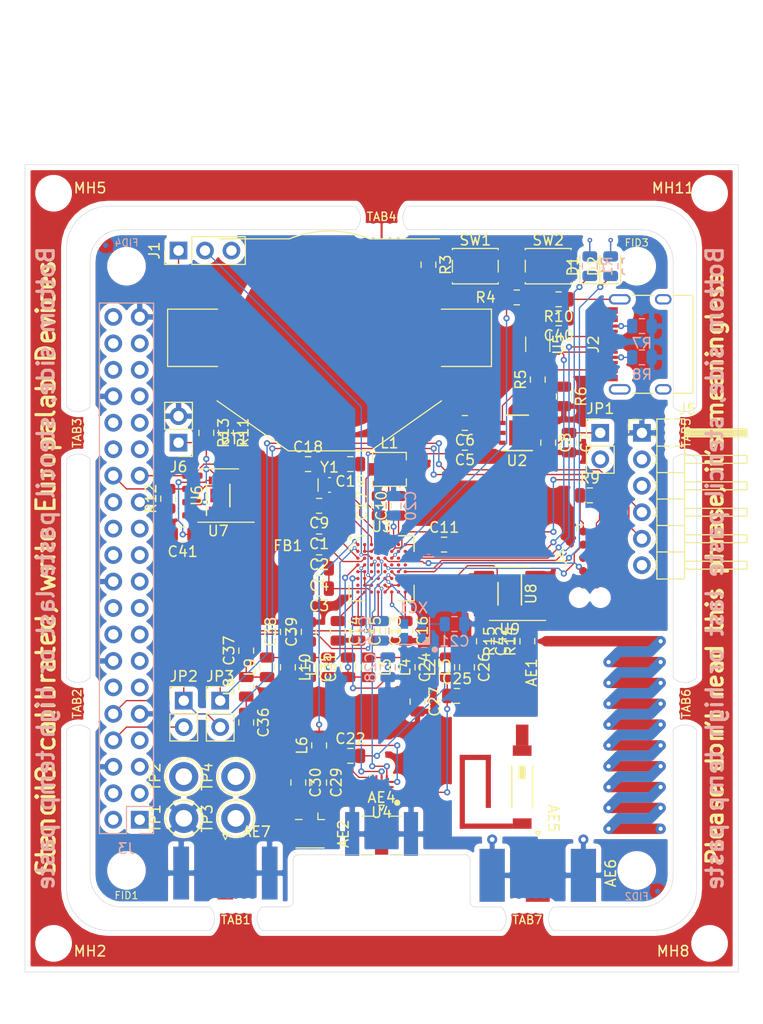
<source format=kicad_pcb>
(kicad_pcb (version 20171130) (host pcbnew 5.1.5+dfsg1-2build2)

  (general
    (thickness 1.6)
    (drawings 95)
    (tracks 430)
    (zones 0)
    (modules 117)
    (nets 121)
  )

  (page A3)
  (title_block
    (date "15 nov 2012")
  )

  (layers
    (0 F.Cu signal)
    (1 In1.Cu signal)
    (2 In2.Cu signal)
    (31 B.Cu signal)
    (34 B.Paste user)
    (35 F.Paste user)
    (36 B.SilkS user)
    (37 F.SilkS user)
    (38 B.Mask user)
    (39 F.Mask user)
    (40 Dwgs.User user)
    (41 Cmts.User user hide)
    (44 Edge.Cuts user)
    (45 Margin user)
    (46 B.CrtYd user)
    (47 F.CrtYd user)
    (48 B.Fab user)
    (49 F.Fab user)
  )

  (setup
    (last_trace_width 0.127)
    (user_trace_width 0.1016)
    (user_trace_width 0.127)
    (user_trace_width 0.2)
    (trace_clearance 0.09)
    (zone_clearance 0.508)
    (zone_45_only no)
    (trace_min 0.09)
    (via_size 0.356)
    (via_drill 0.2)
    (via_min_size 0.356)
    (via_min_drill 0.2)
    (user_via 0.45 0.2)
    (user_via 0.6 0.3)
    (uvia_size 0.45)
    (uvia_drill 0.1)
    (uvias_allowed no)
    (uvia_min_size 0.45)
    (uvia_min_drill 0.1)
    (edge_width 0.1)
    (segment_width 0.1)
    (pcb_text_width 0.25)
    (pcb_text_size 1 1)
    (mod_edge_width 0.15)
    (mod_text_size 1 1)
    (mod_text_width 0.15)
    (pad_size 0.32 0.32)
    (pad_drill 0)
    (pad_to_mask_clearance 0)
    (aux_axis_origin 0 0)
    (visible_elements 7FFFF7FF)
    (pcbplotparams
      (layerselection 0x00030_80000001)
      (usegerberextensions true)
      (usegerberattributes false)
      (usegerberadvancedattributes false)
      (creategerberjobfile false)
      (excludeedgelayer true)
      (linewidth 0.150000)
      (plotframeref false)
      (viasonmask false)
      (mode 1)
      (useauxorigin false)
      (hpglpennumber 1)
      (hpglpenspeed 20)
      (hpglpendiameter 15.000000)
      (psnegative false)
      (psa4output false)
      (plotreference true)
      (plotvalue true)
      (plotinvisibletext false)
      (padsonsilk false)
      (subtractmaskfromsilk false)
      (outputformat 1)
      (mirror false)
      (drillshape 1)
      (scaleselection 1)
      (outputdirectory ""))
  )

  (net 0 "")
  (net 1 GND)
  (net 2 "Net-(AE1-Pad1)")
  (net 3 /Sheet5F53D5B4/RFSWPWR)
  (net 4 "Net-(C8-Pad1)")
  (net 5 /Sheet5F53D5B4/POWAMP)
  (net 6 "Net-(C13-Pad1)")
  (net 7 /Sheet5F53D5B4/HFOUT)
  (net 8 +3V3)
  (net 9 "Net-(C29-Pad1)")
  (net 10 /Sheet5F53D5B4/UART_RX)
  (net 11 /Sheet5F53D5B4/UART_TX)
  (net 12 /Sheet5F53D5B4/HPOUT)
  (net 13 /Sheet5F53D5B4/HFIN)
  (net 14 /Sheet5F53D5B4/BANDSEL)
  (net 15 "Net-(XC1-Pad1)")
  (net 16 "Net-(BT1-Pad1)")
  (net 17 /Sheet5F53D5B4/USB_BUS)
  (net 18 "Net-(C33-Pad1)")
  (net 19 "Net-(C34-Pad1)")
  (net 20 /Sheet5F53D5B4/CMDRST)
  (net 21 "Net-(D1-Pad2)")
  (net 22 "Net-(D1-Pad1)")
  (net 23 "Net-(D2-Pad1)")
  (net 24 "Net-(D2-Pad2)")
  (net 25 /Sheet5F53D5B4/USB_P)
  (net 26 /Sheet5F53D5B4/USB_N)
  (net 27 /Sheet60040980/ID_SD)
  (net 28 /Sheet60040980/ID_SC)
  (net 29 /Sheet5F53D5B4/SWDCLK)
  (net 30 "Net-(J3-Pad7)")
  (net 31 "Net-(J3-Pad8)")
  (net 32 "Net-(J4-Pad6)")
  (net 33 /Sheet5F53D5B4/CN_VBAT)
  (net 34 /Sheet5F53D5B4/I2C_SCL)
  (net 35 /Sheet5F53D5B4/I2C_SDA)
  (net 36 "Net-(TP3-Pad1)")
  (net 37 "Net-(TP4-Pad1)")
  (net 38 /Sheet5F53D5B4/XCEIV)
  (net 39 /Sheet5F53D5B4/CRYSTAL_XIN-RESERVED)
  (net 40 /Sheet5F53D5B4/CRYSTAL_XOUT-RESERVED)
  (net 41 "Net-(AE5-Pad2)")
  (net 42 "Net-(C1-Pad1)")
  (net 43 "Net-(C7-Pad1)")
  (net 44 "Net-(C14-Pad1)")
  (net 45 "Net-(C17-Pad1)")
  (net 46 "Net-(C18-Pad2)")
  (net 47 "Net-(C19-Pad2)")
  (net 48 "Net-(C23-Pad2)")
  (net 49 "Net-(C23-Pad1)")
  (net 50 "Net-(C24-Pad1)")
  (net 51 "Net-(C24-Pad2)")
  (net 52 "Net-(C29-Pad2)")
  (net 53 "Net-(C33-Pad2)")
  (net 54 "Net-(C35-Pad2)")
  (net 55 "Net-(C40-Pad1)")
  (net 56 "Net-(J2-PadB5)")
  (net 57 "Net-(J2-PadA8)")
  (net 58 "Net-(J2-PadA5)")
  (net 59 "Net-(J2-PadB8)")
  (net 60 "Net-(J2-PadA4)")
  (net 61 "Net-(J3-Pad2)")
  (net 62 "Net-(J3-Pad3)")
  (net 63 "Net-(J3-Pad4)")
  (net 64 "Net-(J3-Pad5)")
  (net 65 "Net-(J3-Pad10)")
  (net 66 "Net-(J3-Pad11)")
  (net 67 "Net-(J3-Pad12)")
  (net 68 "Net-(J3-Pad13)")
  (net 69 "Net-(J3-Pad15)")
  (net 70 "Net-(J3-Pad16)")
  (net 71 "Net-(J3-Pad18)")
  (net 72 "Net-(J3-Pad19)")
  (net 73 "Net-(J3-Pad21)")
  (net 74 "Net-(J3-Pad22)")
  (net 75 "Net-(J3-Pad23)")
  (net 76 "Net-(J3-Pad24)")
  (net 77 "Net-(J3-Pad26)")
  (net 78 "Net-(J3-Pad29)")
  (net 79 "Net-(J3-Pad31)")
  (net 80 "Net-(J3-Pad32)")
  (net 81 "Net-(J3-Pad33)")
  (net 82 "Net-(J3-Pad35)")
  (net 83 "Net-(J3-Pad36)")
  (net 84 "Net-(J3-Pad37)")
  (net 85 "Net-(J3-Pad38)")
  (net 86 "Net-(J3-Pad40)")
  (net 87 "Net-(J4-Pad7)")
  (net 88 "Net-(J4-Pad8)")
  (net 89 "Net-(J5-Pad2)")
  (net 90 "Net-(J5-Pad3)")
  (net 91 "Net-(J5-Pad6)")
  (net 92 "Net-(J6-Pad1)")
  (net 93 "Net-(L1-Pad2)")
  (net 94 "Net-(R3-Pad1)")
  (net 95 "Net-(R4-Pad1)")
  (net 96 "Net-(R4-Pad2)")
  (net 97 "Net-(U2-Pad5)")
  (net 98 "Net-(U3-PadG1)")
  (net 99 "Net-(U3-PadH1)")
  (net 100 "Net-(U3-PadE3)")
  (net 101 "Net-(U3-PadB4)")
  (net 102 "Net-(U3-PadE4)")
  (net 103 "Net-(U3-PadF4)")
  (net 104 "Net-(U3-PadE5)")
  (net 105 "Net-(U3-PadH6)")
  (net 106 "Net-(U3-PadC7)")
  (net 107 "Net-(U3-PadD7)")
  (net 108 "Net-(U3-PadH7)")
  (net 109 "Net-(U3-PadD8)")
  (net 110 "Net-(U5-Pad3)")
  (net 111 "Net-(U5-Pad4)")
  (net 112 "Net-(U8-Pad7)")
  (net 113 "Net-(U8-Pad3)")
  (net 114 "Net-(U8-Pad2)")
  (net 115 "Net-(U8-Pad1)")
  (net 116 "Net-(U9-Pad1)")
  (net 117 "Net-(U9-Pad2)")
  (net 118 "Net-(U9-Pad3)")
  (net 119 "Net-(U9-Pad7)")
  (net 120 /Sheet5F53D5B4/SWDIO)

  (net_class Default "This is the default net class."
    (clearance 0.09)
    (trace_width 0.09)
    (via_dia 0.356)
    (via_drill 0.2)
    (uvia_dia 0.45)
    (uvia_drill 0.1)
    (add_net +3V3)
    (add_net /Sheet5F53D5B4/BANDSEL)
    (add_net /Sheet5F53D5B4/CMDRST)
    (add_net /Sheet5F53D5B4/CN_VBAT)
    (add_net /Sheet5F53D5B4/CRYSTAL_XIN-RESERVED)
    (add_net /Sheet5F53D5B4/CRYSTAL_XOUT-RESERVED)
    (add_net /Sheet5F53D5B4/HFIN)
    (add_net /Sheet5F53D5B4/HFOUT)
    (add_net /Sheet5F53D5B4/HPOUT)
    (add_net /Sheet5F53D5B4/I2C_SCL)
    (add_net /Sheet5F53D5B4/I2C_SDA)
    (add_net /Sheet5F53D5B4/POWAMP)
    (add_net /Sheet5F53D5B4/RFSWPWR)
    (add_net /Sheet5F53D5B4/SWDCLK)
    (add_net /Sheet5F53D5B4/SWDIO)
    (add_net /Sheet5F53D5B4/UART_RX)
    (add_net /Sheet5F53D5B4/UART_TX)
    (add_net /Sheet5F53D5B4/USB_BUS)
    (add_net /Sheet5F53D5B4/USB_N)
    (add_net /Sheet5F53D5B4/USB_P)
    (add_net /Sheet5F53D5B4/XCEIV)
    (add_net /Sheet60040980/ID_SC)
    (add_net /Sheet60040980/ID_SD)
    (add_net GND)
    (add_net "Net-(AE1-Pad1)")
    (add_net "Net-(AE5-Pad2)")
    (add_net "Net-(BT1-Pad1)")
    (add_net "Net-(C1-Pad1)")
    (add_net "Net-(C13-Pad1)")
    (add_net "Net-(C14-Pad1)")
    (add_net "Net-(C17-Pad1)")
    (add_net "Net-(C18-Pad2)")
    (add_net "Net-(C19-Pad2)")
    (add_net "Net-(C23-Pad1)")
    (add_net "Net-(C23-Pad2)")
    (add_net "Net-(C24-Pad1)")
    (add_net "Net-(C24-Pad2)")
    (add_net "Net-(C29-Pad1)")
    (add_net "Net-(C29-Pad2)")
    (add_net "Net-(C33-Pad1)")
    (add_net "Net-(C33-Pad2)")
    (add_net "Net-(C34-Pad1)")
    (add_net "Net-(C35-Pad2)")
    (add_net "Net-(C40-Pad1)")
    (add_net "Net-(C7-Pad1)")
    (add_net "Net-(C8-Pad1)")
    (add_net "Net-(D1-Pad1)")
    (add_net "Net-(D1-Pad2)")
    (add_net "Net-(D2-Pad1)")
    (add_net "Net-(D2-Pad2)")
    (add_net "Net-(J2-PadA4)")
    (add_net "Net-(J2-PadA5)")
    (add_net "Net-(J2-PadA8)")
    (add_net "Net-(J2-PadB5)")
    (add_net "Net-(J2-PadB8)")
    (add_net "Net-(J3-Pad10)")
    (add_net "Net-(J3-Pad11)")
    (add_net "Net-(J3-Pad12)")
    (add_net "Net-(J3-Pad13)")
    (add_net "Net-(J3-Pad15)")
    (add_net "Net-(J3-Pad16)")
    (add_net "Net-(J3-Pad18)")
    (add_net "Net-(J3-Pad19)")
    (add_net "Net-(J3-Pad2)")
    (add_net "Net-(J3-Pad21)")
    (add_net "Net-(J3-Pad22)")
    (add_net "Net-(J3-Pad23)")
    (add_net "Net-(J3-Pad24)")
    (add_net "Net-(J3-Pad26)")
    (add_net "Net-(J3-Pad29)")
    (add_net "Net-(J3-Pad3)")
    (add_net "Net-(J3-Pad31)")
    (add_net "Net-(J3-Pad32)")
    (add_net "Net-(J3-Pad33)")
    (add_net "Net-(J3-Pad35)")
    (add_net "Net-(J3-Pad36)")
    (add_net "Net-(J3-Pad37)")
    (add_net "Net-(J3-Pad38)")
    (add_net "Net-(J3-Pad4)")
    (add_net "Net-(J3-Pad40)")
    (add_net "Net-(J3-Pad5)")
    (add_net "Net-(J3-Pad7)")
    (add_net "Net-(J3-Pad8)")
    (add_net "Net-(J4-Pad6)")
    (add_net "Net-(J4-Pad7)")
    (add_net "Net-(J4-Pad8)")
    (add_net "Net-(J5-Pad2)")
    (add_net "Net-(J5-Pad3)")
    (add_net "Net-(J5-Pad6)")
    (add_net "Net-(J6-Pad1)")
    (add_net "Net-(L1-Pad2)")
    (add_net "Net-(R3-Pad1)")
    (add_net "Net-(R4-Pad1)")
    (add_net "Net-(R4-Pad2)")
    (add_net "Net-(TP3-Pad1)")
    (add_net "Net-(TP4-Pad1)")
    (add_net "Net-(U2-Pad5)")
    (add_net "Net-(U3-PadB4)")
    (add_net "Net-(U3-PadC7)")
    (add_net "Net-(U3-PadD7)")
    (add_net "Net-(U3-PadD8)")
    (add_net "Net-(U3-PadE3)")
    (add_net "Net-(U3-PadE4)")
    (add_net "Net-(U3-PadE5)")
    (add_net "Net-(U3-PadF4)")
    (add_net "Net-(U3-PadG1)")
    (add_net "Net-(U3-PadH1)")
    (add_net "Net-(U3-PadH6)")
    (add_net "Net-(U3-PadH7)")
    (add_net "Net-(U5-Pad3)")
    (add_net "Net-(U5-Pad4)")
    (add_net "Net-(U8-Pad1)")
    (add_net "Net-(U8-Pad2)")
    (add_net "Net-(U8-Pad3)")
    (add_net "Net-(U8-Pad7)")
    (add_net "Net-(U9-Pad1)")
    (add_net "Net-(U9-Pad2)")
    (add_net "Net-(U9-Pad3)")
    (add_net "Net-(U9-Pad7)")
    (add_net "Net-(XC1-Pad1)")
  )

  (net_class Power ""
    (clearance 0.2)
    (trace_width 0.5)
    (via_dia 1)
    (via_drill 0.7)
    (uvia_dia 0.5)
    (uvia_drill 0.1)
  )

  (module Elabdev:TFBGA-64_8x8_6.0x6.0mm_P0.65mm (layer F.Cu) (tedit 5F6BA77A) (tstamp 5F68786E)
    (at 210 148)
    (path /5F53D5B5/6052EF69)
    (solder_mask_margin 0.025)
    (clearance 0.0508)
    (attr smd)
    (fp_text reference U3 (at 0 -4) (layer F.SilkS)
      (effects (font (size 1 1) (thickness 0.15)))
    )
    (fp_text value ATSAMR34 (at 0 4) (layer F.Fab)
      (effects (font (size 1 1) (thickness 0.15)))
    )
    (fp_line (start -2 -3) (end -3 -2) (layer F.Fab) (width 0.1))
    (fp_line (start -3 -2) (end -3 3) (layer F.Fab) (width 0.1))
    (fp_line (start -3 3) (end 3 3) (layer F.Fab) (width 0.1))
    (fp_line (start 3 3) (end 3 -3) (layer F.Fab) (width 0.1))
    (fp_line (start 3 -3) (end -2 -3) (layer F.Fab) (width 0.1))
    (fp_line (start 1.62 -3.12) (end 3.12 -3.12) (layer F.SilkS) (width 0.12))
    (fp_line (start 3.12 -3.12) (end 3.12 -1.62) (layer F.SilkS) (width 0.12))
    (fp_line (start 1.62 -3.12) (end 3.12 -3.12) (layer F.SilkS) (width 0.12))
    (fp_line (start 3.12 -3.12) (end 3.12 -1.62) (layer F.SilkS) (width 0.12))
    (fp_line (start 1.62 3.12) (end 3.12 3.12) (layer F.SilkS) (width 0.12))
    (fp_line (start 3.12 3.12) (end 3.12 1.62) (layer F.SilkS) (width 0.12))
    (fp_line (start 1.62 -3.12) (end 3.12 -3.12) (layer F.SilkS) (width 0.12))
    (fp_line (start 3.12 -3.12) (end 3.12 -1.62) (layer F.SilkS) (width 0.12))
    (fp_line (start -1.62 3.12) (end -3.12 3.12) (layer F.SilkS) (width 0.12))
    (fp_line (start -3.12 3.12) (end -3.12 1.62) (layer F.SilkS) (width 0.12))
    (fp_line (start -1.62 -3.12) (end -2 -3.12) (layer F.SilkS) (width 0.12))
    (fp_line (start -2 -3.12) (end -3.12 -2) (layer F.SilkS) (width 0.12))
    (fp_line (start -3.12 -2) (end -3.12 -1.62) (layer F.SilkS) (width 0.12))
    (fp_circle (center -3 -3) (end -3 -2.9) (layer F.SilkS) (width 0.2))
    (fp_line (start -4 -4) (end 4 -4) (layer F.CrtYd) (width 0.05))
    (fp_line (start 4 -4) (end 4 4) (layer F.CrtYd) (width 0.05))
    (fp_line (start 4 4) (end -4 4) (layer F.CrtYd) (width 0.05))
    (fp_line (start -4 4) (end -4 -4) (layer F.CrtYd) (width 0.05))
    (pad A1 smd circle (at -2.275 -2.275) (size 0.32 0.32) (layers F.Cu F.Paste F.Mask)
      (net 13 /Sheet5F53D5B4/HFIN))
    (pad B1 smd circle (at -2.275 -1.625) (size 0.32 0.32) (layers F.Cu F.Paste F.Mask)
      (net 7 /Sheet5F53D5B4/HFOUT))
    (pad C1 smd circle (at -2.275 -0.975) (size 0.32 0.32) (layers F.Cu F.Paste F.Mask)
      (net 42 "Net-(C1-Pad1)"))
    (pad D1 smd circle (at -2.275 -0.325) (size 0.32 0.32) (layers F.Cu F.Paste F.Mask)
      (net 5 /Sheet5F53D5B4/POWAMP))
    (pad E1 smd circle (at -2.275 0.325) (size 0.32 0.32) (layers F.Cu F.Paste F.Mask)
      (net 1 GND))
    (pad F1 smd circle (at -2.275 0.975) (size 0.32 0.32) (layers F.Cu F.Paste F.Mask)
      (net 12 /Sheet5F53D5B4/HPOUT))
    (pad G1 smd circle (at -2.275 1.625) (size 0.32 0.32) (layers F.Cu F.Paste F.Mask)
      (net 98 "Net-(U3-PadG1)"))
    (pad H1 smd circle (at -2.275 2.275) (size 0.32 0.32) (layers F.Cu F.Paste F.Mask)
      (net 99 "Net-(U3-PadH1)"))
    (pad A2 smd circle (at -1.625 -2.275) (size 0.32 0.32) (layers F.Cu F.Paste F.Mask)
      (net 1 GND))
    (pad B2 smd circle (at -1.625 -1.625) (size 0.32 0.32) (layers F.Cu F.Paste F.Mask)
      (net 1 GND))
    (pad C2 smd circle (at -1.625 -0.975) (size 0.32 0.32) (layers F.Cu F.Paste F.Mask)
      (net 42 "Net-(C1-Pad1)"))
    (pad D2 smd circle (at -1.625 -0.325) (size 0.32 0.32) (layers F.Cu F.Paste F.Mask)
      (net 38 /Sheet5F53D5B4/XCEIV))
    (pad E2 smd circle (at -1.625 0.325) (size 0.32 0.32) (layers F.Cu F.Paste F.Mask)
      (net 1 GND))
    (pad F2 smd circle (at -1.625 0.975) (size 0.32 0.32) (layers F.Cu F.Paste F.Mask)
      (net 1 GND))
    (pad G2 smd circle (at -1.625 1.625) (size 0.32 0.32) (layers F.Cu F.Paste F.Mask)
      (net 1 GND))
    (pad H2 smd circle (at -1.625 2.275) (size 0.32 0.32) (layers F.Cu F.Paste F.Mask)
      (net 44 "Net-(C14-Pad1)"))
    (pad A3 smd circle (at -0.975 -2.275) (size 0.32 0.32) (layers F.Cu F.Paste F.Mask)
      (net 46 "Net-(C18-Pad2)"))
    (pad B3 smd circle (at -0.975 -1.625) (size 0.32 0.32) (layers F.Cu F.Paste F.Mask)
      (net 1 GND))
    (pad C3 smd circle (at -0.975 -0.975) (size 0.32 0.32) (layers F.Cu F.Paste F.Mask)
      (net 33 /Sheet5F53D5B4/CN_VBAT))
    (pad D3 smd circle (at -0.975 -0.325) (size 0.32 0.32) (layers F.Cu F.Paste F.Mask)
      (net 11 /Sheet5F53D5B4/UART_TX))
    (pad E3 smd circle (at -0.975 0.325) (size 0.32 0.32) (layers F.Cu F.Paste F.Mask)
      (net 100 "Net-(U3-PadE3)"))
    (pad F3 smd circle (at -0.975 0.975) (size 0.32 0.32) (layers F.Cu F.Paste F.Mask)
      (net 17 /Sheet5F53D5B4/USB_BUS))
    (pad G3 smd circle (at -0.975 1.625) (size 0.32 0.32) (layers F.Cu F.Paste F.Mask)
      (net 1 GND))
    (pad H3 smd circle (at -0.975 2.275) (size 0.32 0.32) (layers F.Cu F.Paste F.Mask)
      (net 42 "Net-(C1-Pad1)"))
    (pad A4 smd circle (at -0.325 -2.275) (size 0.32 0.32) (layers F.Cu F.Paste F.Mask)
      (net 47 "Net-(C19-Pad2)"))
    (pad B4 smd circle (at -0.325 -1.625) (size 0.32 0.32) (layers F.Cu F.Paste F.Mask)
      (net 101 "Net-(U3-PadB4)"))
    (pad C4 smd circle (at -0.325 -0.975) (size 0.32 0.32) (layers F.Cu F.Paste F.Mask)
      (net 10 /Sheet5F53D5B4/UART_RX))
    (pad D4 smd circle (at -0.325 -0.325) (size 0.32 0.32) (layers F.Cu F.Paste F.Mask)
      (net 1 GND))
    (pad E4 smd circle (at -0.325 0.325) (size 0.32 0.32) (layers F.Cu F.Paste F.Mask)
      (net 102 "Net-(U3-PadE4)"))
    (pad F4 smd circle (at -0.325 0.975) (size 0.32 0.32) (layers F.Cu F.Paste F.Mask)
      (net 103 "Net-(U3-PadF4)"))
    (pad G4 smd circle (at -0.325 1.625) (size 0.32 0.32) (layers F.Cu F.Paste F.Mask)
      (net 8 +3V3))
    (pad H4 smd circle (at -0.325 2.275) (size 0.32 0.32) (layers F.Cu F.Paste F.Mask)
      (net 6 "Net-(C13-Pad1)"))
    (pad A5 smd circle (at 0.325 -2.275) (size 0.32 0.32) (layers F.Cu F.Paste F.Mask)
      (net 45 "Net-(C17-Pad1)"))
    (pad B5 smd circle (at 0.325 -1.625) (size 0.32 0.32) (layers F.Cu F.Paste F.Mask)
      (net 1 GND))
    (pad C5 smd circle (at 0.325 -0.975) (size 0.32 0.32) (layers F.Cu F.Paste F.Mask)
      (net 29 /Sheet5F53D5B4/SWDCLK))
    (pad D5 smd circle (at 0.325 -0.325) (size 0.32 0.32) (layers F.Cu F.Paste F.Mask)
      (net 120 /Sheet5F53D5B4/SWDIO))
    (pad E5 smd circle (at 0.325 0.325) (size 0.32 0.32) (layers F.Cu F.Paste F.Mask)
      (net 104 "Net-(U3-PadE5)"))
    (pad F5 smd circle (at 0.325 0.975) (size 0.32 0.32) (layers F.Cu F.Paste F.Mask)
      (net 3 /Sheet5F53D5B4/RFSWPWR))
    (pad G5 smd circle (at 0.325 1.625) (size 0.32 0.32) (layers F.Cu F.Paste F.Mask)
      (net 1 GND))
    (pad H5 smd circle (at 0.325 2.275) (size 0.32 0.32) (layers F.Cu F.Paste F.Mask)
      (net 1 GND))
    (pad A6 smd circle (at 0.975 -2.275) (size 0.32 0.32) (layers F.Cu F.Paste F.Mask)
      (net 93 "Net-(L1-Pad2)"))
    (pad B6 smd circle (at 0.975 -1.625) (size 0.32 0.32) (layers F.Cu F.Paste F.Mask)
      (net 20 /Sheet5F53D5B4/CMDRST))
    (pad C6 smd circle (at 0.975 -0.975) (size 0.32 0.32) (layers F.Cu F.Paste F.Mask)
      (net 95 "Net-(R4-Pad1)"))
    (pad D6 smd circle (at 0.975 -0.325) (size 0.32 0.32) (layers F.Cu F.Paste F.Mask)
      (net 1 GND))
    (pad E6 smd circle (at 0.975 0.325) (size 0.32 0.32) (layers F.Cu F.Paste F.Mask)
      (net 34 /Sheet5F53D5B4/I2C_SCL))
    (pad F6 smd circle (at 0.975 0.975) (size 0.32 0.32) (layers F.Cu F.Paste F.Mask)
      (net 14 /Sheet5F53D5B4/BANDSEL))
    (pad G6 smd circle (at 0.975 1.625) (size 0.32 0.32) (layers F.Cu F.Paste F.Mask)
      (net 1 GND))
    (pad H6 smd circle (at 0.975 2.275) (size 0.32 0.32) (layers F.Cu F.Paste F.Mask)
      (net 105 "Net-(U3-PadH6)"))
    (pad A7 smd circle (at 1.625 -2.275) (size 0.32 0.32) (layers F.Cu F.Paste F.Mask)
      (net 8 +3V3))
    (pad B7 smd circle (at 1.625 -1.625) (size 0.32 0.32) (layers F.Cu F.Paste F.Mask)
      (net 1 GND))
    (pad C7 smd circle (at 1.625 -0.975) (size 0.32 0.32) (layers F.Cu F.Paste F.Mask)
      (net 106 "Net-(U3-PadC7)"))
    (pad D7 smd circle (at 1.625 -0.325) (size 0.32 0.32) (layers F.Cu F.Paste F.Mask)
      (net 107 "Net-(U3-PadD7)"))
    (pad E7 smd circle (at 1.625 0.325) (size 0.32 0.32) (layers F.Cu F.Paste F.Mask)
      (net 22 "Net-(D1-Pad1)"))
    (pad F7 smd circle (at 1.625 0.975) (size 0.32 0.32) (layers F.Cu F.Paste F.Mask)
      (net 35 /Sheet5F53D5B4/I2C_SDA))
    (pad G7 smd circle (at 1.625 1.625) (size 0.32 0.32) (layers F.Cu F.Paste F.Mask)
      (net 1 GND))
    (pad H7 smd circle (at 1.625 2.275) (size 0.32 0.32) (layers F.Cu F.Paste F.Mask)
      (net 108 "Net-(U3-PadH7)"))
    (pad A8 smd circle (at 2.275 -2.275) (size 0.32 0.32) (layers F.Cu F.Paste F.Mask)
      (net 8 +3V3))
    (pad B8 smd circle (at 2.275 -1.625) (size 0.32 0.32) (layers F.Cu F.Paste F.Mask)
      (net 26 /Sheet5F53D5B4/USB_N))
    (pad C8 smd circle (at 2.275 -0.975) (size 0.32 0.32) (layers F.Cu F.Paste F.Mask)
      (net 25 /Sheet5F53D5B4/USB_P))
    (pad D8 smd circle (at 2.275 -0.325) (size 0.32 0.32) (layers F.Cu F.Paste F.Mask)
      (net 109 "Net-(U3-PadD8)"))
    (pad E8 smd circle (at 2.275 0.325) (size 0.32 0.32) (layers F.Cu F.Paste F.Mask)
      (net 23 "Net-(D2-Pad1)"))
    (pad F8 smd circle (at 2.275 0.975) (size 0.32 0.32) (layers F.Cu F.Paste F.Mask)
      (net 39 /Sheet5F53D5B4/CRYSTAL_XIN-RESERVED))
    (pad G8 smd circle (at 2.275 1.625) (size 0.32 0.32) (layers F.Cu F.Paste F.Mask)
      (net 40 /Sheet5F53D5B4/CRYSTAL_XOUT-RESERVED))
    (pad H8 smd circle (at 2.275 2.275) (size 0.32 0.32) (layers F.Cu F.Paste F.Mask)
      (net 8 +3V3))
    (model ${KISYS3DMOD}/Package_BGA.3dshapes/TFBGA-64_5x5mm_Layout8x8_P0.5mm.wrl
      (at (xyz 0 0 0))
      (scale (xyz 1.2 1.2 1.2))
      (rotate (xyz 0 0 0))
    )
  )

  (module Elabdev:Panel_Mousetab_25mm_Single (layer F.Cu) (tedit 5CD9E502) (tstamp 5F680FEC)
    (at 224 181.75 90)
    (path /5CD9EB0D)
    (fp_text reference TAB7 (at 0 0) (layer F.SilkS)
      (effects (font (size 0.8 0.8) (thickness 0.13)))
    )
    (fp_text value Pantab (at 0 3.5 90) (layer F.Fab)
      (effects (font (size 1 1) (thickness 0.15)))
    )
    (fp_line (start 1.25 -2.2) (end 1.25 2.2) (layer F.Fab) (width 0.15))
    (fp_line (start -1.25 -2.2) (end -1.25 2.2) (layer F.Fab) (width 0.15))
    (fp_line (start 2.1 -2.6) (end 2.1 2.6) (layer F.CrtYd) (width 0.15))
    (fp_line (start 2.1 2.6) (end -2.1 2.6) (layer F.CrtYd) (width 0.15))
    (fp_line (start -2.1 2.6) (end -2.1 -2.6) (layer F.CrtYd) (width 0.15))
    (fp_line (start -2.1 -2.6) (end 2.1 -2.6) (layer F.CrtYd) (width 0.15))
    (pad "" np_thru_hole circle (at 1.35 2 90) (size 0.5 0.5) (drill 0.5) (layers *.Cu))
    (pad "" np_thru_hole circle (at 1.35 1.2 90) (size 0.5 0.5) (drill 0.5) (layers *.Cu))
    (pad "" np_thru_hole circle (at 1.35 0.4 90) (size 0.5 0.5) (drill 0.5) (layers *.Cu))
    (pad "" np_thru_hole circle (at 1.35 -0.4 90) (size 0.5 0.5) (drill 0.5) (layers *.Cu))
    (pad "" np_thru_hole circle (at 1.35 -1.2 90) (size 0.5 0.5) (drill 0.5) (layers *.Cu))
    (pad "" np_thru_hole circle (at 1.35 -2 90) (size 0.5 0.5) (drill 0.5) (layers *.Cu))
  )

  (module Elabdev:Panel_Mousetab_25mm_Single (layer F.Cu) (tedit 5CD9E59A) (tstamp 5F4C0A71)
    (at 210 114.25 270)
    (path /5CD5C3A7)
    (fp_text reference TAB4 (at 0 0 180) (layer F.SilkS)
      (effects (font (size 0.8 0.8) (thickness 0.13)))
    )
    (fp_text value Pantab (at 0 -3.5 270) (layer F.Fab)
      (effects (font (size 1 1) (thickness 0.15)))
    )
    (fp_line (start 1.25 -2.2) (end 1.25 2.2) (layer F.Fab) (width 0.15))
    (fp_line (start -1.25 -2.2) (end -1.25 2.2) (layer F.Fab) (width 0.15))
    (fp_line (start 2.1 -2.6) (end 2.1 2.6) (layer F.CrtYd) (width 0.15))
    (fp_line (start 2.1 2.6) (end -2.1 2.6) (layer F.CrtYd) (width 0.15))
    (fp_line (start -2.1 2.6) (end -2.1 -2.6) (layer F.CrtYd) (width 0.15))
    (fp_line (start -2.1 -2.6) (end 2.1 -2.6) (layer F.CrtYd) (width 0.15))
    (pad "" np_thru_hole circle (at 1.35 2 270) (size 0.5 0.5) (drill 0.5) (layers *.Cu))
    (pad "" np_thru_hole circle (at 1.35 1.2 270) (size 0.5 0.5) (drill 0.5) (layers *.Cu))
    (pad "" np_thru_hole circle (at 1.35 0.4 270) (size 0.5 0.5) (drill 0.5) (layers *.Cu))
    (pad "" np_thru_hole circle (at 1.35 -0.4 270) (size 0.5 0.5) (drill 0.5) (layers *.Cu))
    (pad "" np_thru_hole circle (at 1.35 -1.2 270) (size 0.5 0.5) (drill 0.5) (layers *.Cu))
    (pad "" np_thru_hole circle (at 1.35 -2 270) (size 0.5 0.5) (drill 0.5) (layers *.Cu))
  )

  (module Elabdev:Panel_Mousetab_25mm_Single (layer F.Cu) (tedit 5CD9E502) (tstamp 5CE1C45C)
    (at 196 181.75 90)
    (path /5CD9EB0D)
    (fp_text reference TAB1 (at 0 0) (layer F.SilkS)
      (effects (font (size 0.8 0.8) (thickness 0.13)))
    )
    (fp_text value Pantab (at 0 3.5 90) (layer F.Fab)
      (effects (font (size 1 1) (thickness 0.15)))
    )
    (fp_line (start -2.1 -2.6) (end 2.1 -2.6) (layer F.CrtYd) (width 0.15))
    (fp_line (start -2.1 2.6) (end -2.1 -2.6) (layer F.CrtYd) (width 0.15))
    (fp_line (start 2.1 2.6) (end -2.1 2.6) (layer F.CrtYd) (width 0.15))
    (fp_line (start 2.1 -2.6) (end 2.1 2.6) (layer F.CrtYd) (width 0.15))
    (fp_line (start -1.25 -2.2) (end -1.25 2.2) (layer F.Fab) (width 0.15))
    (fp_line (start 1.25 -2.2) (end 1.25 2.2) (layer F.Fab) (width 0.15))
    (pad "" np_thru_hole circle (at 1.35 -2 90) (size 0.5 0.5) (drill 0.5) (layers *.Cu))
    (pad "" np_thru_hole circle (at 1.35 -1.2 90) (size 0.5 0.5) (drill 0.5) (layers *.Cu))
    (pad "" np_thru_hole circle (at 1.35 -0.4 90) (size 0.5 0.5) (drill 0.5) (layers *.Cu))
    (pad "" np_thru_hole circle (at 1.35 0.4 90) (size 0.5 0.5) (drill 0.5) (layers *.Cu))
    (pad "" np_thru_hole circle (at 1.35 1.2 90) (size 0.5 0.5) (drill 0.5) (layers *.Cu))
    (pad "" np_thru_hole circle (at 1.35 2 90) (size 0.5 0.5) (drill 0.5) (layers *.Cu))
  )

  (module Elabdev:Panel_Mousetab_25mm_Single (layer F.Cu) (tedit 5CD5AA6C) (tstamp 5F4C1007)
    (at 180.75 161)
    (path /5CD5C074)
    (fp_text reference TAB2 (at 0 0 90) (layer F.SilkS)
      (effects (font (size 0.8 0.8) (thickness 0.13)))
    )
    (fp_text value Pantab (at -2.5 0 -270) (layer F.Fab)
      (effects (font (size 1 1) (thickness 0.15)))
    )
    (fp_line (start -2.1 -2.6) (end 2.1 -2.6) (layer F.CrtYd) (width 0.15))
    (fp_line (start -2.1 2.6) (end -2.1 -2.6) (layer F.CrtYd) (width 0.15))
    (fp_line (start 2.1 2.6) (end -2.1 2.6) (layer F.CrtYd) (width 0.15))
    (fp_line (start 2.1 -2.6) (end 2.1 2.6) (layer F.CrtYd) (width 0.15))
    (fp_line (start -1.25 -2.2) (end -1.25 2.2) (layer F.Fab) (width 0.15))
    (fp_line (start 1.25 -2.2) (end 1.25 2.2) (layer F.Fab) (width 0.15))
    (pad "" np_thru_hole circle (at 1.35 -2) (size 0.5 0.5) (drill 0.5) (layers *.Cu))
    (pad "" np_thru_hole circle (at 1.35 -1.2) (size 0.5 0.5) (drill 0.5) (layers *.Cu))
    (pad "" np_thru_hole circle (at 1.35 -0.4) (size 0.5 0.5) (drill 0.5) (layers *.Cu))
    (pad "" np_thru_hole circle (at 1.35 0.4) (size 0.5 0.5) (drill 0.5) (layers *.Cu))
    (pad "" np_thru_hole circle (at 1.35 1.2) (size 0.5 0.5) (drill 0.5) (layers *.Cu))
    (pad "" np_thru_hole circle (at 1.35 2) (size 0.5 0.5) (drill 0.5) (layers *.Cu))
  )

  (module Elabdev:Panel_Mousetab_25mm_Single (layer F.Cu) (tedit 5CD5AA6C) (tstamp 5F4C1047)
    (at 180.75 135)
    (path /5CD5C074)
    (fp_text reference TAB3 (at 0 0 90) (layer F.SilkS)
      (effects (font (size 0.8 0.8) (thickness 0.13)))
    )
    (fp_text value Pantab (at -2.5 0 -270) (layer F.Fab)
      (effects (font (size 1 1) (thickness 0.15)))
    )
    (fp_line (start 1.25 -2.2) (end 1.25 2.2) (layer F.Fab) (width 0.15))
    (fp_line (start -1.25 -2.2) (end -1.25 2.2) (layer F.Fab) (width 0.15))
    (fp_line (start 2.1 -2.6) (end 2.1 2.6) (layer F.CrtYd) (width 0.15))
    (fp_line (start 2.1 2.6) (end -2.1 2.6) (layer F.CrtYd) (width 0.15))
    (fp_line (start -2.1 2.6) (end -2.1 -2.6) (layer F.CrtYd) (width 0.15))
    (fp_line (start -2.1 -2.6) (end 2.1 -2.6) (layer F.CrtYd) (width 0.15))
    (pad "" np_thru_hole circle (at 1.35 2) (size 0.5 0.5) (drill 0.5) (layers *.Cu))
    (pad "" np_thru_hole circle (at 1.35 1.2) (size 0.5 0.5) (drill 0.5) (layers *.Cu))
    (pad "" np_thru_hole circle (at 1.35 0.4) (size 0.5 0.5) (drill 0.5) (layers *.Cu))
    (pad "" np_thru_hole circle (at 1.35 -0.4) (size 0.5 0.5) (drill 0.5) (layers *.Cu))
    (pad "" np_thru_hole circle (at 1.35 -1.2) (size 0.5 0.5) (drill 0.5) (layers *.Cu))
    (pad "" np_thru_hole circle (at 1.35 -2) (size 0.5 0.5) (drill 0.5) (layers *.Cu))
  )

  (module Elabdev:Panel_Mousetab_25mm_Single (layer F.Cu) (tedit 5CD5AA6C) (tstamp 5F4C108A)
    (at 239.25 135 180)
    (path /5CD5C074)
    (fp_text reference TAB5 (at 0 0 90) (layer F.SilkS)
      (effects (font (size 0.8 0.8) (thickness 0.13)))
    )
    (fp_text value Pantab (at -2.5 0 90) (layer F.Fab)
      (effects (font (size 1 1) (thickness 0.15)))
    )
    (fp_line (start 1.25 -2.2) (end 1.25 2.2) (layer F.Fab) (width 0.15))
    (fp_line (start -1.25 -2.2) (end -1.25 2.2) (layer F.Fab) (width 0.15))
    (fp_line (start 2.1 -2.6) (end 2.1 2.6) (layer F.CrtYd) (width 0.15))
    (fp_line (start 2.1 2.6) (end -2.1 2.6) (layer F.CrtYd) (width 0.15))
    (fp_line (start -2.1 2.6) (end -2.1 -2.6) (layer F.CrtYd) (width 0.15))
    (fp_line (start -2.1 -2.6) (end 2.1 -2.6) (layer F.CrtYd) (width 0.15))
    (pad "" np_thru_hole circle (at 1.35 2 180) (size 0.5 0.5) (drill 0.5) (layers *.Cu))
    (pad "" np_thru_hole circle (at 1.35 1.2 180) (size 0.5 0.5) (drill 0.5) (layers *.Cu))
    (pad "" np_thru_hole circle (at 1.35 0.4 180) (size 0.5 0.5) (drill 0.5) (layers *.Cu))
    (pad "" np_thru_hole circle (at 1.35 -0.4 180) (size 0.5 0.5) (drill 0.5) (layers *.Cu))
    (pad "" np_thru_hole circle (at 1.35 -1.2 180) (size 0.5 0.5) (drill 0.5) (layers *.Cu))
    (pad "" np_thru_hole circle (at 1.35 -2 180) (size 0.5 0.5) (drill 0.5) (layers *.Cu))
  )

  (module Elabdev:Panel_Mousetab_25mm_Single (layer F.Cu) (tedit 5CD5AA6C) (tstamp 5F4C1067)
    (at 239.25 161 180)
    (path /5CD5C074)
    (fp_text reference TAB6 (at 0 0 90) (layer F.SilkS)
      (effects (font (size 0.8 0.8) (thickness 0.13)))
    )
    (fp_text value Pantab (at -2.5 0 90) (layer F.Fab)
      (effects (font (size 1 1) (thickness 0.15)))
    )
    (fp_line (start -2.1 -2.6) (end 2.1 -2.6) (layer F.CrtYd) (width 0.15))
    (fp_line (start -2.1 2.6) (end -2.1 -2.6) (layer F.CrtYd) (width 0.15))
    (fp_line (start 2.1 2.6) (end -2.1 2.6) (layer F.CrtYd) (width 0.15))
    (fp_line (start 2.1 -2.6) (end 2.1 2.6) (layer F.CrtYd) (width 0.15))
    (fp_line (start -1.25 -2.2) (end -1.25 2.2) (layer F.Fab) (width 0.15))
    (fp_line (start 1.25 -2.2) (end 1.25 2.2) (layer F.Fab) (width 0.15))
    (pad "" np_thru_hole circle (at 1.35 -2 180) (size 0.5 0.5) (drill 0.5) (layers *.Cu))
    (pad "" np_thru_hole circle (at 1.35 -1.2 180) (size 0.5 0.5) (drill 0.5) (layers *.Cu))
    (pad "" np_thru_hole circle (at 1.35 -0.4 180) (size 0.5 0.5) (drill 0.5) (layers *.Cu))
    (pad "" np_thru_hole circle (at 1.35 0.4 180) (size 0.5 0.5) (drill 0.5) (layers *.Cu))
    (pad "" np_thru_hole circle (at 1.35 1.2 180) (size 0.5 0.5) (drill 0.5) (layers *.Cu))
    (pad "" np_thru_hole circle (at 1.35 2 180) (size 0.5 0.5) (drill 0.5) (layers *.Cu))
  )

  (module Connector_PinSocket_2.54mm:PinSocket_2x20_P2.54mm_Vertical (layer B.Cu) (tedit 5A19A433) (tstamp 5F683F15)
    (at 186.77 172.13)
    (descr "Through hole straight socket strip, 2x20, 2.54mm pitch, double cols (from Kicad 4.0.7), script generated")
    (tags "Through hole socket strip THT 2x20 2.54mm double row")
    (path /60040981/5F6A7FD9)
    (fp_text reference J3 (at -1.27 2.77) (layer B.SilkS)
      (effects (font (size 1 1) (thickness 0.15)) (justify mirror))
    )
    (fp_text value RPIHAT-40W (at -1.27 -51.03) (layer B.Fab)
      (effects (font (size 1 1) (thickness 0.15)) (justify mirror))
    )
    (fp_line (start -3.81 1.27) (end 0.27 1.27) (layer B.Fab) (width 0.1))
    (fp_line (start 0.27 1.27) (end 1.27 0.27) (layer B.Fab) (width 0.1))
    (fp_line (start 1.27 0.27) (end 1.27 -49.53) (layer B.Fab) (width 0.1))
    (fp_line (start 1.27 -49.53) (end -3.81 -49.53) (layer B.Fab) (width 0.1))
    (fp_line (start -3.81 -49.53) (end -3.81 1.27) (layer B.Fab) (width 0.1))
    (fp_line (start -3.87 1.33) (end -1.27 1.33) (layer B.SilkS) (width 0.12))
    (fp_line (start -3.87 1.33) (end -3.87 -49.59) (layer B.SilkS) (width 0.12))
    (fp_line (start -3.87 -49.59) (end 1.33 -49.59) (layer B.SilkS) (width 0.12))
    (fp_line (start 1.33 -1.27) (end 1.33 -49.59) (layer B.SilkS) (width 0.12))
    (fp_line (start -1.27 -1.27) (end 1.33 -1.27) (layer B.SilkS) (width 0.12))
    (fp_line (start -1.27 1.33) (end -1.27 -1.27) (layer B.SilkS) (width 0.12))
    (fp_line (start 1.33 1.33) (end 1.33 0) (layer B.SilkS) (width 0.12))
    (fp_line (start 0 1.33) (end 1.33 1.33) (layer B.SilkS) (width 0.12))
    (fp_line (start -4.34 1.8) (end 1.76 1.8) (layer B.CrtYd) (width 0.05))
    (fp_line (start 1.76 1.8) (end 1.76 -50) (layer B.CrtYd) (width 0.05))
    (fp_line (start 1.76 -50) (end -4.34 -50) (layer B.CrtYd) (width 0.05))
    (fp_line (start -4.34 -50) (end -4.34 1.8) (layer B.CrtYd) (width 0.05))
    (fp_text user %R (at -1.27 -24.13 -90) (layer B.Fab)
      (effects (font (size 1 1) (thickness 0.15)) (justify mirror))
    )
    (pad 1 thru_hole rect (at 0 0) (size 1.7 1.7) (drill 1) (layers *.Cu *.Mask)
      (net 8 +3V3))
    (pad 2 thru_hole oval (at -2.54 0) (size 1.7 1.7) (drill 1) (layers *.Cu *.Mask)
      (net 61 "Net-(J3-Pad2)"))
    (pad 3 thru_hole oval (at 0 -2.54) (size 1.7 1.7) (drill 1) (layers *.Cu *.Mask)
      (net 62 "Net-(J3-Pad3)"))
    (pad 4 thru_hole oval (at -2.54 -2.54) (size 1.7 1.7) (drill 1) (layers *.Cu *.Mask)
      (net 63 "Net-(J3-Pad4)"))
    (pad 5 thru_hole oval (at 0 -5.08) (size 1.7 1.7) (drill 1) (layers *.Cu *.Mask)
      (net 64 "Net-(J3-Pad5)"))
    (pad 6 thru_hole oval (at -2.54 -5.08) (size 1.7 1.7) (drill 1) (layers *.Cu *.Mask)
      (net 1 GND))
    (pad 7 thru_hole oval (at 0 -7.62) (size 1.7 1.7) (drill 1) (layers *.Cu *.Mask)
      (net 30 "Net-(J3-Pad7)"))
    (pad 8 thru_hole oval (at -2.54 -7.62) (size 1.7 1.7) (drill 1) (layers *.Cu *.Mask)
      (net 31 "Net-(J3-Pad8)"))
    (pad 9 thru_hole oval (at 0 -10.16) (size 1.7 1.7) (drill 1) (layers *.Cu *.Mask)
      (net 1 GND))
    (pad 10 thru_hole oval (at -2.54 -10.16) (size 1.7 1.7) (drill 1) (layers *.Cu *.Mask)
      (net 65 "Net-(J3-Pad10)"))
    (pad 11 thru_hole oval (at 0 -12.7) (size 1.7 1.7) (drill 1) (layers *.Cu *.Mask)
      (net 66 "Net-(J3-Pad11)"))
    (pad 12 thru_hole oval (at -2.54 -12.7) (size 1.7 1.7) (drill 1) (layers *.Cu *.Mask)
      (net 67 "Net-(J3-Pad12)"))
    (pad 13 thru_hole oval (at 0 -15.24) (size 1.7 1.7) (drill 1) (layers *.Cu *.Mask)
      (net 68 "Net-(J3-Pad13)"))
    (pad 14 thru_hole oval (at -2.54 -15.24) (size 1.7 1.7) (drill 1) (layers *.Cu *.Mask)
      (net 1 GND))
    (pad 15 thru_hole oval (at 0 -17.78) (size 1.7 1.7) (drill 1) (layers *.Cu *.Mask)
      (net 69 "Net-(J3-Pad15)"))
    (pad 16 thru_hole oval (at -2.54 -17.78) (size 1.7 1.7) (drill 1) (layers *.Cu *.Mask)
      (net 70 "Net-(J3-Pad16)"))
    (pad 17 thru_hole oval (at 0 -20.32) (size 1.7 1.7) (drill 1) (layers *.Cu *.Mask)
      (net 8 +3V3))
    (pad 18 thru_hole oval (at -2.54 -20.32) (size 1.7 1.7) (drill 1) (layers *.Cu *.Mask)
      (net 71 "Net-(J3-Pad18)"))
    (pad 19 thru_hole oval (at 0 -22.86) (size 1.7 1.7) (drill 1) (layers *.Cu *.Mask)
      (net 72 "Net-(J3-Pad19)"))
    (pad 20 thru_hole oval (at -2.54 -22.86) (size 1.7 1.7) (drill 1) (layers *.Cu *.Mask)
      (net 1 GND))
    (pad 21 thru_hole oval (at 0 -25.4) (size 1.7 1.7) (drill 1) (layers *.Cu *.Mask)
      (net 73 "Net-(J3-Pad21)"))
    (pad 22 thru_hole oval (at -2.54 -25.4) (size 1.7 1.7) (drill 1) (layers *.Cu *.Mask)
      (net 74 "Net-(J3-Pad22)"))
    (pad 23 thru_hole oval (at 0 -27.94) (size 1.7 1.7) (drill 1) (layers *.Cu *.Mask)
      (net 75 "Net-(J3-Pad23)"))
    (pad 24 thru_hole oval (at -2.54 -27.94) (size 1.7 1.7) (drill 1) (layers *.Cu *.Mask)
      (net 76 "Net-(J3-Pad24)"))
    (pad 25 thru_hole oval (at 0 -30.48) (size 1.7 1.7) (drill 1) (layers *.Cu *.Mask)
      (net 1 GND))
    (pad 26 thru_hole oval (at -2.54 -30.48) (size 1.7 1.7) (drill 1) (layers *.Cu *.Mask)
      (net 77 "Net-(J3-Pad26)"))
    (pad 27 thru_hole oval (at 0 -33.02) (size 1.7 1.7) (drill 1) (layers *.Cu *.Mask)
      (net 27 /Sheet60040980/ID_SD))
    (pad 28 thru_hole oval (at -2.54 -33.02) (size 1.7 1.7) (drill 1) (layers *.Cu *.Mask)
      (net 28 /Sheet60040980/ID_SC))
    (pad 29 thru_hole oval (at 0 -35.56) (size 1.7 1.7) (drill 1) (layers *.Cu *.Mask)
      (net 78 "Net-(J3-Pad29)"))
    (pad 30 thru_hole oval (at -2.54 -35.56) (size 1.7 1.7) (drill 1) (layers *.Cu *.Mask)
      (net 1 GND))
    (pad 31 thru_hole oval (at 0 -38.1) (size 1.7 1.7) (drill 1) (layers *.Cu *.Mask)
      (net 79 "Net-(J3-Pad31)"))
    (pad 32 thru_hole oval (at -2.54 -38.1) (size 1.7 1.7) (drill 1) (layers *.Cu *.Mask)
      (net 80 "Net-(J3-Pad32)"))
    (pad 33 thru_hole oval (at 0 -40.64) (size 1.7 1.7) (drill 1) (layers *.Cu *.Mask)
      (net 81 "Net-(J3-Pad33)"))
    (pad 34 thru_hole oval (at -2.54 -40.64) (size 1.7 1.7) (drill 1) (layers *.Cu *.Mask)
      (net 1 GND))
    (pad 35 thru_hole oval (at 0 -43.18) (size 1.7 1.7) (drill 1) (layers *.Cu *.Mask)
      (net 82 "Net-(J3-Pad35)"))
    (pad 36 thru_hole oval (at -2.54 -43.18) (size 1.7 1.7) (drill 1) (layers *.Cu *.Mask)
      (net 83 "Net-(J3-Pad36)"))
    (pad 37 thru_hole oval (at 0 -45.72) (size 1.7 1.7) (drill 1) (layers *.Cu *.Mask)
      (net 84 "Net-(J3-Pad37)"))
    (pad 38 thru_hole oval (at -2.54 -45.72) (size 1.7 1.7) (drill 1) (layers *.Cu *.Mask)
      (net 85 "Net-(J3-Pad38)"))
    (pad 39 thru_hole oval (at 0 -48.26) (size 1.7 1.7) (drill 1) (layers *.Cu *.Mask)
      (net 1 GND))
    (pad 40 thru_hole oval (at -2.54 -48.26) (size 1.7 1.7) (drill 1) (layers *.Cu *.Mask)
      (net 86 "Net-(J3-Pad40)"))
    (model ${KISYS3DMOD}/Connector_PinSocket_2.54mm.3dshapes/PinSocket_2x20_P2.54mm_Vertical.wrl
      (at (xyz 0 0 0))
      (scale (xyz 1 1 1))
      (rotate (xyz 0 0 0))
    )
  )

  (module RF_Antenna:Texas_SWRA416_868MHz_915MHz (layer F.Cu) (tedit 5CF40AFD) (tstamp 5F686F31)
    (at 231 164 270)
    (descr http://www.ti.com/lit/an/swra416/swra416.pdf)
    (tags "PCB antenna")
    (path /5F5C0728/60008187)
    (attr smd)
    (fp_text reference AE1 (at -6 6.6 90) (layer F.SilkS)
      (effects (font (size 1 1) (thickness 0.15)))
    )
    (fp_text value Antenna (at 0.1 -7.6 90) (layer F.Fab)
      (effects (font (size 1 1) (thickness 0.15)))
    )
    (fp_line (start 9.7 2.1) (end 6.2 5.7) (layer Dwgs.User) (width 0.12))
    (fp_line (start 9.7 0.1) (end 4.3 5.7) (layer Dwgs.User) (width 0.12))
    (fp_line (start 9.7 -1.9) (end 2.3 5.7) (layer Dwgs.User) (width 0.12))
    (fp_line (start 9.7 -3.9) (end 0.2 5.7) (layer Dwgs.User) (width 0.12))
    (fp_line (start 9.7 -5.9) (end -1.8 5.7) (layer Dwgs.User) (width 0.12))
    (fp_line (start 8.3 -6.5) (end -3.8 5.7) (layer Dwgs.User) (width 0.12))
    (fp_line (start 6.3 -6.5) (end -5.8 5.7) (layer Dwgs.User) (width 0.12))
    (fp_line (start 4.3 -6.5) (end -7.8 5.7) (layer Dwgs.User) (width 0.12))
    (fp_line (start -9.7 5.5) (end 2.3 -6.5) (layer Dwgs.User) (width 0.12))
    (fp_line (start -9.7 3.5) (end 0.3 -6.5) (layer Dwgs.User) (width 0.12))
    (fp_line (start -9.7 1.5) (end -1.7 -6.5) (layer Dwgs.User) (width 0.12))
    (fp_line (start -9.7 -0.5) (end -3.7 -6.5) (layer Dwgs.User) (width 0.12))
    (fp_line (start -9.7 -2.5) (end -5.7 -6.5) (layer Dwgs.User) (width 0.12))
    (fp_line (start -9.7 -4.5) (end -7.7 -6.5) (layer Dwgs.User) (width 0.12))
    (fp_line (start 9.7 -6.5) (end -9.7 -6.5) (layer Dwgs.User) (width 0.15))
    (fp_line (start 9.7 5.7) (end 9.7 -6.5) (layer Dwgs.User) (width 0.15))
    (fp_line (start -9.7 5.7) (end 9.7 5.7) (layer Dwgs.User) (width 0.15))
    (fp_line (start -9.7 -6.5) (end -9.7 5.7) (layer Dwgs.User) (width 0.15))
    (fp_line (start 7 -5.8) (end 8 -4.8) (layer B.Cu) (width 1))
    (fp_line (start 8 -1.8) (end 9 -0.8) (layer B.Cu) (width 1))
    (fp_line (start 8 -4.8) (end 8 -1.8) (layer B.Cu) (width 1))
    (fp_line (start 9 -5.8) (end 9 -0.8) (layer F.Cu) (width 1))
    (fp_line (start 5 -5.8) (end 6 -4.8) (layer B.Cu) (width 1))
    (fp_line (start 6 -1.8) (end 7 -0.8) (layer B.Cu) (width 1))
    (fp_line (start 6 -4.8) (end 6 -1.8) (layer B.Cu) (width 1))
    (fp_line (start 7 -5.8) (end 7 -0.8) (layer F.Cu) (width 1))
    (fp_line (start 3 -5.8) (end 4 -4.8) (layer B.Cu) (width 1))
    (fp_line (start 4 -1.8) (end 5 -0.8) (layer B.Cu) (width 1))
    (fp_line (start 4 -4.8) (end 4 -1.8) (layer B.Cu) (width 1))
    (fp_line (start 5 -5.8) (end 5 -0.8) (layer F.Cu) (width 1))
    (fp_line (start 1 -5.8) (end 2 -4.8) (layer B.Cu) (width 1))
    (fp_line (start 2 -1.8) (end 3 -0.8) (layer B.Cu) (width 1))
    (fp_line (start 2 -4.8) (end 2 -1.8) (layer B.Cu) (width 1))
    (fp_line (start 3 -5.8) (end 3 -0.8) (layer F.Cu) (width 1))
    (fp_line (start -1 -5.8) (end 0 -4.8) (layer B.Cu) (width 1))
    (fp_line (start 0 -1.8) (end 1 -0.8) (layer B.Cu) (width 1))
    (fp_line (start 0 -4.8) (end 0 -1.8) (layer B.Cu) (width 1))
    (fp_line (start 1 -5.8) (end 1 -0.8) (layer F.Cu) (width 1))
    (fp_line (start -3 -5.8) (end -2 -4.8) (layer B.Cu) (width 1))
    (fp_line (start -2 -1.8) (end -1 -0.8) (layer B.Cu) (width 1))
    (fp_line (start -2 -4.8) (end -2 -1.8) (layer B.Cu) (width 1))
    (fp_line (start -1 -5.8) (end -1 -0.8) (layer F.Cu) (width 1))
    (fp_line (start -4 -4.8) (end -4 -1.8) (layer B.Cu) (width 1))
    (fp_line (start -5 -5.8) (end -4 -4.8) (layer B.Cu) (width 1))
    (fp_line (start -4 -1.8) (end -3 -0.8) (layer B.Cu) (width 1))
    (fp_line (start -3 -5.8) (end -3 -0.8) (layer F.Cu) (width 1))
    (fp_line (start -6 -4.8) (end -6 -1.8) (layer B.Cu) (width 1))
    (fp_line (start -7 -5.8) (end -6 -4.8) (layer B.Cu) (width 1))
    (fp_line (start -6 -1.8) (end -5 -0.8) (layer B.Cu) (width 1))
    (fp_line (start -5 -5.8) (end -5 -0.8) (layer F.Cu) (width 1))
    (fp_line (start -7 -5.8) (end -7 -0.8) (layer F.Cu) (width 1))
    (fp_line (start -9 5.2) (end -9 -5.8) (layer F.Cu) (width 1))
    (fp_line (start -9 -5.8) (end -8 -4.8) (layer B.Cu) (width 1))
    (fp_line (start -8 -4.8) (end -8 -1.8) (layer B.Cu) (width 1))
    (fp_line (start -8 -1.8) (end -7 -0.8) (layer B.Cu) (width 1))
    (fp_line (start 9.7 4.1) (end 8.2 5.7) (layer Dwgs.User) (width 0.12))
    (fp_line (start -9.9 -6.7) (end -9.9 5.9) (layer F.CrtYd) (width 0.05))
    (fp_line (start -9.9 5.9) (end 9.9 5.9) (layer F.CrtYd) (width 0.05))
    (fp_line (start 9.9 5.9) (end 9.9 -6.7) (layer F.CrtYd) (width 0.05))
    (fp_line (start 9.9 -6.7) (end -9.9 -6.7) (layer F.CrtYd) (width 0.05))
    (fp_line (start 9.9 -6.7) (end -9.9 -6.7) (layer B.CrtYd) (width 0.05))
    (fp_line (start 9.9 5.9) (end 9.9 -6.7) (layer B.CrtYd) (width 0.05))
    (fp_line (start -9.9 -6.7) (end -9.9 5.9) (layer B.CrtYd) (width 0.05))
    (fp_line (start -9.9 5.9) (end 9.9 5.9) (layer B.CrtYd) (width 0.05))
    (fp_text user "KEEP-OUT ZONE" (at 1 -2.8 90) (layer Cmts.User)
      (effects (font (size 1 1) (thickness 0.15)))
    )
    (fp_text user "No metal, traces or " (at 1 0.2 90) (layer Cmts.User)
      (effects (font (size 1 1) (thickness 0.15)))
    )
    (fp_text user "any components on" (at 1 2.2 90) (layer Cmts.User)
      (effects (font (size 1 1) (thickness 0.15)))
    )
    (fp_text user " any PCB layer." (at 1 4.2 90) (layer Cmts.User)
      (effects (font (size 1 1) (thickness 0.15)))
    )
    (fp_text user %R (at -0.4 6.6 90) (layer F.Fab)
      (effects (font (size 1 1) (thickness 0.15)))
    )
    (pad "" thru_hole circle (at 9 -0.8 90) (size 1 1) (drill 0.4) (layers *.Cu))
    (pad "" thru_hole circle (at 9 -5.8 90) (size 1 1) (drill 0.4) (layers *.Cu))
    (pad "" thru_hole circle (at 7 -5.8 90) (size 1 1) (drill 0.4) (layers *.Cu))
    (pad "" thru_hole circle (at 7 -0.8 90) (size 1 1) (drill 0.4) (layers *.Cu))
    (pad "" thru_hole circle (at 5 -0.8 90) (size 1 1) (drill 0.4) (layers *.Cu))
    (pad "" thru_hole circle (at 5 -5.8 90) (size 1 1) (drill 0.4) (layers *.Cu))
    (pad "" thru_hole circle (at 3 -0.8 90) (size 1 1) (drill 0.4) (layers *.Cu))
    (pad "" thru_hole circle (at 3 -5.8 90) (size 1 1) (drill 0.4) (layers *.Cu))
    (pad "" thru_hole circle (at 1 -5.8 90) (size 1 1) (drill 0.4) (layers *.Cu))
    (pad "" thru_hole circle (at 1 -0.8 90) (size 1 1) (drill 0.4) (layers *.Cu))
    (pad "" thru_hole circle (at -1 -0.8 90) (size 1 1) (drill 0.4) (layers *.Cu))
    (pad "" thru_hole circle (at -1 -5.8 90) (size 1 1) (drill 0.4) (layers *.Cu))
    (pad "" thru_hole circle (at -3 -5.8 90) (size 1 1) (drill 0.4) (layers *.Cu))
    (pad "" thru_hole circle (at -3 -0.8 90) (size 1 1) (drill 0.4) (layers *.Cu))
    (pad "" thru_hole circle (at -5 -0.8 90) (size 1 1) (drill 0.4) (layers *.Cu))
    (pad "" thru_hole circle (at -5 -5.8 90) (size 1 1) (drill 0.4) (layers *.Cu))
    (pad "" thru_hole circle (at -7 -5.8 90) (size 1 1) (drill 0.4) (layers *.Cu))
    (pad "" thru_hole circle (at -7 -0.8 90) (size 1 1) (drill 0.4) (layers *.Cu))
    (pad "" thru_hole circle (at -9 -5.8 90) (size 1 1) (drill 0.4) (layers *.Cu))
    (pad 1 smd trapezoid (at -9 5.9 90) (size 0.4 0.8) (rect_delta 0 0.3 ) (layers F.Cu)
      (net 2 "Net-(AE1-Pad1)"))
  )

  (module Connector_Coaxial:U.FL_Hirose_U.FL-R-SMT-1_Vertical (layer F.Cu) (tedit 5A1DBFC3) (tstamp 5F686F5E)
    (at 203.125 173 270)
    (descr "Hirose U.FL Coaxial https://www.hirose.com/product/en/products/U.FL/U.FL-R-SMT-1%2810%29/")
    (tags "Hirose U.FL Coaxial")
    (path /5F5C0728/5F5D6D7C)
    (attr smd)
    (fp_text reference AE2 (at 0.475 -3.2 90) (layer F.SilkS)
      (effects (font (size 1 1) (thickness 0.15)))
    )
    (fp_text value Antenna_Shield (at 0.475 3.2 90) (layer F.Fab)
      (effects (font (size 1 1) (thickness 0.15)))
    )
    (fp_text user %R (at 0.475 0) (layer F.Fab)
      (effects (font (size 0.6 0.6) (thickness 0.09)))
    )
    (fp_line (start -2.02 1) (end -2.02 -1) (layer F.CrtYd) (width 0.05))
    (fp_line (start -1.32 1) (end -2.02 1) (layer F.CrtYd) (width 0.05))
    (fp_line (start 2.08 1.8) (end 2.28 1.8) (layer F.CrtYd) (width 0.05))
    (fp_line (start 2.08 2.5) (end 2.08 1.8) (layer F.CrtYd) (width 0.05))
    (fp_line (start 2.28 1.8) (end 2.28 -1.8) (layer F.CrtYd) (width 0.05))
    (fp_line (start -1.32 1.8) (end -1.12 1.8) (layer F.CrtYd) (width 0.05))
    (fp_line (start -1.12 2.5) (end -1.12 1.8) (layer F.CrtYd) (width 0.05))
    (fp_line (start 2.08 2.5) (end -1.12 2.5) (layer F.CrtYd) (width 0.05))
    (fp_line (start 1.835 -1.35) (end 1.835 1.35) (layer F.SilkS) (width 0.12))
    (fp_line (start -0.885 -0.76) (end -1.515 -0.76) (layer F.SilkS) (width 0.12))
    (fp_line (start -0.885 1.4) (end -0.885 0.76) (layer F.SilkS) (width 0.12))
    (fp_line (start -0.925 -0.3) (end -1.075 -0.15) (layer F.Fab) (width 0.1))
    (fp_line (start 1.775 -1.3) (end 1.375 -1.3) (layer F.Fab) (width 0.1))
    (fp_line (start 1.375 -1.5) (end 1.375 -1.3) (layer F.Fab) (width 0.1))
    (fp_line (start -0.425 -1.5) (end 1.375 -1.5) (layer F.Fab) (width 0.1))
    (fp_line (start 1.775 -1.3) (end 1.775 1.3) (layer F.Fab) (width 0.1))
    (fp_line (start 1.775 1.3) (end 1.375 1.3) (layer F.Fab) (width 0.1))
    (fp_line (start 1.375 1.5) (end 1.375 1.3) (layer F.Fab) (width 0.1))
    (fp_line (start -0.425 1.5) (end 1.375 1.5) (layer F.Fab) (width 0.1))
    (fp_line (start -0.425 -1.3) (end -0.825 -1.3) (layer F.Fab) (width 0.1))
    (fp_line (start -0.425 -1.5) (end -0.425 -1.3) (layer F.Fab) (width 0.1))
    (fp_line (start -0.825 -0.3) (end -0.825 -1.3) (layer F.Fab) (width 0.1))
    (fp_line (start -0.925 -0.3) (end -0.825 -0.3) (layer F.Fab) (width 0.1))
    (fp_line (start -1.075 0.3) (end -1.075 -0.15) (layer F.Fab) (width 0.1))
    (fp_line (start -1.075 0.3) (end -0.825 0.3) (layer F.Fab) (width 0.1))
    (fp_line (start -0.825 0.3) (end -0.825 1.3) (layer F.Fab) (width 0.1))
    (fp_line (start -0.425 1.3) (end -0.825 1.3) (layer F.Fab) (width 0.1))
    (fp_line (start -0.425 1.5) (end -0.425 1.3) (layer F.Fab) (width 0.1))
    (fp_line (start -0.885 -1.4) (end -0.885 -0.76) (layer F.SilkS) (width 0.12))
    (fp_line (start 2.08 -1.8) (end 2.28 -1.8) (layer F.CrtYd) (width 0.05))
    (fp_line (start 2.08 -1.8) (end 2.08 -2.5) (layer F.CrtYd) (width 0.05))
    (fp_line (start -1.32 -1) (end -1.32 -1.8) (layer F.CrtYd) (width 0.05))
    (fp_line (start 2.08 -2.5) (end -1.12 -2.5) (layer F.CrtYd) (width 0.05))
    (fp_line (start -1.12 -1.8) (end -1.12 -2.5) (layer F.CrtYd) (width 0.05))
    (fp_line (start -1.32 -1.8) (end -1.12 -1.8) (layer F.CrtYd) (width 0.05))
    (fp_line (start -1.32 1.8) (end -1.32 1) (layer F.CrtYd) (width 0.05))
    (fp_line (start -1.32 -1) (end -2.02 -1) (layer F.CrtYd) (width 0.05))
    (pad 2 smd rect (at 0.475 1.475 270) (size 2.2 1.05) (layers F.Cu F.Paste F.Mask)
      (net 1 GND))
    (pad 1 smd rect (at -1.05 0 270) (size 1.05 1) (layers F.Cu F.Paste F.Mask)
      (net 2 "Net-(AE1-Pad1)"))
    (pad 2 smd rect (at 0.475 -1.475 270) (size 2.2 1.05) (layers F.Cu F.Paste F.Mask)
      (net 1 GND))
    (model ${KISYS3DMOD}/Connector_Coaxial.3dshapes/U.FL_Hirose_U.FL-R-SMT-1_Vertical.wrl
      (offset (xyz 0.4749999928262157 0 0))
      (scale (xyz 1 1 1))
      (rotate (xyz 0 0 0))
    )
  )

  (module Connector_Coaxial:SMA_Samtec_SMA-J-P-X-ST-EM1_EdgeMount (layer F.Cu) (tedit 5DAA3454) (tstamp 5F686FA8)
    (at 210 173.5)
    (descr "Connector SMA, 0Hz to 20GHz, 50Ohm, Edge Mount (http://suddendocs.samtec.com/prints/sma-j-p-x-st-em1-mkt.pdf)")
    (tags "SMA Straight Samtec Edge Mount")
    (path /5F5C0728/6000659E)
    (attr smd)
    (fp_text reference AE4 (at 0 -3.5) (layer F.SilkS)
      (effects (font (size 1 1) (thickness 0.15)))
    )
    (fp_text value Antenna_Shield (at 0 13) (layer F.Fab)
      (effects (font (size 1 1) (thickness 0.15)))
    )
    (fp_line (start -0.25 -2.76) (end 0 -2.26) (layer F.SilkS) (width 0.12))
    (fp_line (start 0.25 -2.76) (end -0.25 -2.76) (layer F.SilkS) (width 0.12))
    (fp_line (start 0 -2.26) (end 0.25 -2.76) (layer F.SilkS) (width 0.12))
    (fp_line (start 0 3.1) (end -0.64 2.1) (layer F.Fab) (width 0.1))
    (fp_line (start 0.64 2.1) (end 0 3.1) (layer F.Fab) (width 0.1))
    (fp_text user %R (at 0 4.79 180) (layer F.Fab)
      (effects (font (size 1 1) (thickness 0.15)))
    )
    (fp_line (start 4 2.6) (end 4 -2.6) (layer F.CrtYd) (width 0.05))
    (fp_line (start 3.68 12.12) (end -3.68 12.12) (layer F.CrtYd) (width 0.05))
    (fp_line (start -4 2.6) (end -4 -2.6) (layer F.CrtYd) (width 0.05))
    (fp_line (start -4 -2.6) (end 4 -2.6) (layer F.CrtYd) (width 0.05))
    (fp_line (start 4 2.6) (end 4 -2.6) (layer B.CrtYd) (width 0.05))
    (fp_line (start 3.68 12.12) (end -3.68 12.12) (layer B.CrtYd) (width 0.05))
    (fp_line (start -4 2.6) (end -4 -2.6) (layer B.CrtYd) (width 0.05))
    (fp_line (start -4 -2.6) (end 4 -2.6) (layer B.CrtYd) (width 0.05))
    (fp_line (start 3.165 11.62) (end -3.165 11.62) (layer F.Fab) (width 0.1))
    (fp_line (start 3.175 -1.71) (end 3.175 11.62) (layer F.Fab) (width 0.1))
    (fp_line (start 3.175 -1.71) (end 2.365 -1.71) (layer F.Fab) (width 0.1))
    (fp_line (start 2.365 -1.71) (end 2.365 2.1) (layer F.Fab) (width 0.1))
    (fp_line (start 2.365 2.1) (end -2.365 2.1) (layer F.Fab) (width 0.1))
    (fp_line (start -2.365 2.1) (end -2.365 -1.71) (layer F.Fab) (width 0.1))
    (fp_line (start -2.365 -1.71) (end -3.175 -1.71) (layer F.Fab) (width 0.1))
    (fp_line (start -3.175 -1.71) (end -3.175 11.62) (layer F.Fab) (width 0.1))
    (fp_line (start 4.1 2.1) (end -4.1 2.1) (layer Dwgs.User) (width 0.1))
    (fp_text user "PCB Edge" (at 0 2.6) (layer Dwgs.User)
      (effects (font (size 0.5 0.5) (thickness 0.1)))
    )
    (fp_line (start -3.68 2.6) (end -4 2.6) (layer F.CrtYd) (width 0.05))
    (fp_line (start -3.68 12.12) (end -3.68 2.6) (layer F.CrtYd) (width 0.05))
    (fp_line (start 3.68 2.6) (end 4 2.6) (layer F.CrtYd) (width 0.05))
    (fp_line (start 3.68 2.6) (end 3.68 12.12) (layer F.CrtYd) (width 0.05))
    (fp_line (start -3.68 2.6) (end -4 2.6) (layer B.CrtYd) (width 0.05))
    (fp_line (start -3.68 12.12) (end -3.68 2.6) (layer B.CrtYd) (width 0.05))
    (fp_line (start 4 2.6) (end 3.68 2.6) (layer B.CrtYd) (width 0.05))
    (fp_line (start 3.68 2.6) (end 3.68 12.12) (layer B.CrtYd) (width 0.05))
    (fp_line (start -1.95 2) (end -0.84 2) (layer F.SilkS) (width 0.12))
    (fp_line (start 0.84 2) (end 1.95 2) (layer F.SilkS) (width 0.12))
    (fp_line (start -1.95 -1.71) (end -0.84 -1.71) (layer F.SilkS) (width 0.12))
    (fp_line (start 0.84 -1.71) (end 1.95 -1.71) (layer F.SilkS) (width 0.12))
    (fp_text user "Board Thickness: 1.57mm" (at 0 -5.45) (layer Cmts.User)
      (effects (font (size 1 1) (thickness 0.15)))
    )
    (pad 2 smd rect (at -2.825 0) (size 1.35 4.2) (layers B.Cu B.Paste B.Mask)
      (net 1 GND))
    (pad 2 smd rect (at 2.825 0) (size 1.35 4.2) (layers B.Cu B.Paste B.Mask)
      (net 1 GND))
    (pad 2 smd rect (at -2.825 0) (size 1.35 4.2) (layers F.Cu F.Paste F.Mask)
      (net 1 GND))
    (pad 2 smd rect (at 2.825 0) (size 1.35 4.2) (layers F.Cu F.Paste F.Mask)
      (net 1 GND))
    (pad 1 smd rect (at 0 0.2) (size 1.27 3.6) (layers F.Cu F.Paste F.Mask)
      (net 2 "Net-(AE1-Pad1)"))
    (model ${KISYS3DMOD}/Connector_Coaxial.3dshapes/SMA_Samtec_SMA-J-P-X-ST-EM1_EdgeMount.wrl
      (at (xyz 0 0 0))
      (scale (xyz 1 1 1))
      (rotate (xyz 0 0 0))
    )
  )

  (module Connector_Coaxial:SMA_Molex_73251-1153_EdgeMount_Horizontal (layer F.Cu) (tedit 5A1B666F) (tstamp 5F686FE6)
    (at 225 175.75 90)
    (descr "Molex SMA RF Connectors, Edge Mount, (http://www.molex.com/pdm_docs/sd/732511150_sd.pdf)")
    (tags "sma edge")
    (path /5F5C0728/60006A31)
    (attr smd)
    (fp_text reference AE6 (at -1.5 7 90) (layer F.SilkS)
      (effects (font (size 1 1) (thickness 0.15)))
    )
    (fp_text value Antenna_Shield (at -1.72 -7.11 90) (layer F.Fab)
      (effects (font (size 1 1) (thickness 0.15)))
    )
    (fp_text user %R (at -1.5 7 90) (layer F.Fab)
      (effects (font (size 1 1) (thickness 0.15)))
    )
    (fp_line (start 2.5 0.25) (end 2.5 -0.25) (layer F.Fab) (width 0.1))
    (fp_line (start 2 0) (end 2.5 0.25) (layer F.Fab) (width 0.1))
    (fp_line (start 2.5 -0.25) (end 2 0) (layer F.Fab) (width 0.1))
    (fp_line (start 2.5 0.25) (end 2 0) (layer F.SilkS) (width 0.12))
    (fp_line (start 2.5 -0.25) (end 2.5 0.25) (layer F.SilkS) (width 0.12))
    (fp_line (start 2 0) (end 2.5 -0.25) (layer F.SilkS) (width 0.12))
    (fp_line (start -4.76 -0.38) (end 0.49 -0.38) (layer F.Fab) (width 0.1))
    (fp_line (start -4.76 0.38) (end 0.49 0.38) (layer F.Fab) (width 0.1))
    (fp_line (start 0.49 -0.38) (end 0.49 0.38) (layer F.Fab) (width 0.1))
    (fp_line (start 0.49 3.75) (end 0.49 4.76) (layer F.Fab) (width 0.1))
    (fp_line (start 0.49 -4.76) (end 0.49 -3.75) (layer F.Fab) (width 0.1))
    (fp_line (start -14.29 -6.09) (end -14.29 6.09) (layer F.CrtYd) (width 0.05))
    (fp_line (start -14.29 6.09) (end 2.71 6.09) (layer F.CrtYd) (width 0.05))
    (fp_line (start 2.71 -6.09) (end 2.71 6.09) (layer B.CrtYd) (width 0.05))
    (fp_line (start -14.29 -6.09) (end 2.71 -6.09) (layer B.CrtYd) (width 0.05))
    (fp_line (start -14.29 -6.09) (end -14.29 6.09) (layer B.CrtYd) (width 0.05))
    (fp_line (start -14.29 6.09) (end 2.71 6.09) (layer B.CrtYd) (width 0.05))
    (fp_line (start 2.71 -6.09) (end 2.71 6.09) (layer F.CrtYd) (width 0.05))
    (fp_line (start 2.71 -6.09) (end -14.29 -6.09) (layer F.CrtYd) (width 0.05))
    (fp_line (start -4.76 -3.75) (end 0.49 -3.75) (layer F.Fab) (width 0.1))
    (fp_line (start -4.76 3.75) (end 0.49 3.75) (layer F.Fab) (width 0.1))
    (fp_line (start -13.79 -2.65) (end -5.91 -2.65) (layer F.Fab) (width 0.1))
    (fp_line (start -13.79 -2.65) (end -13.79 2.65) (layer F.Fab) (width 0.1))
    (fp_line (start -13.79 2.65) (end -5.91 2.65) (layer F.Fab) (width 0.1))
    (fp_line (start -4.76 -3.75) (end -4.76 3.75) (layer F.Fab) (width 0.1))
    (fp_line (start 0.49 -4.76) (end -5.91 -4.76) (layer F.Fab) (width 0.1))
    (fp_line (start -5.91 -4.76) (end -5.91 4.76) (layer F.Fab) (width 0.1))
    (fp_line (start -5.91 4.76) (end 0.49 4.76) (layer F.Fab) (width 0.1))
    (pad 1 smd rect (at -1.72 0 90) (size 5.08 2.29) (layers F.Cu F.Paste F.Mask)
      (net 2 "Net-(AE1-Pad1)"))
    (pad 2 smd rect (at -1.72 -4.38 90) (size 5.08 2.42) (layers F.Cu F.Paste F.Mask)
      (net 1 GND))
    (pad 2 smd rect (at -1.72 4.38 90) (size 5.08 2.42) (layers F.Cu F.Paste F.Mask)
      (net 1 GND))
    (pad 2 smd rect (at -1.72 -4.38 90) (size 5.08 2.42) (layers B.Cu B.Paste B.Mask)
      (net 1 GND))
    (pad 2 smd rect (at -1.72 4.38 90) (size 5.08 2.42) (layers B.Cu B.Paste B.Mask)
      (net 1 GND))
    (pad 2 thru_hole circle (at 1.72 -4.38 90) (size 0.97 0.97) (drill 0.46) (layers *.Cu)
      (net 1 GND))
    (pad 2 thru_hole circle (at 1.72 4.38 90) (size 0.97 0.97) (drill 0.46) (layers *.Cu)
      (net 1 GND))
    (pad 2 smd rect (at 1.27 -4.38 90) (size 0.95 0.46) (layers F.Cu)
      (net 1 GND))
    (pad 2 smd rect (at 1.27 4.38 90) (size 0.95 0.46) (layers F.Cu)
      (net 1 GND))
    (pad 2 smd rect (at 1.27 -4.38 90) (size 0.95 0.46) (layers B.Cu)
      (net 1 GND))
    (pad 2 smd rect (at 1.27 4.38 90) (size 0.95 0.46) (layers B.Cu)
      (net 1 GND))
    (model ${KISYS3DMOD}/Connector_Coaxial.3dshapes/SMA_Molex_73251-1153_EdgeMount_Horizontal.wrl
      (at (xyz 0 0 0))
      (scale (xyz 1 1 1))
      (rotate (xyz 0 0 0))
    )
  )

  (module Connector_Coaxial:SMA_Amphenol_132289_EdgeMount (layer F.Cu) (tedit 5A1C1810) (tstamp 5F687009)
    (at 195 177.25 270)
    (descr http://www.amphenolrf.com/132289.html)
    (tags SMA)
    (path /5F5C0728/6000721D)
    (attr smd)
    (fp_text reference AE7 (at -3.96 -3) (layer F.SilkS)
      (effects (font (size 1 1) (thickness 0.15)))
    )
    (fp_text value Antenna_Shield (at 5 6 90) (layer F.Fab)
      (effects (font (size 1 1) (thickness 0.15)))
    )
    (fp_line (start -3.71 0.25) (end -3.21 0) (layer F.SilkS) (width 0.12))
    (fp_line (start -3.71 -0.25) (end -3.71 0.25) (layer F.SilkS) (width 0.12))
    (fp_line (start -3.21 0) (end -3.71 -0.25) (layer F.SilkS) (width 0.12))
    (fp_line (start 3.54 0) (end 2.54 0.75) (layer F.Fab) (width 0.1))
    (fp_line (start 2.54 -0.75) (end 3.54 0) (layer F.Fab) (width 0.1))
    (fp_text user %R (at 4.79 0 180) (layer F.Fab)
      (effects (font (size 1 1) (thickness 0.15)))
    )
    (fp_line (start 14.47 -5.58) (end -3.04 -5.58) (layer F.CrtYd) (width 0.05))
    (fp_line (start 14.47 -5.58) (end 14.47 5.58) (layer F.CrtYd) (width 0.05))
    (fp_line (start 14.47 5.58) (end -3.04 5.58) (layer F.CrtYd) (width 0.05))
    (fp_line (start -3.04 5.58) (end -3.04 -5.58) (layer F.CrtYd) (width 0.05))
    (fp_line (start 14.47 -5.58) (end -3.04 -5.58) (layer B.CrtYd) (width 0.05))
    (fp_line (start 14.47 -5.58) (end 14.47 5.58) (layer B.CrtYd) (width 0.05))
    (fp_line (start 14.47 5.58) (end -3.04 5.58) (layer B.CrtYd) (width 0.05))
    (fp_line (start -3.04 5.58) (end -3.04 -5.58) (layer B.CrtYd) (width 0.05))
    (fp_line (start 4.445 -3.81) (end 13.97 -3.81) (layer F.Fab) (width 0.1))
    (fp_line (start 13.97 -3.81) (end 13.97 3.81) (layer F.Fab) (width 0.1))
    (fp_line (start 13.97 3.81) (end 4.445 3.81) (layer F.Fab) (width 0.1))
    (fp_line (start 4.445 5.08) (end 4.445 3.81) (layer F.Fab) (width 0.1))
    (fp_line (start 4.445 -3.81) (end 4.445 -5.08) (layer F.Fab) (width 0.1))
    (fp_line (start -1.91 -5.08) (end 4.445 -5.08) (layer F.Fab) (width 0.1))
    (fp_line (start -1.91 -5.08) (end -1.91 -3.81) (layer F.Fab) (width 0.1))
    (fp_line (start -1.91 -3.81) (end 2.54 -3.81) (layer F.Fab) (width 0.1))
    (fp_line (start 2.54 -3.81) (end 2.54 3.81) (layer F.Fab) (width 0.1))
    (fp_line (start 2.54 3.81) (end -1.91 3.81) (layer F.Fab) (width 0.1))
    (fp_line (start -1.91 3.81) (end -1.91 5.08) (layer F.Fab) (width 0.1))
    (fp_line (start -1.91 5.08) (end 4.445 5.08) (layer F.Fab) (width 0.1))
    (pad 2 smd rect (at 0 4.25) (size 1.5 5.08) (layers B.Cu B.Paste B.Mask)
      (net 1 GND))
    (pad 2 smd rect (at 0 -4.25) (size 1.5 5.08) (layers B.Cu B.Paste B.Mask)
      (net 1 GND))
    (pad 2 smd rect (at 0 4.25) (size 1.5 5.08) (layers F.Cu F.Paste F.Mask)
      (net 1 GND))
    (pad 2 smd rect (at 0 -4.25) (size 1.5 5.08) (layers F.Cu F.Paste F.Mask)
      (net 1 GND))
    (pad 1 smd rect (at 0 0) (size 1.5 5.08) (layers F.Cu F.Paste F.Mask)
      (net 2 "Net-(AE1-Pad1)"))
    (model ${KISYS3DMOD}/Connector_Coaxial.3dshapes/SMA_Amphenol_132289_EdgeMount.wrl
      (at (xyz 0 0 0))
      (scale (xyz 1 1 1))
      (rotate (xyz 0 0 0))
    )
  )

  (module Battery:BatteryHolder_Keystone_3002_1x2032 (layer F.Cu) (tedit 5D9C7E9A) (tstamp 5F68703C)
    (at 205 125.875)
    (descr https://www.tme.eu/it/Document/a823211ec201a9e209042d155fe22d2b/KEYS2996.pdf)
    (tags "BR2016 CR2016 DL2016 BR2020 CL2020 BR2025 CR2025 DL2025 DR2032 CR2032 DL2032")
    (path /5F53D5B5/5FA3E7CA)
    (attr smd)
    (fp_text reference BT1 (at -9.15 9.7) (layer F.SilkS)
      (effects (font (size 1 1) (thickness 0.15)))
    )
    (fp_text value Battery_Cell (at 0 -11) (layer F.Fab)
      (effects (font (size 1 1) (thickness 0.15)))
    )
    (fp_text user %R (at -9.15 9.7) (layer F.Fab)
      (effects (font (size 1 1) (thickness 0.15)))
    )
    (fp_line (start 15.55 -2.75) (end 10.75 -2.75) (layer F.SilkS) (width 0.12))
    (fp_line (start 15.55 2.75) (end 15.55 -2.75) (layer F.SilkS) (width 0.12))
    (fp_line (start 10.75 2.75) (end 15.55 2.75) (layer F.SilkS) (width 0.12))
    (fp_line (start -15.55 2.75) (end -10.75 2.75) (layer F.SilkS) (width 0.12))
    (fp_line (start -15.55 -2.75) (end -15.55 2.75) (layer F.SilkS) (width 0.12))
    (fp_line (start -10.75 -2.75) (end -15.55 -2.75) (layer F.SilkS) (width 0.12))
    (fp_line (start -15.85 3.05) (end -15.85 -3.05) (layer F.CrtYd) (width 0.05))
    (fp_line (start -11.05 3.05) (end -15.85 3.05) (layer F.CrtYd) (width 0.05))
    (fp_line (start -11.05 6.35) (end -11.05 3.05) (layer F.CrtYd) (width 0.05))
    (fp_line (start -4.3 11.1) (end -11.05 6.35) (layer F.CrtYd) (width 0.05))
    (fp_line (start 4.3 11.1) (end -4.3 11.1) (layer F.CrtYd) (width 0.05))
    (fp_line (start 11.05 6.35) (end 4.3 11.1) (layer F.CrtYd) (width 0.05))
    (fp_line (start 11.05 3.05) (end 11.05 6.35) (layer F.CrtYd) (width 0.05))
    (fp_line (start 15.85 3.05) (end 11.05 3.05) (layer F.CrtYd) (width 0.05))
    (fp_line (start 15.85 -3.05) (end 15.85 3.05) (layer F.CrtYd) (width 0.05))
    (fp_line (start 11.05 -3.05) (end 15.85 -3.05) (layer F.CrtYd) (width 0.05))
    (fp_line (start 11.05 -9.8) (end 11.05 -3.05) (layer F.CrtYd) (width 0.05))
    (fp_line (start 11.05 -9.8) (end 3.9 -9.8) (layer F.CrtYd) (width 0.05))
    (fp_arc (start 0 0) (end 3.9 -9.8) (angle -43.40107348) (layer F.CrtYd) (width 0.05))
    (fp_line (start -11.05 -9.8) (end -3.9 -9.8) (layer F.CrtYd) (width 0.05))
    (fp_line (start -11.05 -3.05) (end -11.05 -9.8) (layer F.CrtYd) (width 0.05))
    (fp_line (start -15.85 -3.05) (end -11.05 -3.05) (layer F.CrtYd) (width 0.05))
    (fp_line (start 10.55 -9.5) (end 3.85 -9.5) (layer F.SilkS) (width 0.12))
    (fp_arc (start 0 0) (end 3.85 -9.5) (angle -44.1) (layer F.SilkS) (width 0.12))
    (fp_line (start -10.55 -9.5) (end -3.85 -9.5) (layer F.SilkS) (width 0.12))
    (fp_circle (center 0 0) (end 10 0) (layer Dwgs.User) (width 0.2))
    (fp_line (start 10.55 5.9) (end 3.8 10.6) (layer F.Fab) (width 0.1))
    (fp_line (start 3.95 10.85) (end 10.75 6.05) (layer F.SilkS) (width 0.12))
    (fp_line (start -3.95 10.85) (end 3.95 10.85) (layer F.SilkS) (width 0.12))
    (fp_line (start -10.8 6.05) (end -3.95 10.85) (layer F.SilkS) (width 0.12))
    (fp_line (start -10.55 5.85) (end -3.8 10.6) (layer F.Fab) (width 0.1))
    (fp_line (start -10.55 -2.55) (end -10.55 -9.3) (layer F.Fab) (width 0.1))
    (fp_line (start 10.55 -9.3) (end -10.55 -9.3) (layer F.Fab) (width 0.1))
    (fp_line (start 10.55 -2.55) (end 10.55 -9.3) (layer F.Fab) (width 0.1))
    (fp_line (start 15.35 -2.55) (end 10.55 -2.55) (layer F.Fab) (width 0.1))
    (fp_line (start 15.35 2.55) (end 15.35 -2.55) (layer F.Fab) (width 0.1))
    (fp_line (start 10.55 2.55) (end 15.35 2.55) (layer F.Fab) (width 0.1))
    (fp_line (start -3.8 10.6) (end 3.8 10.6) (layer F.Fab) (width 0.1))
    (fp_line (start 10.55 2.55) (end 10.55 5.9) (layer F.Fab) (width 0.1))
    (fp_line (start -10.55 2.55) (end -10.55 5.85) (layer F.Fab) (width 0.1))
    (fp_line (start -15.35 -2.55) (end -10.55 -2.55) (layer F.Fab) (width 0.1))
    (fp_line (start -15.35 2.55) (end -10.55 2.55) (layer F.Fab) (width 0.1))
    (fp_line (start -15.35 -2.55) (end -15.35 2.55) (layer F.Fab) (width 0.1))
    (pad 1 smd rect (at 12.8 0) (size 5.1 5.1) (layers F.Cu F.Paste F.Mask)
      (net 16 "Net-(BT1-Pad1)"))
    (pad 1 smd rect (at -12.8 0) (size 5.1 5.1) (layers F.Cu F.Paste F.Mask)
      (net 16 "Net-(BT1-Pad1)"))
    (pad 2 smd circle (at 0 0) (size 17.8 17.8) (layers F.Cu F.Mask)
      (net 1 GND))
    (model ${KISYS3DMOD}/Battery.3dshapes/BatteryHolder_Keystone_3002_1x2032.wrl
      (at (xyz 0 0 0))
      (scale (xyz 1 1 1))
      (rotate (xyz 0 0 0))
    )
  )

  (module Capacitor_SMD:C_0805_2012Metric (layer F.Cu) (tedit 5B36C52B) (tstamp 5F68704D)
    (at 207 166)
    (descr "Capacitor SMD 0805 (2012 Metric), square (rectangular) end terminal, IPC_7351 nominal, (Body size source: https://docs.google.com/spreadsheets/d/1BsfQQcO9C6DZCsRaXUlFlo91Tg2WpOkGARC1WS5S8t0/edit?usp=sharing), generated with kicad-footprint-generator")
    (tags capacitor)
    (path /5F5C0728/5F5D6D8A)
    (attr smd)
    (fp_text reference C22 (at 0 -1.65) (layer F.SilkS)
      (effects (font (size 1 1) (thickness 0.15)))
    )
    (fp_text value 1nF (at 0 1.65) (layer F.Fab)
      (effects (font (size 1 1) (thickness 0.15)))
    )
    (fp_text user %R (at 0 0) (layer F.Fab)
      (effects (font (size 0.5 0.5) (thickness 0.08)))
    )
    (fp_line (start 1.68 0.95) (end -1.68 0.95) (layer F.CrtYd) (width 0.05))
    (fp_line (start 1.68 -0.95) (end 1.68 0.95) (layer F.CrtYd) (width 0.05))
    (fp_line (start -1.68 -0.95) (end 1.68 -0.95) (layer F.CrtYd) (width 0.05))
    (fp_line (start -1.68 0.95) (end -1.68 -0.95) (layer F.CrtYd) (width 0.05))
    (fp_line (start -0.258578 0.71) (end 0.258578 0.71) (layer F.SilkS) (width 0.12))
    (fp_line (start -0.258578 -0.71) (end 0.258578 -0.71) (layer F.SilkS) (width 0.12))
    (fp_line (start 1 0.6) (end -1 0.6) (layer F.Fab) (width 0.1))
    (fp_line (start 1 -0.6) (end 1 0.6) (layer F.Fab) (width 0.1))
    (fp_line (start -1 -0.6) (end 1 -0.6) (layer F.Fab) (width 0.1))
    (fp_line (start -1 0.6) (end -1 -0.6) (layer F.Fab) (width 0.1))
    (pad 2 smd roundrect (at 0.9375 0) (size 0.975 1.4) (layers F.Cu F.Paste F.Mask) (roundrect_rratio 0.25)
      (net 3 /Sheet5F53D5B4/RFSWPWR))
    (pad 1 smd roundrect (at -0.9375 0) (size 0.975 1.4) (layers F.Cu F.Paste F.Mask) (roundrect_rratio 0.25)
      (net 1 GND))
    (model ${KISYS3DMOD}/Capacitor_SMD.3dshapes/C_0805_2012Metric.wrl
      (at (xyz 0 0 0))
      (scale (xyz 1 1 1))
      (rotate (xyz 0 0 0))
    )
  )

  (module Capacitor_SMD:C_0805_2012Metric (layer F.Cu) (tedit 5B36C52B) (tstamp 5F68706F)
    (at 212.5 157.5 270)
    (descr "Capacitor SMD 0805 (2012 Metric), square (rectangular) end terminal, IPC_7351 nominal, (Body size source: https://docs.google.com/spreadsheets/d/1BsfQQcO9C6DZCsRaXUlFlo91Tg2WpOkGARC1WS5S8t0/edit?usp=sharing), generated with kicad-footprint-generator")
    (tags capacitor)
    (path /5F5C0728/5F5D6E33)
    (attr smd)
    (fp_text reference C24 (at 0 -1.65 90) (layer F.SilkS)
      (effects (font (size 1 1) (thickness 0.15)))
    )
    (fp_text value 18pF (at 0 1.65 90) (layer F.Fab)
      (effects (font (size 1 1) (thickness 0.15)))
    )
    (fp_line (start -1 0.6) (end -1 -0.6) (layer F.Fab) (width 0.1))
    (fp_line (start -1 -0.6) (end 1 -0.6) (layer F.Fab) (width 0.1))
    (fp_line (start 1 -0.6) (end 1 0.6) (layer F.Fab) (width 0.1))
    (fp_line (start 1 0.6) (end -1 0.6) (layer F.Fab) (width 0.1))
    (fp_line (start -0.258578 -0.71) (end 0.258578 -0.71) (layer F.SilkS) (width 0.12))
    (fp_line (start -0.258578 0.71) (end 0.258578 0.71) (layer F.SilkS) (width 0.12))
    (fp_line (start -1.68 0.95) (end -1.68 -0.95) (layer F.CrtYd) (width 0.05))
    (fp_line (start -1.68 -0.95) (end 1.68 -0.95) (layer F.CrtYd) (width 0.05))
    (fp_line (start 1.68 -0.95) (end 1.68 0.95) (layer F.CrtYd) (width 0.05))
    (fp_line (start 1.68 0.95) (end -1.68 0.95) (layer F.CrtYd) (width 0.05))
    (fp_text user %R (at 0 0 90) (layer F.Fab)
      (effects (font (size 0.5 0.5) (thickness 0.08)))
    )
    (pad 1 smd roundrect (at -0.9375 0 270) (size 0.975 1.4) (layers F.Cu F.Paste F.Mask) (roundrect_rratio 0.25)
      (net 50 "Net-(C24-Pad1)"))
    (pad 2 smd roundrect (at 0.9375 0 270) (size 0.975 1.4) (layers F.Cu F.Paste F.Mask) (roundrect_rratio 0.25)
      (net 51 "Net-(C24-Pad2)"))
    (model ${KISYS3DMOD}/Capacitor_SMD.3dshapes/C_0805_2012Metric.wrl
      (at (xyz 0 0 0))
      (scale (xyz 1 1 1))
      (rotate (xyz 0 0 0))
    )
  )

  (module Capacitor_SMD:C_0805_2012Metric (layer F.Cu) (tedit 5B36C52B) (tstamp 5F687080)
    (at 217.2375 160.25)
    (descr "Capacitor SMD 0805 (2012 Metric), square (rectangular) end terminal, IPC_7351 nominal, (Body size source: https://docs.google.com/spreadsheets/d/1BsfQQcO9C6DZCsRaXUlFlo91Tg2WpOkGARC1WS5S8t0/edit?usp=sharing), generated with kicad-footprint-generator")
    (tags capacitor)
    (path /5F5C0728/5F5D6E48)
    (attr smd)
    (fp_text reference C25 (at 0 -1.65) (layer F.SilkS)
      (effects (font (size 1 1) (thickness 0.15)))
    )
    (fp_text value 3,3pF (at 0 1.65) (layer F.Fab)
      (effects (font (size 1 1) (thickness 0.15)))
    )
    (fp_line (start -1 0.6) (end -1 -0.6) (layer F.Fab) (width 0.1))
    (fp_line (start -1 -0.6) (end 1 -0.6) (layer F.Fab) (width 0.1))
    (fp_line (start 1 -0.6) (end 1 0.6) (layer F.Fab) (width 0.1))
    (fp_line (start 1 0.6) (end -1 0.6) (layer F.Fab) (width 0.1))
    (fp_line (start -0.258578 -0.71) (end 0.258578 -0.71) (layer F.SilkS) (width 0.12))
    (fp_line (start -0.258578 0.71) (end 0.258578 0.71) (layer F.SilkS) (width 0.12))
    (fp_line (start -1.68 0.95) (end -1.68 -0.95) (layer F.CrtYd) (width 0.05))
    (fp_line (start -1.68 -0.95) (end 1.68 -0.95) (layer F.CrtYd) (width 0.05))
    (fp_line (start 1.68 -0.95) (end 1.68 0.95) (layer F.CrtYd) (width 0.05))
    (fp_line (start 1.68 0.95) (end -1.68 0.95) (layer F.CrtYd) (width 0.05))
    (fp_text user %R (at 0 0) (layer F.Fab)
      (effects (font (size 0.5 0.5) (thickness 0.08)))
    )
    (pad 1 smd roundrect (at -0.9375 0) (size 0.975 1.4) (layers F.Cu F.Paste F.Mask) (roundrect_rratio 0.25)
      (net 48 "Net-(C23-Pad2)"))
    (pad 2 smd roundrect (at 0.9375 0) (size 0.975 1.4) (layers F.Cu F.Paste F.Mask) (roundrect_rratio 0.25)
      (net 1 GND))
    (model ${KISYS3DMOD}/Capacitor_SMD.3dshapes/C_0805_2012Metric.wrl
      (at (xyz 0 0 0))
      (scale (xyz 1 1 1))
      (rotate (xyz 0 0 0))
    )
  )

  (module Capacitor_SMD:C_0805_2012Metric (layer F.Cu) (tedit 5B36C52B) (tstamp 5F687091)
    (at 218.2 157.5 270)
    (descr "Capacitor SMD 0805 (2012 Metric), square (rectangular) end terminal, IPC_7351 nominal, (Body size source: https://docs.google.com/spreadsheets/d/1BsfQQcO9C6DZCsRaXUlFlo91Tg2WpOkGARC1WS5S8t0/edit?usp=sharing), generated with kicad-footprint-generator")
    (tags capacitor)
    (path /5F5C0728/5F5D6E50)
    (attr smd)
    (fp_text reference C26 (at 0 -1.65 90) (layer F.SilkS)
      (effects (font (size 1 1) (thickness 0.15)))
    )
    (fp_text value 5,6pF (at 0 1.65 90) (layer F.Fab)
      (effects (font (size 1 1) (thickness 0.15)))
    )
    (fp_text user %R (at 0 0 90) (layer F.Fab)
      (effects (font (size 0.5 0.5) (thickness 0.08)))
    )
    (fp_line (start 1.68 0.95) (end -1.68 0.95) (layer F.CrtYd) (width 0.05))
    (fp_line (start 1.68 -0.95) (end 1.68 0.95) (layer F.CrtYd) (width 0.05))
    (fp_line (start -1.68 -0.95) (end 1.68 -0.95) (layer F.CrtYd) (width 0.05))
    (fp_line (start -1.68 0.95) (end -1.68 -0.95) (layer F.CrtYd) (width 0.05))
    (fp_line (start -0.258578 0.71) (end 0.258578 0.71) (layer F.SilkS) (width 0.12))
    (fp_line (start -0.258578 -0.71) (end 0.258578 -0.71) (layer F.SilkS) (width 0.12))
    (fp_line (start 1 0.6) (end -1 0.6) (layer F.Fab) (width 0.1))
    (fp_line (start 1 -0.6) (end 1 0.6) (layer F.Fab) (width 0.1))
    (fp_line (start -1 -0.6) (end 1 -0.6) (layer F.Fab) (width 0.1))
    (fp_line (start -1 0.6) (end -1 -0.6) (layer F.Fab) (width 0.1))
    (pad 2 smd roundrect (at 0.9375 0 270) (size 0.975 1.4) (layers F.Cu F.Paste F.Mask) (roundrect_rratio 0.25)
      (net 1 GND))
    (pad 1 smd roundrect (at -0.9375 0 270) (size 0.975 1.4) (layers F.Cu F.Paste F.Mask) (roundrect_rratio 0.25)
      (net 49 "Net-(C23-Pad1)"))
    (model ${KISYS3DMOD}/Capacitor_SMD.3dshapes/C_0805_2012Metric.wrl
      (at (xyz 0 0 0))
      (scale (xyz 1 1 1))
      (rotate (xyz 0 0 0))
    )
  )

  (module Capacitor_SMD:C_0805_2012Metric (layer F.Cu) (tedit 5B36C52B) (tstamp 5F6870A2)
    (at 213.45 160.8 270)
    (descr "Capacitor SMD 0805 (2012 Metric), square (rectangular) end terminal, IPC_7351 nominal, (Body size source: https://docs.google.com/spreadsheets/d/1BsfQQcO9C6DZCsRaXUlFlo91Tg2WpOkGARC1WS5S8t0/edit?usp=sharing), generated with kicad-footprint-generator")
    (tags capacitor)
    (path /5F5C0728/5F5D6E57)
    (attr smd)
    (fp_text reference C27 (at 0 -1.65 90) (layer F.SilkS)
      (effects (font (size 1 1) (thickness 0.15)))
    )
    (fp_text value 3,3pF (at 0 1.65 90) (layer F.Fab)
      (effects (font (size 1 1) (thickness 0.15)))
    )
    (fp_line (start -1 0.6) (end -1 -0.6) (layer F.Fab) (width 0.1))
    (fp_line (start -1 -0.6) (end 1 -0.6) (layer F.Fab) (width 0.1))
    (fp_line (start 1 -0.6) (end 1 0.6) (layer F.Fab) (width 0.1))
    (fp_line (start 1 0.6) (end -1 0.6) (layer F.Fab) (width 0.1))
    (fp_line (start -0.258578 -0.71) (end 0.258578 -0.71) (layer F.SilkS) (width 0.12))
    (fp_line (start -0.258578 0.71) (end 0.258578 0.71) (layer F.SilkS) (width 0.12))
    (fp_line (start -1.68 0.95) (end -1.68 -0.95) (layer F.CrtYd) (width 0.05))
    (fp_line (start -1.68 -0.95) (end 1.68 -0.95) (layer F.CrtYd) (width 0.05))
    (fp_line (start 1.68 -0.95) (end 1.68 0.95) (layer F.CrtYd) (width 0.05))
    (fp_line (start 1.68 0.95) (end -1.68 0.95) (layer F.CrtYd) (width 0.05))
    (fp_text user %R (at 0 0 90) (layer F.Fab)
      (effects (font (size 0.5 0.5) (thickness 0.08)))
    )
    (pad 1 smd roundrect (at -0.9375 0 270) (size 0.975 1.4) (layers F.Cu F.Paste F.Mask) (roundrect_rratio 0.25)
      (net 51 "Net-(C24-Pad2)"))
    (pad 2 smd roundrect (at 0.9375 0 270) (size 0.975 1.4) (layers F.Cu F.Paste F.Mask) (roundrect_rratio 0.25)
      (net 1 GND))
    (model ${KISYS3DMOD}/Capacitor_SMD.3dshapes/C_0805_2012Metric.wrl
      (at (xyz 0 0 0))
      (scale (xyz 1 1 1))
      (rotate (xyz 0 0 0))
    )
  )

  (module Capacitor_SMD:C_0805_2012Metric (layer B.Cu) (tedit 5B36C52B) (tstamp 5F6870B3)
    (at 210.6 157.5 270)
    (descr "Capacitor SMD 0805 (2012 Metric), square (rectangular) end terminal, IPC_7351 nominal, (Body size source: https://docs.google.com/spreadsheets/d/1BsfQQcO9C6DZCsRaXUlFlo91Tg2WpOkGARC1WS5S8t0/edit?usp=sharing), generated with kicad-footprint-generator")
    (tags capacitor)
    (path /5F5C0728/5F5D6E5F)
    (attr smd)
    (fp_text reference C28 (at 0 1.65 270) (layer B.SilkS)
      (effects (font (size 1 1) (thickness 0.15)) (justify mirror))
    )
    (fp_text value 3,9pF (at 0 -1.65 270) (layer B.Fab)
      (effects (font (size 1 1) (thickness 0.15)) (justify mirror))
    )
    (fp_text user %R (at 0 0 270) (layer B.Fab)
      (effects (font (size 0.5 0.5) (thickness 0.08)) (justify mirror))
    )
    (fp_line (start 1.68 -0.95) (end -1.68 -0.95) (layer B.CrtYd) (width 0.05))
    (fp_line (start 1.68 0.95) (end 1.68 -0.95) (layer B.CrtYd) (width 0.05))
    (fp_line (start -1.68 0.95) (end 1.68 0.95) (layer B.CrtYd) (width 0.05))
    (fp_line (start -1.68 -0.95) (end -1.68 0.95) (layer B.CrtYd) (width 0.05))
    (fp_line (start -0.258578 -0.71) (end 0.258578 -0.71) (layer B.SilkS) (width 0.12))
    (fp_line (start -0.258578 0.71) (end 0.258578 0.71) (layer B.SilkS) (width 0.12))
    (fp_line (start 1 -0.6) (end -1 -0.6) (layer B.Fab) (width 0.1))
    (fp_line (start 1 0.6) (end 1 -0.6) (layer B.Fab) (width 0.1))
    (fp_line (start -1 0.6) (end 1 0.6) (layer B.Fab) (width 0.1))
    (fp_line (start -1 -0.6) (end -1 0.6) (layer B.Fab) (width 0.1))
    (pad 2 smd roundrect (at 0.9375 0 270) (size 0.975 1.4) (layers B.Cu B.Paste B.Mask) (roundrect_rratio 0.25)
      (net 1 GND))
    (pad 1 smd roundrect (at -0.9375 0 270) (size 0.975 1.4) (layers B.Cu B.Paste B.Mask) (roundrect_rratio 0.25)
      (net 50 "Net-(C24-Pad1)"))
    (model ${KISYS3DMOD}/Capacitor_SMD.3dshapes/C_0805_2012Metric.wrl
      (at (xyz 0 0 0))
      (scale (xyz 1 1 1))
      (rotate (xyz 0 0 0))
    )
  )

  (module Capacitor_SMD:C_0805_2012Metric (layer F.Cu) (tedit 5B36C52B) (tstamp 5F6870C4)
    (at 204 168.5625 270)
    (descr "Capacitor SMD 0805 (2012 Metric), square (rectangular) end terminal, IPC_7351 nominal, (Body size source: https://docs.google.com/spreadsheets/d/1BsfQQcO9C6DZCsRaXUlFlo91Tg2WpOkGARC1WS5S8t0/edit?usp=sharing), generated with kicad-footprint-generator")
    (tags capacitor)
    (path /5F5C0728/5F5D6D9A)
    (attr smd)
    (fp_text reference C29 (at 0 -1.65 90) (layer F.SilkS)
      (effects (font (size 1 1) (thickness 0.15)))
    )
    (fp_text value 47pF (at 0 1.65 90) (layer F.Fab)
      (effects (font (size 1 1) (thickness 0.15)))
    )
    (fp_line (start -1 0.6) (end -1 -0.6) (layer F.Fab) (width 0.1))
    (fp_line (start -1 -0.6) (end 1 -0.6) (layer F.Fab) (width 0.1))
    (fp_line (start 1 -0.6) (end 1 0.6) (layer F.Fab) (width 0.1))
    (fp_line (start 1 0.6) (end -1 0.6) (layer F.Fab) (width 0.1))
    (fp_line (start -0.258578 -0.71) (end 0.258578 -0.71) (layer F.SilkS) (width 0.12))
    (fp_line (start -0.258578 0.71) (end 0.258578 0.71) (layer F.SilkS) (width 0.12))
    (fp_line (start -1.68 0.95) (end -1.68 -0.95) (layer F.CrtYd) (width 0.05))
    (fp_line (start -1.68 -0.95) (end 1.68 -0.95) (layer F.CrtYd) (width 0.05))
    (fp_line (start 1.68 -0.95) (end 1.68 0.95) (layer F.CrtYd) (width 0.05))
    (fp_line (start 1.68 0.95) (end -1.68 0.95) (layer F.CrtYd) (width 0.05))
    (fp_text user %R (at 0 0 90) (layer F.Fab)
      (effects (font (size 0.5 0.5) (thickness 0.08)))
    )
    (pad 1 smd roundrect (at -0.9375 0 270) (size 0.975 1.4) (layers F.Cu F.Paste F.Mask) (roundrect_rratio 0.25)
      (net 9 "Net-(C29-Pad1)"))
    (pad 2 smd roundrect (at 0.9375 0 270) (size 0.975 1.4) (layers F.Cu F.Paste F.Mask) (roundrect_rratio 0.25)
      (net 52 "Net-(C29-Pad2)"))
    (model ${KISYS3DMOD}/Capacitor_SMD.3dshapes/C_0805_2012Metric.wrl
      (at (xyz 0 0 0))
      (scale (xyz 1 1 1))
      (rotate (xyz 0 0 0))
    )
  )

  (module Capacitor_SMD:C_0805_2012Metric (layer F.Cu) (tedit 5B36C52B) (tstamp 5F6870D5)
    (at 202 168.5625 270)
    (descr "Capacitor SMD 0805 (2012 Metric), square (rectangular) end terminal, IPC_7351 nominal, (Body size source: https://docs.google.com/spreadsheets/d/1BsfQQcO9C6DZCsRaXUlFlo91Tg2WpOkGARC1WS5S8t0/edit?usp=sharing), generated with kicad-footprint-generator")
    (tags capacitor)
    (path /5F5C0728/5F5D6DA0)
    (attr smd)
    (fp_text reference C30 (at 0 -1.65 90) (layer F.SilkS)
      (effects (font (size 1 1) (thickness 0.15)))
    )
    (fp_text value 27pF (at 0 1.65 90) (layer F.Fab)
      (effects (font (size 1 1) (thickness 0.15)))
    )
    (fp_text user %R (at 0 0 90) (layer F.Fab)
      (effects (font (size 0.5 0.5) (thickness 0.08)))
    )
    (fp_line (start 1.68 0.95) (end -1.68 0.95) (layer F.CrtYd) (width 0.05))
    (fp_line (start 1.68 -0.95) (end 1.68 0.95) (layer F.CrtYd) (width 0.05))
    (fp_line (start -1.68 -0.95) (end 1.68 -0.95) (layer F.CrtYd) (width 0.05))
    (fp_line (start -1.68 0.95) (end -1.68 -0.95) (layer F.CrtYd) (width 0.05))
    (fp_line (start -0.258578 0.71) (end 0.258578 0.71) (layer F.SilkS) (width 0.12))
    (fp_line (start -0.258578 -0.71) (end 0.258578 -0.71) (layer F.SilkS) (width 0.12))
    (fp_line (start 1 0.6) (end -1 0.6) (layer F.Fab) (width 0.1))
    (fp_line (start 1 -0.6) (end 1 0.6) (layer F.Fab) (width 0.1))
    (fp_line (start -1 -0.6) (end 1 -0.6) (layer F.Fab) (width 0.1))
    (fp_line (start -1 0.6) (end -1 -0.6) (layer F.Fab) (width 0.1))
    (pad 2 smd roundrect (at 0.9375 0 270) (size 0.975 1.4) (layers F.Cu F.Paste F.Mask) (roundrect_rratio 0.25)
      (net 1 GND))
    (pad 1 smd roundrect (at -0.9375 0 270) (size 0.975 1.4) (layers F.Cu F.Paste F.Mask) (roundrect_rratio 0.25)
      (net 9 "Net-(C29-Pad1)"))
    (model ${KISYS3DMOD}/Capacitor_SMD.3dshapes/C_0805_2012Metric.wrl
      (at (xyz 0 0 0))
      (scale (xyz 1 1 1))
      (rotate (xyz 0 0 0))
    )
  )

  (module Capacitor_SMD:C_0805_2012Metric (layer F.Cu) (tedit 5B36C52B) (tstamp 5F6870E6)
    (at 206.775 157.5 90)
    (descr "Capacitor SMD 0805 (2012 Metric), square (rectangular) end terminal, IPC_7351 nominal, (Body size source: https://docs.google.com/spreadsheets/d/1BsfQQcO9C6DZCsRaXUlFlo91Tg2WpOkGARC1WS5S8t0/edit?usp=sharing), generated with kicad-footprint-generator")
    (tags capacitor)
    (path /5F5C0728/5F5D6E94)
    (attr smd)
    (fp_text reference C31 (at 0 -1.65 90) (layer F.SilkS)
      (effects (font (size 1 1) (thickness 0.15)))
    )
    (fp_text value 4,7nF (at 0 1.65 90) (layer F.Fab)
      (effects (font (size 1 1) (thickness 0.15)))
    )
    (fp_line (start -1 0.6) (end -1 -0.6) (layer F.Fab) (width 0.1))
    (fp_line (start -1 -0.6) (end 1 -0.6) (layer F.Fab) (width 0.1))
    (fp_line (start 1 -0.6) (end 1 0.6) (layer F.Fab) (width 0.1))
    (fp_line (start 1 0.6) (end -1 0.6) (layer F.Fab) (width 0.1))
    (fp_line (start -0.258578 -0.71) (end 0.258578 -0.71) (layer F.SilkS) (width 0.12))
    (fp_line (start -0.258578 0.71) (end 0.258578 0.71) (layer F.SilkS) (width 0.12))
    (fp_line (start -1.68 0.95) (end -1.68 -0.95) (layer F.CrtYd) (width 0.05))
    (fp_line (start -1.68 -0.95) (end 1.68 -0.95) (layer F.CrtYd) (width 0.05))
    (fp_line (start 1.68 -0.95) (end 1.68 0.95) (layer F.CrtYd) (width 0.05))
    (fp_line (start 1.68 0.95) (end -1.68 0.95) (layer F.CrtYd) (width 0.05))
    (fp_text user %R (at 0 0 90) (layer F.Fab)
      (effects (font (size 0.5 0.5) (thickness 0.08)))
    )
    (pad 1 smd roundrect (at -0.9375 0 90) (size 0.975 1.4) (layers F.Cu F.Paste F.Mask) (roundrect_rratio 0.25)
      (net 5 /Sheet5F53D5B4/POWAMP))
    (pad 2 smd roundrect (at 0.9375 0 90) (size 0.975 1.4) (layers F.Cu F.Paste F.Mask) (roundrect_rratio 0.25)
      (net 1 GND))
    (model ${KISYS3DMOD}/Capacitor_SMD.3dshapes/C_0805_2012Metric.wrl
      (at (xyz 0 0 0))
      (scale (xyz 1 1 1))
      (rotate (xyz 0 0 0))
    )
  )

  (module Capacitor_SMD:C_0805_2012Metric (layer F.Cu) (tedit 5B36C52B) (tstamp 5F68712A)
    (at 203 157.5 270)
    (descr "Capacitor SMD 0805 (2012 Metric), square (rectangular) end terminal, IPC_7351 nominal, (Body size source: https://docs.google.com/spreadsheets/d/1BsfQQcO9C6DZCsRaXUlFlo91Tg2WpOkGARC1WS5S8t0/edit?usp=sharing), generated with kicad-footprint-generator")
    (tags capacitor)
    (path /5F5C0728/5F5D6DCD)
    (attr smd)
    (fp_text reference C35 (at 0 -1.65 90) (layer F.SilkS)
      (effects (font (size 1 1) (thickness 0.15)))
    )
    (fp_text value 22pF (at 0 1.65 90) (layer F.Fab)
      (effects (font (size 1 1) (thickness 0.15)))
    )
    (fp_line (start -1 0.6) (end -1 -0.6) (layer F.Fab) (width 0.1))
    (fp_line (start -1 -0.6) (end 1 -0.6) (layer F.Fab) (width 0.1))
    (fp_line (start 1 -0.6) (end 1 0.6) (layer F.Fab) (width 0.1))
    (fp_line (start 1 0.6) (end -1 0.6) (layer F.Fab) (width 0.1))
    (fp_line (start -0.258578 -0.71) (end 0.258578 -0.71) (layer F.SilkS) (width 0.12))
    (fp_line (start -0.258578 0.71) (end 0.258578 0.71) (layer F.SilkS) (width 0.12))
    (fp_line (start -1.68 0.95) (end -1.68 -0.95) (layer F.CrtYd) (width 0.05))
    (fp_line (start -1.68 -0.95) (end 1.68 -0.95) (layer F.CrtYd) (width 0.05))
    (fp_line (start 1.68 -0.95) (end 1.68 0.95) (layer F.CrtYd) (width 0.05))
    (fp_line (start 1.68 0.95) (end -1.68 0.95) (layer F.CrtYd) (width 0.05))
    (fp_text user %R (at 0 0 90) (layer F.Fab)
      (effects (font (size 0.5 0.5) (thickness 0.08)))
    )
    (pad 1 smd roundrect (at -0.9375 0 270) (size 0.975 1.4) (layers F.Cu F.Paste F.Mask) (roundrect_rratio 0.25)
      (net 7 /Sheet5F53D5B4/HFOUT))
    (pad 2 smd roundrect (at 0.9375 0 270) (size 0.975 1.4) (layers F.Cu F.Paste F.Mask) (roundrect_rratio 0.25)
      (net 54 "Net-(C35-Pad2)"))
    (model ${KISYS3DMOD}/Capacitor_SMD.3dshapes/C_0805_2012Metric.wrl
      (at (xyz 0 0 0))
      (scale (xyz 1 1 1))
      (rotate (xyz 0 0 0))
    )
  )

  (module Capacitor_SMD:C_0805_2012Metric (layer F.Cu) (tedit 5B36C52B) (tstamp 5F6BC92B)
    (at 197 162.8 270)
    (descr "Capacitor SMD 0805 (2012 Metric), square (rectangular) end terminal, IPC_7351 nominal, (Body size source: https://docs.google.com/spreadsheets/d/1BsfQQcO9C6DZCsRaXUlFlo91Tg2WpOkGARC1WS5S8t0/edit?usp=sharing), generated with kicad-footprint-generator")
    (tags capacitor)
    (path /5F5C0728/5F5D6DF1)
    (attr smd)
    (fp_text reference C36 (at 0 -1.65 90) (layer F.SilkS)
      (effects (font (size 1 1) (thickness 0.15)))
    )
    (fp_text value 3,3pF (at 0 1.65 90) (layer F.Fab)
      (effects (font (size 1 1) (thickness 0.15)))
    )
    (fp_line (start -1 0.6) (end -1 -0.6) (layer F.Fab) (width 0.1))
    (fp_line (start -1 -0.6) (end 1 -0.6) (layer F.Fab) (width 0.1))
    (fp_line (start 1 -0.6) (end 1 0.6) (layer F.Fab) (width 0.1))
    (fp_line (start 1 0.6) (end -1 0.6) (layer F.Fab) (width 0.1))
    (fp_line (start -0.258578 -0.71) (end 0.258578 -0.71) (layer F.SilkS) (width 0.12))
    (fp_line (start -0.258578 0.71) (end 0.258578 0.71) (layer F.SilkS) (width 0.12))
    (fp_line (start -1.68 0.95) (end -1.68 -0.95) (layer F.CrtYd) (width 0.05))
    (fp_line (start -1.68 -0.95) (end 1.68 -0.95) (layer F.CrtYd) (width 0.05))
    (fp_line (start 1.68 -0.95) (end 1.68 0.95) (layer F.CrtYd) (width 0.05))
    (fp_line (start 1.68 0.95) (end -1.68 0.95) (layer F.CrtYd) (width 0.05))
    (fp_text user %R (at 0 0 90) (layer F.Fab)
      (effects (font (size 0.5 0.5) (thickness 0.08)))
    )
    (pad 1 smd roundrect (at -0.9375 0 270) (size 0.975 1.4) (layers F.Cu F.Paste F.Mask) (roundrect_rratio 0.25)
      (net 53 "Net-(C33-Pad2)"))
    (pad 2 smd roundrect (at 0.9375 0 270) (size 0.975 1.4) (layers F.Cu F.Paste F.Mask) (roundrect_rratio 0.25)
      (net 1 GND))
    (model ${KISYS3DMOD}/Capacitor_SMD.3dshapes/C_0805_2012Metric.wrl
      (at (xyz 0 0 0))
      (scale (xyz 1 1 1))
      (rotate (xyz 0 0 0))
    )
  )

  (module Capacitor_SMD:C_0805_2012Metric (layer F.Cu) (tedit 5B36C52B) (tstamp 5F68714C)
    (at 197 155.9 90)
    (descr "Capacitor SMD 0805 (2012 Metric), square (rectangular) end terminal, IPC_7351 nominal, (Body size source: https://docs.google.com/spreadsheets/d/1BsfQQcO9C6DZCsRaXUlFlo91Tg2WpOkGARC1WS5S8t0/edit?usp=sharing), generated with kicad-footprint-generator")
    (tags capacitor)
    (path /5F5C0728/5F5D6DF9)
    (attr smd)
    (fp_text reference C37 (at 0 -1.65 90) (layer F.SilkS)
      (effects (font (size 1 1) (thickness 0.15)))
    )
    (fp_text value 5,6pF (at 0 1.65 90) (layer F.Fab)
      (effects (font (size 1 1) (thickness 0.15)))
    )
    (fp_text user %R (at 0 0 90) (layer F.Fab)
      (effects (font (size 0.5 0.5) (thickness 0.08)))
    )
    (fp_line (start 1.68 0.95) (end -1.68 0.95) (layer F.CrtYd) (width 0.05))
    (fp_line (start 1.68 -0.95) (end 1.68 0.95) (layer F.CrtYd) (width 0.05))
    (fp_line (start -1.68 -0.95) (end 1.68 -0.95) (layer F.CrtYd) (width 0.05))
    (fp_line (start -1.68 0.95) (end -1.68 -0.95) (layer F.CrtYd) (width 0.05))
    (fp_line (start -0.258578 0.71) (end 0.258578 0.71) (layer F.SilkS) (width 0.12))
    (fp_line (start -0.258578 -0.71) (end 0.258578 -0.71) (layer F.SilkS) (width 0.12))
    (fp_line (start 1 0.6) (end -1 0.6) (layer F.Fab) (width 0.1))
    (fp_line (start 1 -0.6) (end 1 0.6) (layer F.Fab) (width 0.1))
    (fp_line (start -1 -0.6) (end 1 -0.6) (layer F.Fab) (width 0.1))
    (fp_line (start -1 0.6) (end -1 -0.6) (layer F.Fab) (width 0.1))
    (pad 2 smd roundrect (at 0.9375 0 90) (size 0.975 1.4) (layers F.Cu F.Paste F.Mask) (roundrect_rratio 0.25)
      (net 1 GND))
    (pad 1 smd roundrect (at -0.9375 0 90) (size 0.975 1.4) (layers F.Cu F.Paste F.Mask) (roundrect_rratio 0.25)
      (net 18 "Net-(C33-Pad1)"))
    (model ${KISYS3DMOD}/Capacitor_SMD.3dshapes/C_0805_2012Metric.wrl
      (at (xyz 0 0 0))
      (scale (xyz 1 1 1))
      (rotate (xyz 0 0 0))
    )
  )

  (module Capacitor_SMD:C_0805_2012Metric (layer F.Cu) (tedit 5B36C52B) (tstamp 5F68715D)
    (at 201 154.1 90)
    (descr "Capacitor SMD 0805 (2012 Metric), square (rectangular) end terminal, IPC_7351 nominal, (Body size source: https://docs.google.com/spreadsheets/d/1BsfQQcO9C6DZCsRaXUlFlo91Tg2WpOkGARC1WS5S8t0/edit?usp=sharing), generated with kicad-footprint-generator")
    (tags capacitor)
    (path /5F5C0728/5F5D6E01)
    (attr smd)
    (fp_text reference C38 (at 0 -1.65 90) (layer F.SilkS)
      (effects (font (size 1 1) (thickness 0.15)))
    )
    (fp_text value 8,2pF (at 0 1.65 90) (layer F.Fab)
      (effects (font (size 1 1) (thickness 0.15)))
    )
    (fp_line (start -1 0.6) (end -1 -0.6) (layer F.Fab) (width 0.1))
    (fp_line (start -1 -0.6) (end 1 -0.6) (layer F.Fab) (width 0.1))
    (fp_line (start 1 -0.6) (end 1 0.6) (layer F.Fab) (width 0.1))
    (fp_line (start 1 0.6) (end -1 0.6) (layer F.Fab) (width 0.1))
    (fp_line (start -0.258578 -0.71) (end 0.258578 -0.71) (layer F.SilkS) (width 0.12))
    (fp_line (start -0.258578 0.71) (end 0.258578 0.71) (layer F.SilkS) (width 0.12))
    (fp_line (start -1.68 0.95) (end -1.68 -0.95) (layer F.CrtYd) (width 0.05))
    (fp_line (start -1.68 -0.95) (end 1.68 -0.95) (layer F.CrtYd) (width 0.05))
    (fp_line (start 1.68 -0.95) (end 1.68 0.95) (layer F.CrtYd) (width 0.05))
    (fp_line (start 1.68 0.95) (end -1.68 0.95) (layer F.CrtYd) (width 0.05))
    (fp_text user %R (at 0 0 90) (layer F.Fab)
      (effects (font (size 0.5 0.5) (thickness 0.08)))
    )
    (pad 1 smd roundrect (at -0.9375 0 90) (size 0.975 1.4) (layers F.Cu F.Paste F.Mask) (roundrect_rratio 0.25)
      (net 19 "Net-(C34-Pad1)"))
    (pad 2 smd roundrect (at 0.9375 0 90) (size 0.975 1.4) (layers F.Cu F.Paste F.Mask) (roundrect_rratio 0.25)
      (net 1 GND))
    (model ${KISYS3DMOD}/Capacitor_SMD.3dshapes/C_0805_2012Metric.wrl
      (at (xyz 0 0 0))
      (scale (xyz 1 1 1))
      (rotate (xyz 0 0 0))
    )
  )

  (module Capacitor_SMD:C_0805_2012Metric (layer F.Cu) (tedit 5B36C52B) (tstamp 5F68716E)
    (at 203 154.1 90)
    (descr "Capacitor SMD 0805 (2012 Metric), square (rectangular) end terminal, IPC_7351 nominal, (Body size source: https://docs.google.com/spreadsheets/d/1BsfQQcO9C6DZCsRaXUlFlo91Tg2WpOkGARC1WS5S8t0/edit?usp=sharing), generated with kicad-footprint-generator")
    (tags capacitor)
    (path /5F5C0728/5F5D6E09)
    (attr smd)
    (fp_text reference C39 (at 0 -1.65 90) (layer F.SilkS)
      (effects (font (size 1 1) (thickness 0.15)))
    )
    (fp_text value 3,9pF (at 0 1.65 90) (layer F.Fab)
      (effects (font (size 1 1) (thickness 0.15)))
    )
    (fp_text user %R (at 0 0 90) (layer F.Fab)
      (effects (font (size 0.5 0.5) (thickness 0.08)))
    )
    (fp_line (start 1.68 0.95) (end -1.68 0.95) (layer F.CrtYd) (width 0.05))
    (fp_line (start 1.68 -0.95) (end 1.68 0.95) (layer F.CrtYd) (width 0.05))
    (fp_line (start -1.68 -0.95) (end 1.68 -0.95) (layer F.CrtYd) (width 0.05))
    (fp_line (start -1.68 0.95) (end -1.68 -0.95) (layer F.CrtYd) (width 0.05))
    (fp_line (start -0.258578 0.71) (end 0.258578 0.71) (layer F.SilkS) (width 0.12))
    (fp_line (start -0.258578 -0.71) (end 0.258578 -0.71) (layer F.SilkS) (width 0.12))
    (fp_line (start 1 0.6) (end -1 0.6) (layer F.Fab) (width 0.1))
    (fp_line (start 1 -0.6) (end 1 0.6) (layer F.Fab) (width 0.1))
    (fp_line (start -1 -0.6) (end 1 -0.6) (layer F.Fab) (width 0.1))
    (fp_line (start -1 0.6) (end -1 -0.6) (layer F.Fab) (width 0.1))
    (pad 2 smd roundrect (at 0.9375 0 90) (size 0.975 1.4) (layers F.Cu F.Paste F.Mask) (roundrect_rratio 0.25)
      (net 1 GND))
    (pad 1 smd roundrect (at -0.9375 0 90) (size 0.975 1.4) (layers F.Cu F.Paste F.Mask) (roundrect_rratio 0.25)
      (net 7 /Sheet5F53D5B4/HFOUT))
    (model ${KISYS3DMOD}/Capacitor_SMD.3dshapes/C_0805_2012Metric.wrl
      (at (xyz 0 0 0))
      (scale (xyz 1 1 1))
      (rotate (xyz 0 0 0))
    )
  )

  (module Capacitor_SMD:C_0805_2012Metric (layer F.Cu) (tedit 5B36C52B) (tstamp 5F6A44DD)
    (at 227 124 180)
    (descr "Capacitor SMD 0805 (2012 Metric), square (rectangular) end terminal, IPC_7351 nominal, (Body size source: https://docs.google.com/spreadsheets/d/1BsfQQcO9C6DZCsRaXUlFlo91Tg2WpOkGARC1WS5S8t0/edit?usp=sharing), generated with kicad-footprint-generator")
    (tags capacitor)
    (path /60040981/6005D746)
    (attr smd)
    (fp_text reference C40 (at 0 -1.65) (layer F.SilkS)
      (effects (font (size 1 1) (thickness 0.15)))
    )
    (fp_text value 4,7nF (at 0 1.65) (layer F.Fab)
      (effects (font (size 1 1) (thickness 0.15)))
    )
    (fp_line (start -1 0.6) (end -1 -0.6) (layer F.Fab) (width 0.1))
    (fp_line (start -1 -0.6) (end 1 -0.6) (layer F.Fab) (width 0.1))
    (fp_line (start 1 -0.6) (end 1 0.6) (layer F.Fab) (width 0.1))
    (fp_line (start 1 0.6) (end -1 0.6) (layer F.Fab) (width 0.1))
    (fp_line (start -0.258578 -0.71) (end 0.258578 -0.71) (layer F.SilkS) (width 0.12))
    (fp_line (start -0.258578 0.71) (end 0.258578 0.71) (layer F.SilkS) (width 0.12))
    (fp_line (start -1.68 0.95) (end -1.68 -0.95) (layer F.CrtYd) (width 0.05))
    (fp_line (start -1.68 -0.95) (end 1.68 -0.95) (layer F.CrtYd) (width 0.05))
    (fp_line (start 1.68 -0.95) (end 1.68 0.95) (layer F.CrtYd) (width 0.05))
    (fp_line (start 1.68 0.95) (end -1.68 0.95) (layer F.CrtYd) (width 0.05))
    (fp_text user %R (at 0 0) (layer F.Fab)
      (effects (font (size 0.5 0.5) (thickness 0.08)))
    )
    (pad 1 smd roundrect (at -0.9375 0 180) (size 0.975 1.4) (layers F.Cu F.Paste F.Mask) (roundrect_rratio 0.25)
      (net 55 "Net-(C40-Pad1)"))
    (pad 2 smd roundrect (at 0.9375 0 180) (size 0.975 1.4) (layers F.Cu F.Paste F.Mask) (roundrect_rratio 0.25)
      (net 1 GND))
    (model ${KISYS3DMOD}/Capacitor_SMD.3dshapes/C_0805_2012Metric.wrl
      (at (xyz 0 0 0))
      (scale (xyz 1 1 1))
      (rotate (xyz 0 0 0))
    )
  )

  (module Capacitor_SMD:C_0805_2012Metric (layer F.Cu) (tedit 5B36C52B) (tstamp 5F687190)
    (at 190.892499 144.75 180)
    (descr "Capacitor SMD 0805 (2012 Metric), square (rectangular) end terminal, IPC_7351 nominal, (Body size source: https://docs.google.com/spreadsheets/d/1BsfQQcO9C6DZCsRaXUlFlo91Tg2WpOkGARC1WS5S8t0/edit?usp=sharing), generated with kicad-footprint-generator")
    (tags capacitor)
    (path /601C3EDE/5F68CC64)
    (attr smd)
    (fp_text reference C41 (at 0 -1.65) (layer F.SilkS)
      (effects (font (size 1 1) (thickness 0.15)))
    )
    (fp_text value 0,1uF (at 0 1.65) (layer F.Fab)
      (effects (font (size 1 1) (thickness 0.15)))
    )
    (fp_text user %R (at 0 0) (layer F.Fab)
      (effects (font (size 0.5 0.5) (thickness 0.08)))
    )
    (fp_line (start 1.68 0.95) (end -1.68 0.95) (layer F.CrtYd) (width 0.05))
    (fp_line (start 1.68 -0.95) (end 1.68 0.95) (layer F.CrtYd) (width 0.05))
    (fp_line (start -1.68 -0.95) (end 1.68 -0.95) (layer F.CrtYd) (width 0.05))
    (fp_line (start -1.68 0.95) (end -1.68 -0.95) (layer F.CrtYd) (width 0.05))
    (fp_line (start -0.258578 0.71) (end 0.258578 0.71) (layer F.SilkS) (width 0.12))
    (fp_line (start -0.258578 -0.71) (end 0.258578 -0.71) (layer F.SilkS) (width 0.12))
    (fp_line (start 1 0.6) (end -1 0.6) (layer F.Fab) (width 0.1))
    (fp_line (start 1 -0.6) (end 1 0.6) (layer F.Fab) (width 0.1))
    (fp_line (start -1 -0.6) (end 1 -0.6) (layer F.Fab) (width 0.1))
    (fp_line (start -1 0.6) (end -1 -0.6) (layer F.Fab) (width 0.1))
    (pad 2 smd roundrect (at 0.9375 0 180) (size 0.975 1.4) (layers F.Cu F.Paste F.Mask) (roundrect_rratio 0.25)
      (net 1 GND))
    (pad 1 smd roundrect (at -0.9375 0 180) (size 0.975 1.4) (layers F.Cu F.Paste F.Mask) (roundrect_rratio 0.25)
      (net 8 +3V3))
    (model ${KISYS3DMOD}/Capacitor_SMD.3dshapes/C_0805_2012Metric.wrl
      (at (xyz 0 0 0))
      (scale (xyz 1 1 1))
      (rotate (xyz 0 0 0))
    )
  )

  (module Capacitor_SMD:C_0805_2012Metric (layer F.Cu) (tedit 5B36C52B) (tstamp 5F6871A1)
    (at 204 144 180)
    (descr "Capacitor SMD 0805 (2012 Metric), square (rectangular) end terminal, IPC_7351 nominal, (Body size source: https://docs.google.com/spreadsheets/d/1BsfQQcO9C6DZCsRaXUlFlo91Tg2WpOkGARC1WS5S8t0/edit?usp=sharing), generated with kicad-footprint-generator")
    (tags capacitor)
    (path /5F53D5B5/5F81B8EA)
    (attr smd)
    (fp_text reference C1 (at 0 -1.65) (layer F.SilkS)
      (effects (font (size 1 1) (thickness 0.15)))
    )
    (fp_text value 0,1uF (at 0 1.65) (layer F.Fab)
      (effects (font (size 1 1) (thickness 0.15)))
    )
    (fp_text user %R (at 0 0) (layer F.Fab)
      (effects (font (size 0.5 0.5) (thickness 0.08)))
    )
    (fp_line (start 1.68 0.95) (end -1.68 0.95) (layer F.CrtYd) (width 0.05))
    (fp_line (start 1.68 -0.95) (end 1.68 0.95) (layer F.CrtYd) (width 0.05))
    (fp_line (start -1.68 -0.95) (end 1.68 -0.95) (layer F.CrtYd) (width 0.05))
    (fp_line (start -1.68 0.95) (end -1.68 -0.95) (layer F.CrtYd) (width 0.05))
    (fp_line (start -0.258578 0.71) (end 0.258578 0.71) (layer F.SilkS) (width 0.12))
    (fp_line (start -0.258578 -0.71) (end 0.258578 -0.71) (layer F.SilkS) (width 0.12))
    (fp_line (start 1 0.6) (end -1 0.6) (layer F.Fab) (width 0.1))
    (fp_line (start 1 -0.6) (end 1 0.6) (layer F.Fab) (width 0.1))
    (fp_line (start -1 -0.6) (end 1 -0.6) (layer F.Fab) (width 0.1))
    (fp_line (start -1 0.6) (end -1 -0.6) (layer F.Fab) (width 0.1))
    (pad 2 smd roundrect (at 0.9375 0 180) (size 0.975 1.4) (layers F.Cu F.Paste F.Mask) (roundrect_rratio 0.25)
      (net 1 GND))
    (pad 1 smd roundrect (at -0.9375 0 180) (size 0.975 1.4) (layers F.Cu F.Paste F.Mask) (roundrect_rratio 0.25)
      (net 42 "Net-(C1-Pad1)"))
    (model ${KISYS3DMOD}/Capacitor_SMD.3dshapes/C_0805_2012Metric.wrl
      (at (xyz 0 0 0))
      (scale (xyz 1 1 1))
      (rotate (xyz 0 0 0))
    )
  )

  (module Capacitor_SMD:C_0805_2012Metric (layer F.Cu) (tedit 5B36C52B) (tstamp 5F6871B2)
    (at 204 146 180)
    (descr "Capacitor SMD 0805 (2012 Metric), square (rectangular) end terminal, IPC_7351 nominal, (Body size source: https://docs.google.com/spreadsheets/d/1BsfQQcO9C6DZCsRaXUlFlo91Tg2WpOkGARC1WS5S8t0/edit?usp=sharing), generated with kicad-footprint-generator")
    (tags capacitor)
    (path /5F53D5B5/5F80DBCB)
    (attr smd)
    (fp_text reference C2 (at 0 -1.65 180) (layer F.SilkS)
      (effects (font (size 1 1) (thickness 0.15)))
    )
    (fp_text value 0,1uF (at 0 1.65 180) (layer F.Fab)
      (effects (font (size 1 1) (thickness 0.15)))
    )
    (fp_line (start -1 0.6) (end -1 -0.6) (layer F.Fab) (width 0.1))
    (fp_line (start -1 -0.6) (end 1 -0.6) (layer F.Fab) (width 0.1))
    (fp_line (start 1 -0.6) (end 1 0.6) (layer F.Fab) (width 0.1))
    (fp_line (start 1 0.6) (end -1 0.6) (layer F.Fab) (width 0.1))
    (fp_line (start -0.258578 -0.71) (end 0.258578 -0.71) (layer F.SilkS) (width 0.12))
    (fp_line (start -0.258578 0.71) (end 0.258578 0.71) (layer F.SilkS) (width 0.12))
    (fp_line (start -1.68 0.95) (end -1.68 -0.95) (layer F.CrtYd) (width 0.05))
    (fp_line (start -1.68 -0.95) (end 1.68 -0.95) (layer F.CrtYd) (width 0.05))
    (fp_line (start 1.68 -0.95) (end 1.68 0.95) (layer F.CrtYd) (width 0.05))
    (fp_line (start 1.68 0.95) (end -1.68 0.95) (layer F.CrtYd) (width 0.05))
    (fp_text user %R (at 0 0 180) (layer F.Fab)
      (effects (font (size 0.5 0.5) (thickness 0.08)))
    )
    (pad 1 smd roundrect (at -0.9375 0 180) (size 0.975 1.4) (layers F.Cu F.Paste F.Mask) (roundrect_rratio 0.25)
      (net 42 "Net-(C1-Pad1)"))
    (pad 2 smd roundrect (at 0.9375 0 180) (size 0.975 1.4) (layers F.Cu F.Paste F.Mask) (roundrect_rratio 0.25)
      (net 1 GND))
    (model ${KISYS3DMOD}/Capacitor_SMD.3dshapes/C_0805_2012Metric.wrl
      (at (xyz 0 0 0))
      (scale (xyz 1 1 1))
      (rotate (xyz 0 0 0))
    )
  )

  (module Capacitor_SMD:C_0805_2012Metric (layer F.Cu) (tedit 5B36C52B) (tstamp 5F6871C3)
    (at 204 149.95 180)
    (descr "Capacitor SMD 0805 (2012 Metric), square (rectangular) end terminal, IPC_7351 nominal, (Body size source: https://docs.google.com/spreadsheets/d/1BsfQQcO9C6DZCsRaXUlFlo91Tg2WpOkGARC1WS5S8t0/edit?usp=sharing), generated with kicad-footprint-generator")
    (tags capacitor)
    (path /5F53D5B5/5F7EC846)
    (attr smd)
    (fp_text reference C3 (at 0 -1.65) (layer F.SilkS)
      (effects (font (size 1 1) (thickness 0.15)))
    )
    (fp_text value 0,1uF (at 0 1.65) (layer F.Fab)
      (effects (font (size 1 1) (thickness 0.15)))
    )
    (fp_text user %R (at 0 0) (layer F.Fab)
      (effects (font (size 0.5 0.5) (thickness 0.08)))
    )
    (fp_line (start 1.68 0.95) (end -1.68 0.95) (layer F.CrtYd) (width 0.05))
    (fp_line (start 1.68 -0.95) (end 1.68 0.95) (layer F.CrtYd) (width 0.05))
    (fp_line (start -1.68 -0.95) (end 1.68 -0.95) (layer F.CrtYd) (width 0.05))
    (fp_line (start -1.68 0.95) (end -1.68 -0.95) (layer F.CrtYd) (width 0.05))
    (fp_line (start -0.258578 0.71) (end 0.258578 0.71) (layer F.SilkS) (width 0.12))
    (fp_line (start -0.258578 -0.71) (end 0.258578 -0.71) (layer F.SilkS) (width 0.12))
    (fp_line (start 1 0.6) (end -1 0.6) (layer F.Fab) (width 0.1))
    (fp_line (start 1 -0.6) (end 1 0.6) (layer F.Fab) (width 0.1))
    (fp_line (start -1 -0.6) (end 1 -0.6) (layer F.Fab) (width 0.1))
    (fp_line (start -1 0.6) (end -1 -0.6) (layer F.Fab) (width 0.1))
    (pad 2 smd roundrect (at 0.9375 0 180) (size 0.975 1.4) (layers F.Cu F.Paste F.Mask) (roundrect_rratio 0.25)
      (net 1 GND))
    (pad 1 smd roundrect (at -0.9375 0 180) (size 0.975 1.4) (layers F.Cu F.Paste F.Mask) (roundrect_rratio 0.25)
      (net 42 "Net-(C1-Pad1)"))
    (model ${KISYS3DMOD}/Capacitor_SMD.3dshapes/C_0805_2012Metric.wrl
      (at (xyz 0 0 0))
      (scale (xyz 1 1 1))
      (rotate (xyz 0 0 0))
    )
  )

  (module Capacitor_SMD:C_0805_2012Metric (layer F.Cu) (tedit 5B36C52B) (tstamp 5F6871D4)
    (at 204 148 180)
    (descr "Capacitor SMD 0805 (2012 Metric), square (rectangular) end terminal, IPC_7351 nominal, (Body size source: https://docs.google.com/spreadsheets/d/1BsfQQcO9C6DZCsRaXUlFlo91Tg2WpOkGARC1WS5S8t0/edit?usp=sharing), generated with kicad-footprint-generator")
    (tags capacitor)
    (path /5F53D5B5/5F7E81D0)
    (attr smd)
    (fp_text reference C4 (at 0 -1.65) (layer F.SilkS)
      (effects (font (size 1 1) (thickness 0.15)))
    )
    (fp_text value 4,7pF (at 0 1.65) (layer F.Fab)
      (effects (font (size 1 1) (thickness 0.15)))
    )
    (fp_line (start -1 0.6) (end -1 -0.6) (layer F.Fab) (width 0.1))
    (fp_line (start -1 -0.6) (end 1 -0.6) (layer F.Fab) (width 0.1))
    (fp_line (start 1 -0.6) (end 1 0.6) (layer F.Fab) (width 0.1))
    (fp_line (start 1 0.6) (end -1 0.6) (layer F.Fab) (width 0.1))
    (fp_line (start -0.258578 -0.71) (end 0.258578 -0.71) (layer F.SilkS) (width 0.12))
    (fp_line (start -0.258578 0.71) (end 0.258578 0.71) (layer F.SilkS) (width 0.12))
    (fp_line (start -1.68 0.95) (end -1.68 -0.95) (layer F.CrtYd) (width 0.05))
    (fp_line (start -1.68 -0.95) (end 1.68 -0.95) (layer F.CrtYd) (width 0.05))
    (fp_line (start 1.68 -0.95) (end 1.68 0.95) (layer F.CrtYd) (width 0.05))
    (fp_line (start 1.68 0.95) (end -1.68 0.95) (layer F.CrtYd) (width 0.05))
    (fp_text user %R (at 0 0) (layer F.Fab)
      (effects (font (size 0.5 0.5) (thickness 0.08)))
    )
    (pad 1 smd roundrect (at -0.9375 0 180) (size 0.975 1.4) (layers F.Cu F.Paste F.Mask) (roundrect_rratio 0.25)
      (net 42 "Net-(C1-Pad1)"))
    (pad 2 smd roundrect (at 0.9375 0 180) (size 0.975 1.4) (layers F.Cu F.Paste F.Mask) (roundrect_rratio 0.25)
      (net 1 GND))
    (model ${KISYS3DMOD}/Capacitor_SMD.3dshapes/C_0805_2012Metric.wrl
      (at (xyz 0 0 0))
      (scale (xyz 1 1 1))
      (rotate (xyz 0 0 0))
    )
  )

  (module Capacitor_SMD:C_0805_2012Metric (layer F.Cu) (tedit 5B36C52B) (tstamp 5F6A447D)
    (at 218 135.95 180)
    (descr "Capacitor SMD 0805 (2012 Metric), square (rectangular) end terminal, IPC_7351 nominal, (Body size source: https://docs.google.com/spreadsheets/d/1BsfQQcO9C6DZCsRaXUlFlo91Tg2WpOkGARC1WS5S8t0/edit?usp=sharing), generated with kicad-footprint-generator")
    (tags capacitor)
    (path /5F53D5B5/5FAFF8F3)
    (attr smd)
    (fp_text reference C5 (at 0 -1.65) (layer F.SilkS)
      (effects (font (size 1 1) (thickness 0.15)))
    )
    (fp_text value 22uF (at 0 1.65) (layer F.Fab)
      (effects (font (size 1 1) (thickness 0.15)))
    )
    (fp_text user %R (at 0 0) (layer F.Fab)
      (effects (font (size 0.5 0.5) (thickness 0.08)))
    )
    (fp_line (start 1.68 0.95) (end -1.68 0.95) (layer F.CrtYd) (width 0.05))
    (fp_line (start 1.68 -0.95) (end 1.68 0.95) (layer F.CrtYd) (width 0.05))
    (fp_line (start -1.68 -0.95) (end 1.68 -0.95) (layer F.CrtYd) (width 0.05))
    (fp_line (start -1.68 0.95) (end -1.68 -0.95) (layer F.CrtYd) (width 0.05))
    (fp_line (start -0.258578 0.71) (end 0.258578 0.71) (layer F.SilkS) (width 0.12))
    (fp_line (start -0.258578 -0.71) (end 0.258578 -0.71) (layer F.SilkS) (width 0.12))
    (fp_line (start 1 0.6) (end -1 0.6) (layer F.Fab) (width 0.1))
    (fp_line (start 1 -0.6) (end 1 0.6) (layer F.Fab) (width 0.1))
    (fp_line (start -1 -0.6) (end 1 -0.6) (layer F.Fab) (width 0.1))
    (fp_line (start -1 0.6) (end -1 -0.6) (layer F.Fab) (width 0.1))
    (pad 2 smd roundrect (at 0.9375 0 180) (size 0.975 1.4) (layers F.Cu F.Paste F.Mask) (roundrect_rratio 0.25)
      (net 1 GND))
    (pad 1 smd roundrect (at -0.9375 0 180) (size 0.975 1.4) (layers F.Cu F.Paste F.Mask) (roundrect_rratio 0.25)
      (net 17 /Sheet5F53D5B4/USB_BUS))
    (model ${KISYS3DMOD}/Capacitor_SMD.3dshapes/C_0805_2012Metric.wrl
      (at (xyz 0 0 0))
      (scale (xyz 1 1 1))
      (rotate (xyz 0 0 0))
    )
  )

  (module Capacitor_SMD:C_0805_2012Metric (layer F.Cu) (tedit 5B36C52B) (tstamp 5F6A456D)
    (at 218 134.05 180)
    (descr "Capacitor SMD 0805 (2012 Metric), square (rectangular) end terminal, IPC_7351 nominal, (Body size source: https://docs.google.com/spreadsheets/d/1BsfQQcO9C6DZCsRaXUlFlo91Tg2WpOkGARC1WS5S8t0/edit?usp=sharing), generated with kicad-footprint-generator")
    (tags capacitor)
    (path /5F53D5B5/5FAF7D0B)
    (attr smd)
    (fp_text reference C6 (at 0 -1.65) (layer F.SilkS)
      (effects (font (size 1 1) (thickness 0.15)))
    )
    (fp_text value 4,7uF (at 0 1.65) (layer F.Fab)
      (effects (font (size 1 1) (thickness 0.15)))
    )
    (fp_text user %R (at 0 0) (layer F.Fab)
      (effects (font (size 0.5 0.5) (thickness 0.08)))
    )
    (fp_line (start 1.68 0.95) (end -1.68 0.95) (layer F.CrtYd) (width 0.05))
    (fp_line (start 1.68 -0.95) (end 1.68 0.95) (layer F.CrtYd) (width 0.05))
    (fp_line (start -1.68 -0.95) (end 1.68 -0.95) (layer F.CrtYd) (width 0.05))
    (fp_line (start -1.68 0.95) (end -1.68 -0.95) (layer F.CrtYd) (width 0.05))
    (fp_line (start -0.258578 0.71) (end 0.258578 0.71) (layer F.SilkS) (width 0.12))
    (fp_line (start -0.258578 -0.71) (end 0.258578 -0.71) (layer F.SilkS) (width 0.12))
    (fp_line (start 1 0.6) (end -1 0.6) (layer F.Fab) (width 0.1))
    (fp_line (start 1 -0.6) (end 1 0.6) (layer F.Fab) (width 0.1))
    (fp_line (start -1 -0.6) (end 1 -0.6) (layer F.Fab) (width 0.1))
    (fp_line (start -1 0.6) (end -1 -0.6) (layer F.Fab) (width 0.1))
    (pad 2 smd roundrect (at 0.9375 0 180) (size 0.975 1.4) (layers F.Cu F.Paste F.Mask) (roundrect_rratio 0.25)
      (net 1 GND))
    (pad 1 smd roundrect (at -0.9375 0 180) (size 0.975 1.4) (layers F.Cu F.Paste F.Mask) (roundrect_rratio 0.25)
      (net 17 /Sheet5F53D5B4/USB_BUS))
    (model ${KISYS3DMOD}/Capacitor_SMD.3dshapes/C_0805_2012Metric.wrl
      (at (xyz 0 0 0))
      (scale (xyz 1 1 1))
      (rotate (xyz 0 0 0))
    )
  )

  (module Capacitor_SMD:C_0805_2012Metric (layer F.Cu) (tedit 5B36C52B) (tstamp 5F6A450D)
    (at 228 135.9375 270)
    (descr "Capacitor SMD 0805 (2012 Metric), square (rectangular) end terminal, IPC_7351 nominal, (Body size source: https://docs.google.com/spreadsheets/d/1BsfQQcO9C6DZCsRaXUlFlo91Tg2WpOkGARC1WS5S8t0/edit?usp=sharing), generated with kicad-footprint-generator")
    (tags capacitor)
    (path /5F53D5B5/5FAA6ED2)
    (attr smd)
    (fp_text reference C7 (at 0 -1.65 90) (layer F.SilkS)
      (effects (font (size 1 1) (thickness 0.15)))
    )
    (fp_text value 22uF (at 0 1.65 90) (layer F.Fab)
      (effects (font (size 1 1) (thickness 0.15)))
    )
    (fp_line (start -1 0.6) (end -1 -0.6) (layer F.Fab) (width 0.1))
    (fp_line (start -1 -0.6) (end 1 -0.6) (layer F.Fab) (width 0.1))
    (fp_line (start 1 -0.6) (end 1 0.6) (layer F.Fab) (width 0.1))
    (fp_line (start 1 0.6) (end -1 0.6) (layer F.Fab) (width 0.1))
    (fp_line (start -0.258578 -0.71) (end 0.258578 -0.71) (layer F.SilkS) (width 0.12))
    (fp_line (start -0.258578 0.71) (end 0.258578 0.71) (layer F.SilkS) (width 0.12))
    (fp_line (start -1.68 0.95) (end -1.68 -0.95) (layer F.CrtYd) (width 0.05))
    (fp_line (start -1.68 -0.95) (end 1.68 -0.95) (layer F.CrtYd) (width 0.05))
    (fp_line (start 1.68 -0.95) (end 1.68 0.95) (layer F.CrtYd) (width 0.05))
    (fp_line (start 1.68 0.95) (end -1.68 0.95) (layer F.CrtYd) (width 0.05))
    (fp_text user %R (at 0 0 90) (layer F.Fab)
      (effects (font (size 0.5 0.5) (thickness 0.08)))
    )
    (pad 1 smd roundrect (at -0.9375 0 270) (size 0.975 1.4) (layers F.Cu F.Paste F.Mask) (roundrect_rratio 0.25)
      (net 43 "Net-(C7-Pad1)"))
    (pad 2 smd roundrect (at 0.9375 0 270) (size 0.975 1.4) (layers F.Cu F.Paste F.Mask) (roundrect_rratio 0.25)
      (net 1 GND))
    (model ${KISYS3DMOD}/Capacitor_SMD.3dshapes/C_0805_2012Metric.wrl
      (at (xyz 0 0 0))
      (scale (xyz 1 1 1))
      (rotate (xyz 0 0 0))
    )
  )

  (module Capacitor_SMD:C_0805_2012Metric (layer F.Cu) (tedit 5B36C52B) (tstamp 5F6A459D)
    (at 226 135.9375 270)
    (descr "Capacitor SMD 0805 (2012 Metric), square (rectangular) end terminal, IPC_7351 nominal, (Body size source: https://docs.google.com/spreadsheets/d/1BsfQQcO9C6DZCsRaXUlFlo91Tg2WpOkGARC1WS5S8t0/edit?usp=sharing), generated with kicad-footprint-generator")
    (tags capacitor)
    (path /5F53D5B5/5FAA65B5)
    (attr smd)
    (fp_text reference C8 (at 0 -1.65 90) (layer F.SilkS)
      (effects (font (size 1 1) (thickness 0.15)))
    )
    (fp_text value 10nF (at 0 1.65 90) (layer F.Fab)
      (effects (font (size 1 1) (thickness 0.15)))
    )
    (fp_line (start -1 0.6) (end -1 -0.6) (layer F.Fab) (width 0.1))
    (fp_line (start -1 -0.6) (end 1 -0.6) (layer F.Fab) (width 0.1))
    (fp_line (start 1 -0.6) (end 1 0.6) (layer F.Fab) (width 0.1))
    (fp_line (start 1 0.6) (end -1 0.6) (layer F.Fab) (width 0.1))
    (fp_line (start -0.258578 -0.71) (end 0.258578 -0.71) (layer F.SilkS) (width 0.12))
    (fp_line (start -0.258578 0.71) (end 0.258578 0.71) (layer F.SilkS) (width 0.12))
    (fp_line (start -1.68 0.95) (end -1.68 -0.95) (layer F.CrtYd) (width 0.05))
    (fp_line (start -1.68 -0.95) (end 1.68 -0.95) (layer F.CrtYd) (width 0.05))
    (fp_line (start 1.68 -0.95) (end 1.68 0.95) (layer F.CrtYd) (width 0.05))
    (fp_line (start 1.68 0.95) (end -1.68 0.95) (layer F.CrtYd) (width 0.05))
    (fp_text user %R (at 0 0 90) (layer F.Fab)
      (effects (font (size 0.5 0.5) (thickness 0.08)))
    )
    (pad 1 smd roundrect (at -0.9375 0 270) (size 0.975 1.4) (layers F.Cu F.Paste F.Mask) (roundrect_rratio 0.25)
      (net 4 "Net-(C8-Pad1)"))
    (pad 2 smd roundrect (at 0.9375 0 270) (size 0.975 1.4) (layers F.Cu F.Paste F.Mask) (roundrect_rratio 0.25)
      (net 1 GND))
    (model ${KISYS3DMOD}/Capacitor_SMD.3dshapes/C_0805_2012Metric.wrl
      (at (xyz 0 0 0))
      (scale (xyz 1 1 1))
      (rotate (xyz 0 0 0))
    )
  )

  (module Capacitor_SMD:C_0805_2012Metric (layer F.Cu) (tedit 5B36C52B) (tstamp 5F687229)
    (at 204 142 180)
    (descr "Capacitor SMD 0805 (2012 Metric), square (rectangular) end terminal, IPC_7351 nominal, (Body size source: https://docs.google.com/spreadsheets/d/1BsfQQcO9C6DZCsRaXUlFlo91Tg2WpOkGARC1WS5S8t0/edit?usp=sharing), generated with kicad-footprint-generator")
    (tags capacitor)
    (path /5F53D5B5/5F6159D4)
    (attr smd)
    (fp_text reference C9 (at 0 -1.65) (layer F.SilkS)
      (effects (font (size 1 1) (thickness 0.15)))
    )
    (fp_text value 10uF (at 0 1.65) (layer F.Fab)
      (effects (font (size 1 1) (thickness 0.15)))
    )
    (fp_line (start -1 0.6) (end -1 -0.6) (layer F.Fab) (width 0.1))
    (fp_line (start -1 -0.6) (end 1 -0.6) (layer F.Fab) (width 0.1))
    (fp_line (start 1 -0.6) (end 1 0.6) (layer F.Fab) (width 0.1))
    (fp_line (start 1 0.6) (end -1 0.6) (layer F.Fab) (width 0.1))
    (fp_line (start -0.258578 -0.71) (end 0.258578 -0.71) (layer F.SilkS) (width 0.12))
    (fp_line (start -0.258578 0.71) (end 0.258578 0.71) (layer F.SilkS) (width 0.12))
    (fp_line (start -1.68 0.95) (end -1.68 -0.95) (layer F.CrtYd) (width 0.05))
    (fp_line (start -1.68 -0.95) (end 1.68 -0.95) (layer F.CrtYd) (width 0.05))
    (fp_line (start 1.68 -0.95) (end 1.68 0.95) (layer F.CrtYd) (width 0.05))
    (fp_line (start 1.68 0.95) (end -1.68 0.95) (layer F.CrtYd) (width 0.05))
    (fp_text user %R (at 0 0) (layer F.Fab)
      (effects (font (size 0.5 0.5) (thickness 0.08)))
    )
    (pad 1 smd roundrect (at -0.9375 0 180) (size 0.975 1.4) (layers F.Cu F.Paste F.Mask) (roundrect_rratio 0.25)
      (net 42 "Net-(C1-Pad1)"))
    (pad 2 smd roundrect (at 0.9375 0 180) (size 0.975 1.4) (layers F.Cu F.Paste F.Mask) (roundrect_rratio 0.25)
      (net 1 GND))
    (model ${KISYS3DMOD}/Capacitor_SMD.3dshapes/C_0805_2012Metric.wrl
      (at (xyz 0 0 0))
      (scale (xyz 1 1 1))
      (rotate (xyz 0 0 0))
    )
  )

  (module Capacitor_SMD:C_0805_2012Metric (layer F.Cu) (tedit 5B36C52B) (tstamp 5F68723A)
    (at 211.625 142 90)
    (descr "Capacitor SMD 0805 (2012 Metric), square (rectangular) end terminal, IPC_7351 nominal, (Body size source: https://docs.google.com/spreadsheets/d/1BsfQQcO9C6DZCsRaXUlFlo91Tg2WpOkGARC1WS5S8t0/edit?usp=sharing), generated with kicad-footprint-generator")
    (tags capacitor)
    (path /5F53D5B5/5F6C3BDA)
    (attr smd)
    (fp_text reference C10 (at 0 -1.65 90) (layer F.SilkS)
      (effects (font (size 1 1) (thickness 0.15)))
    )
    (fp_text value 0,1uF (at 0 1.65 90) (layer F.Fab)
      (effects (font (size 1 1) (thickness 0.15)))
    )
    (fp_line (start -1 0.6) (end -1 -0.6) (layer F.Fab) (width 0.1))
    (fp_line (start -1 -0.6) (end 1 -0.6) (layer F.Fab) (width 0.1))
    (fp_line (start 1 -0.6) (end 1 0.6) (layer F.Fab) (width 0.1))
    (fp_line (start 1 0.6) (end -1 0.6) (layer F.Fab) (width 0.1))
    (fp_line (start -0.258578 -0.71) (end 0.258578 -0.71) (layer F.SilkS) (width 0.12))
    (fp_line (start -0.258578 0.71) (end 0.258578 0.71) (layer F.SilkS) (width 0.12))
    (fp_line (start -1.68 0.95) (end -1.68 -0.95) (layer F.CrtYd) (width 0.05))
    (fp_line (start -1.68 -0.95) (end 1.68 -0.95) (layer F.CrtYd) (width 0.05))
    (fp_line (start 1.68 -0.95) (end 1.68 0.95) (layer F.CrtYd) (width 0.05))
    (fp_line (start 1.68 0.95) (end -1.68 0.95) (layer F.CrtYd) (width 0.05))
    (fp_text user %R (at 0 0 90) (layer F.Fab)
      (effects (font (size 0.5 0.5) (thickness 0.08)))
    )
    (pad 1 smd roundrect (at -0.9375 0 90) (size 0.975 1.4) (layers F.Cu F.Paste F.Mask) (roundrect_rratio 0.25)
      (net 8 +3V3))
    (pad 2 smd roundrect (at 0.9375 0 90) (size 0.975 1.4) (layers F.Cu F.Paste F.Mask) (roundrect_rratio 0.25)
      (net 1 GND))
    (model ${KISYS3DMOD}/Capacitor_SMD.3dshapes/C_0805_2012Metric.wrl
      (at (xyz 0 0 0))
      (scale (xyz 1 1 1))
      (rotate (xyz 0 0 0))
    )
  )

  (module Capacitor_SMD:C_0805_2012Metric (layer F.Cu) (tedit 5B36C52B) (tstamp 5F68724B)
    (at 216 145.725)
    (descr "Capacitor SMD 0805 (2012 Metric), square (rectangular) end terminal, IPC_7351 nominal, (Body size source: https://docs.google.com/spreadsheets/d/1BsfQQcO9C6DZCsRaXUlFlo91Tg2WpOkGARC1WS5S8t0/edit?usp=sharing), generated with kicad-footprint-generator")
    (tags capacitor)
    (path /5F53D5B5/5F6C40B2)
    (attr smd)
    (fp_text reference C11 (at 0 -1.65 180) (layer F.SilkS)
      (effects (font (size 1 1) (thickness 0.15)))
    )
    (fp_text value 0,1uF (at 0 1.65 180) (layer F.Fab)
      (effects (font (size 1 1) (thickness 0.15)))
    )
    (fp_line (start -1 0.6) (end -1 -0.6) (layer F.Fab) (width 0.1))
    (fp_line (start -1 -0.6) (end 1 -0.6) (layer F.Fab) (width 0.1))
    (fp_line (start 1 -0.6) (end 1 0.6) (layer F.Fab) (width 0.1))
    (fp_line (start 1 0.6) (end -1 0.6) (layer F.Fab) (width 0.1))
    (fp_line (start -0.258578 -0.71) (end 0.258578 -0.71) (layer F.SilkS) (width 0.12))
    (fp_line (start -0.258578 0.71) (end 0.258578 0.71) (layer F.SilkS) (width 0.12))
    (fp_line (start -1.68 0.95) (end -1.68 -0.95) (layer F.CrtYd) (width 0.05))
    (fp_line (start -1.68 -0.95) (end 1.68 -0.95) (layer F.CrtYd) (width 0.05))
    (fp_line (start 1.68 -0.95) (end 1.68 0.95) (layer F.CrtYd) (width 0.05))
    (fp_line (start 1.68 0.95) (end -1.68 0.95) (layer F.CrtYd) (width 0.05))
    (fp_text user %R (at 0 0 180) (layer F.Fab)
      (effects (font (size 0.5 0.5) (thickness 0.08)))
    )
    (pad 1 smd roundrect (at -0.9375 0) (size 0.975 1.4) (layers F.Cu F.Paste F.Mask) (roundrect_rratio 0.25)
      (net 8 +3V3))
    (pad 2 smd roundrect (at 0.9375 0) (size 0.975 1.4) (layers F.Cu F.Paste F.Mask) (roundrect_rratio 0.25)
      (net 1 GND))
    (model ${KISYS3DMOD}/Capacitor_SMD.3dshapes/C_0805_2012Metric.wrl
      (at (xyz 0 0 0))
      (scale (xyz 1 1 1))
      (rotate (xyz 0 0 0))
    )
  )

  (module Capacitor_SMD:C_0805_2012Metric (layer B.Cu) (tedit 5B36C52B) (tstamp 5F68725C)
    (at 210 154 270)
    (descr "Capacitor SMD 0805 (2012 Metric), square (rectangular) end terminal, IPC_7351 nominal, (Body size source: https://docs.google.com/spreadsheets/d/1BsfQQcO9C6DZCsRaXUlFlo91Tg2WpOkGARC1WS5S8t0/edit?usp=sharing), generated with kicad-footprint-generator")
    (tags capacitor)
    (path /5F53D5B5/5F6EF828)
    (attr smd)
    (fp_text reference C12 (at 0 1.65 90) (layer B.SilkS)
      (effects (font (size 1 1) (thickness 0.15)) (justify mirror))
    )
    (fp_text value 0,1uF (at 0 -1.65 90) (layer B.Fab)
      (effects (font (size 1 1) (thickness 0.15)) (justify mirror))
    )
    (fp_text user %R (at 0 0 90) (layer B.Fab)
      (effects (font (size 0.5 0.5) (thickness 0.08)) (justify mirror))
    )
    (fp_line (start 1.68 -0.95) (end -1.68 -0.95) (layer B.CrtYd) (width 0.05))
    (fp_line (start 1.68 0.95) (end 1.68 -0.95) (layer B.CrtYd) (width 0.05))
    (fp_line (start -1.68 0.95) (end 1.68 0.95) (layer B.CrtYd) (width 0.05))
    (fp_line (start -1.68 -0.95) (end -1.68 0.95) (layer B.CrtYd) (width 0.05))
    (fp_line (start -0.258578 -0.71) (end 0.258578 -0.71) (layer B.SilkS) (width 0.12))
    (fp_line (start -0.258578 0.71) (end 0.258578 0.71) (layer B.SilkS) (width 0.12))
    (fp_line (start 1 -0.6) (end -1 -0.6) (layer B.Fab) (width 0.1))
    (fp_line (start 1 0.6) (end 1 -0.6) (layer B.Fab) (width 0.1))
    (fp_line (start -1 0.6) (end 1 0.6) (layer B.Fab) (width 0.1))
    (fp_line (start -1 -0.6) (end -1 0.6) (layer B.Fab) (width 0.1))
    (pad 2 smd roundrect (at 0.9375 0 270) (size 0.975 1.4) (layers B.Cu B.Paste B.Mask) (roundrect_rratio 0.25)
      (net 1 GND))
    (pad 1 smd roundrect (at -0.9375 0 270) (size 0.975 1.4) (layers B.Cu B.Paste B.Mask) (roundrect_rratio 0.25)
      (net 8 +3V3))
    (model ${KISYS3DMOD}/Capacitor_SMD.3dshapes/C_0805_2012Metric.wrl
      (at (xyz 0 0 0))
      (scale (xyz 1 1 1))
      (rotate (xyz 0 0 0))
    )
  )

  (module Capacitor_SMD:C_0805_2012Metric (layer F.Cu) (tedit 5B36C52B) (tstamp 5F68726D)
    (at 209.675 154 270)
    (descr "Capacitor SMD 0805 (2012 Metric), square (rectangular) end terminal, IPC_7351 nominal, (Body size source: https://docs.google.com/spreadsheets/d/1BsfQQcO9C6DZCsRaXUlFlo91Tg2WpOkGARC1WS5S8t0/edit?usp=sharing), generated with kicad-footprint-generator")
    (tags capacitor)
    (path /5F53D5B5/5F715342)
    (attr smd)
    (fp_text reference C13 (at 0 -1.65 270) (layer F.SilkS)
      (effects (font (size 1 1) (thickness 0.15)))
    )
    (fp_text value 0,1uF (at 0 1.65 270) (layer F.Fab)
      (effects (font (size 1 1) (thickness 0.15)))
    )
    (fp_text user %R (at 0 0 270) (layer F.Fab)
      (effects (font (size 0.5 0.5) (thickness 0.08)))
    )
    (fp_line (start 1.68 0.95) (end -1.68 0.95) (layer F.CrtYd) (width 0.05))
    (fp_line (start 1.68 -0.95) (end 1.68 0.95) (layer F.CrtYd) (width 0.05))
    (fp_line (start -1.68 -0.95) (end 1.68 -0.95) (layer F.CrtYd) (width 0.05))
    (fp_line (start -1.68 0.95) (end -1.68 -0.95) (layer F.CrtYd) (width 0.05))
    (fp_line (start -0.258578 0.71) (end 0.258578 0.71) (layer F.SilkS) (width 0.12))
    (fp_line (start -0.258578 -0.71) (end 0.258578 -0.71) (layer F.SilkS) (width 0.12))
    (fp_line (start 1 0.6) (end -1 0.6) (layer F.Fab) (width 0.1))
    (fp_line (start 1 -0.6) (end 1 0.6) (layer F.Fab) (width 0.1))
    (fp_line (start -1 -0.6) (end 1 -0.6) (layer F.Fab) (width 0.1))
    (fp_line (start -1 0.6) (end -1 -0.6) (layer F.Fab) (width 0.1))
    (pad 2 smd roundrect (at 0.9375 0 270) (size 0.975 1.4) (layers F.Cu F.Paste F.Mask) (roundrect_rratio 0.25)
      (net 1 GND))
    (pad 1 smd roundrect (at -0.9375 0 270) (size 0.975 1.4) (layers F.Cu F.Paste F.Mask) (roundrect_rratio 0.25)
      (net 6 "Net-(C13-Pad1)"))
    (model ${KISYS3DMOD}/Capacitor_SMD.3dshapes/C_0805_2012Metric.wrl
      (at (xyz 0 0 0))
      (scale (xyz 1 1 1))
      (rotate (xyz 0 0 0))
    )
  )

  (module Capacitor_SMD:C_0805_2012Metric (layer F.Cu) (tedit 5B36C52B) (tstamp 5F68727E)
    (at 205.8 154 270)
    (descr "Capacitor SMD 0805 (2012 Metric), square (rectangular) end terminal, IPC_7351 nominal, (Body size source: https://docs.google.com/spreadsheets/d/1BsfQQcO9C6DZCsRaXUlFlo91Tg2WpOkGARC1WS5S8t0/edit?usp=sharing), generated with kicad-footprint-generator")
    (tags capacitor)
    (path /5F53D5B5/5F700C24)
    (attr smd)
    (fp_text reference C14 (at 0 -1.65 270) (layer F.SilkS)
      (effects (font (size 1 1) (thickness 0.15)))
    )
    (fp_text value 33pF (at 0 1.65 270) (layer F.Fab)
      (effects (font (size 1 1) (thickness 0.15)))
    )
    (fp_text user %R (at 0 0 270) (layer F.Fab)
      (effects (font (size 0.5 0.5) (thickness 0.08)))
    )
    (fp_line (start 1.68 0.95) (end -1.68 0.95) (layer F.CrtYd) (width 0.05))
    (fp_line (start 1.68 -0.95) (end 1.68 0.95) (layer F.CrtYd) (width 0.05))
    (fp_line (start -1.68 -0.95) (end 1.68 -0.95) (layer F.CrtYd) (width 0.05))
    (fp_line (start -1.68 0.95) (end -1.68 -0.95) (layer F.CrtYd) (width 0.05))
    (fp_line (start -0.258578 0.71) (end 0.258578 0.71) (layer F.SilkS) (width 0.12))
    (fp_line (start -0.258578 -0.71) (end 0.258578 -0.71) (layer F.SilkS) (width 0.12))
    (fp_line (start 1 0.6) (end -1 0.6) (layer F.Fab) (width 0.1))
    (fp_line (start 1 -0.6) (end 1 0.6) (layer F.Fab) (width 0.1))
    (fp_line (start -1 -0.6) (end 1 -0.6) (layer F.Fab) (width 0.1))
    (fp_line (start -1 0.6) (end -1 -0.6) (layer F.Fab) (width 0.1))
    (pad 2 smd roundrect (at 0.9375 0 270) (size 0.975 1.4) (layers F.Cu F.Paste F.Mask) (roundrect_rratio 0.25)
      (net 1 GND))
    (pad 1 smd roundrect (at -0.9375 0 270) (size 0.975 1.4) (layers F.Cu F.Paste F.Mask) (roundrect_rratio 0.25)
      (net 44 "Net-(C14-Pad1)"))
    (model ${KISYS3DMOD}/Capacitor_SMD.3dshapes/C_0805_2012Metric.wrl
      (at (xyz 0 0 0))
      (scale (xyz 1 1 1))
      (rotate (xyz 0 0 0))
    )
  )

  (module Capacitor_SMD:C_0805_2012Metric (layer F.Cu) (tedit 5B36C52B) (tstamp 5F68728F)
    (at 207.75 154 270)
    (descr "Capacitor SMD 0805 (2012 Metric), square (rectangular) end terminal, IPC_7351 nominal, (Body size source: https://docs.google.com/spreadsheets/d/1BsfQQcO9C6DZCsRaXUlFlo91Tg2WpOkGARC1WS5S8t0/edit?usp=sharing), generated with kicad-footprint-generator")
    (tags capacitor)
    (path /5F53D5B5/5F6F34AF)
    (attr smd)
    (fp_text reference C15 (at 0 -1.65 90) (layer F.SilkS)
      (effects (font (size 1 1) (thickness 0.15)))
    )
    (fp_text value 0,1uF (at 0 1.65 90) (layer F.Fab)
      (effects (font (size 1 1) (thickness 0.15)))
    )
    (fp_line (start -1 0.6) (end -1 -0.6) (layer F.Fab) (width 0.1))
    (fp_line (start -1 -0.6) (end 1 -0.6) (layer F.Fab) (width 0.1))
    (fp_line (start 1 -0.6) (end 1 0.6) (layer F.Fab) (width 0.1))
    (fp_line (start 1 0.6) (end -1 0.6) (layer F.Fab) (width 0.1))
    (fp_line (start -0.258578 -0.71) (end 0.258578 -0.71) (layer F.SilkS) (width 0.12))
    (fp_line (start -0.258578 0.71) (end 0.258578 0.71) (layer F.SilkS) (width 0.12))
    (fp_line (start -1.68 0.95) (end -1.68 -0.95) (layer F.CrtYd) (width 0.05))
    (fp_line (start -1.68 -0.95) (end 1.68 -0.95) (layer F.CrtYd) (width 0.05))
    (fp_line (start 1.68 -0.95) (end 1.68 0.95) (layer F.CrtYd) (width 0.05))
    (fp_line (start 1.68 0.95) (end -1.68 0.95) (layer F.CrtYd) (width 0.05))
    (fp_text user %R (at 0 0 90) (layer F.Fab)
      (effects (font (size 0.5 0.5) (thickness 0.08)))
    )
    (pad 1 smd roundrect (at -0.9375 0 270) (size 0.975 1.4) (layers F.Cu F.Paste F.Mask) (roundrect_rratio 0.25)
      (net 44 "Net-(C14-Pad1)"))
    (pad 2 smd roundrect (at 0.9375 0 270) (size 0.975 1.4) (layers F.Cu F.Paste F.Mask) (roundrect_rratio 0.25)
      (net 1 GND))
    (model ${KISYS3DMOD}/Capacitor_SMD.3dshapes/C_0805_2012Metric.wrl
      (at (xyz 0 0 0))
      (scale (xyz 1 1 1))
      (rotate (xyz 0 0 0))
    )
  )

  (module Capacitor_SMD:C_0805_2012Metric (layer F.Cu) (tedit 5B36C52B) (tstamp 5F69B123)
    (at 212.275 154 270)
    (descr "Capacitor SMD 0805 (2012 Metric), square (rectangular) end terminal, IPC_7351 nominal, (Body size source: https://docs.google.com/spreadsheets/d/1BsfQQcO9C6DZCsRaXUlFlo91Tg2WpOkGARC1WS5S8t0/edit?usp=sharing), generated with kicad-footprint-generator")
    (tags capacitor)
    (path /5F53D5B5/5F824E62)
    (attr smd)
    (fp_text reference C16 (at 0 -1.65 270) (layer F.SilkS)
      (effects (font (size 1 1) (thickness 0.15)))
    )
    (fp_text value 0,1uF (at 0 1.65 270) (layer F.Fab)
      (effects (font (size 1 1) (thickness 0.15)))
    )
    (fp_line (start -1 0.6) (end -1 -0.6) (layer F.Fab) (width 0.1))
    (fp_line (start -1 -0.6) (end 1 -0.6) (layer F.Fab) (width 0.1))
    (fp_line (start 1 -0.6) (end 1 0.6) (layer F.Fab) (width 0.1))
    (fp_line (start 1 0.6) (end -1 0.6) (layer F.Fab) (width 0.1))
    (fp_line (start -0.258578 -0.71) (end 0.258578 -0.71) (layer F.SilkS) (width 0.12))
    (fp_line (start -0.258578 0.71) (end 0.258578 0.71) (layer F.SilkS) (width 0.12))
    (fp_line (start -1.68 0.95) (end -1.68 -0.95) (layer F.CrtYd) (width 0.05))
    (fp_line (start -1.68 -0.95) (end 1.68 -0.95) (layer F.CrtYd) (width 0.05))
    (fp_line (start 1.68 -0.95) (end 1.68 0.95) (layer F.CrtYd) (width 0.05))
    (fp_line (start 1.68 0.95) (end -1.68 0.95) (layer F.CrtYd) (width 0.05))
    (fp_text user %R (at 0 0 270) (layer F.Fab)
      (effects (font (size 0.5 0.5) (thickness 0.08)))
    )
    (pad 1 smd roundrect (at -0.9375 0 270) (size 0.975 1.4) (layers F.Cu F.Paste F.Mask) (roundrect_rratio 0.25)
      (net 8 +3V3))
    (pad 2 smd roundrect (at 0.9375 0 270) (size 0.975 1.4) (layers F.Cu F.Paste F.Mask) (roundrect_rratio 0.25)
      (net 1 GND))
    (model ${KISYS3DMOD}/Capacitor_SMD.3dshapes/C_0805_2012Metric.wrl
      (at (xyz 0 0 0))
      (scale (xyz 1 1 1))
      (rotate (xyz 0 0 0))
    )
  )

  (module Capacitor_SMD:C_0805_2012Metric (layer F.Cu) (tedit 5B36C52B) (tstamp 5F6872B1)
    (at 209.75 142 90)
    (descr "Capacitor SMD 0805 (2012 Metric), square (rectangular) end terminal, IPC_7351 nominal, (Body size source: https://docs.google.com/spreadsheets/d/1BsfQQcO9C6DZCsRaXUlFlo91Tg2WpOkGARC1WS5S8t0/edit?usp=sharing), generated with kicad-footprint-generator")
    (tags capacitor)
    (path /5F53D5B5/5F644AA5)
    (attr smd)
    (fp_text reference C17 (at 0 -1.65 90) (layer F.SilkS)
      (effects (font (size 1 1) (thickness 0.15)))
    )
    (fp_text value 0,1uF (at 0 1.65 90) (layer F.Fab)
      (effects (font (size 1 1) (thickness 0.15)))
    )
    (fp_text user %R (at 0 0 90) (layer F.Fab)
      (effects (font (size 0.5 0.5) (thickness 0.08)))
    )
    (fp_line (start 1.68 0.95) (end -1.68 0.95) (layer F.CrtYd) (width 0.05))
    (fp_line (start 1.68 -0.95) (end 1.68 0.95) (layer F.CrtYd) (width 0.05))
    (fp_line (start -1.68 -0.95) (end 1.68 -0.95) (layer F.CrtYd) (width 0.05))
    (fp_line (start -1.68 0.95) (end -1.68 -0.95) (layer F.CrtYd) (width 0.05))
    (fp_line (start -0.258578 0.71) (end 0.258578 0.71) (layer F.SilkS) (width 0.12))
    (fp_line (start -0.258578 -0.71) (end 0.258578 -0.71) (layer F.SilkS) (width 0.12))
    (fp_line (start 1 0.6) (end -1 0.6) (layer F.Fab) (width 0.1))
    (fp_line (start 1 -0.6) (end 1 0.6) (layer F.Fab) (width 0.1))
    (fp_line (start -1 -0.6) (end 1 -0.6) (layer F.Fab) (width 0.1))
    (fp_line (start -1 0.6) (end -1 -0.6) (layer F.Fab) (width 0.1))
    (pad 2 smd roundrect (at 0.9375 0 90) (size 0.975 1.4) (layers F.Cu F.Paste F.Mask) (roundrect_rratio 0.25)
      (net 1 GND))
    (pad 1 smd roundrect (at -0.9375 0 90) (size 0.975 1.4) (layers F.Cu F.Paste F.Mask) (roundrect_rratio 0.25)
      (net 45 "Net-(C17-Pad1)"))
    (model ${KISYS3DMOD}/Capacitor_SMD.3dshapes/C_0805_2012Metric.wrl
      (at (xyz 0 0 0))
      (scale (xyz 1 1 1))
      (rotate (xyz 0 0 0))
    )
  )

  (module Capacitor_SMD:C_0805_2012Metric (layer F.Cu) (tedit 5B36C52B) (tstamp 5F6872C2)
    (at 202.9375 138)
    (descr "Capacitor SMD 0805 (2012 Metric), square (rectangular) end terminal, IPC_7351 nominal, (Body size source: https://docs.google.com/spreadsheets/d/1BsfQQcO9C6DZCsRaXUlFlo91Tg2WpOkGARC1WS5S8t0/edit?usp=sharing), generated with kicad-footprint-generator")
    (tags capacitor)
    (path /5F53D5B5/5F60A467)
    (attr smd)
    (fp_text reference C18 (at 0 -1.65) (layer F.SilkS)
      (effects (font (size 1 1) (thickness 0.15)))
    )
    (fp_text value 10pF (at 0 1.65) (layer F.Fab)
      (effects (font (size 1 1) (thickness 0.15)))
    )
    (fp_line (start -1 0.6) (end -1 -0.6) (layer F.Fab) (width 0.1))
    (fp_line (start -1 -0.6) (end 1 -0.6) (layer F.Fab) (width 0.1))
    (fp_line (start 1 -0.6) (end 1 0.6) (layer F.Fab) (width 0.1))
    (fp_line (start 1 0.6) (end -1 0.6) (layer F.Fab) (width 0.1))
    (fp_line (start -0.258578 -0.71) (end 0.258578 -0.71) (layer F.SilkS) (width 0.12))
    (fp_line (start -0.258578 0.71) (end 0.258578 0.71) (layer F.SilkS) (width 0.12))
    (fp_line (start -1.68 0.95) (end -1.68 -0.95) (layer F.CrtYd) (width 0.05))
    (fp_line (start -1.68 -0.95) (end 1.68 -0.95) (layer F.CrtYd) (width 0.05))
    (fp_line (start 1.68 -0.95) (end 1.68 0.95) (layer F.CrtYd) (width 0.05))
    (fp_line (start 1.68 0.95) (end -1.68 0.95) (layer F.CrtYd) (width 0.05))
    (fp_text user %R (at 0 0) (layer F.Fab)
      (effects (font (size 0.5 0.5) (thickness 0.08)))
    )
    (pad 1 smd roundrect (at -0.9375 0) (size 0.975 1.4) (layers F.Cu F.Paste F.Mask) (roundrect_rratio 0.25)
      (net 1 GND))
    (pad 2 smd roundrect (at 0.9375 0) (size 0.975 1.4) (layers F.Cu F.Paste F.Mask) (roundrect_rratio 0.25)
      (net 46 "Net-(C18-Pad2)"))
    (model ${KISYS3DMOD}/Capacitor_SMD.3dshapes/C_0805_2012Metric.wrl
      (at (xyz 0 0 0))
      (scale (xyz 1 1 1))
      (rotate (xyz 0 0 0))
    )
  )

  (module Capacitor_SMD:C_0805_2012Metric (layer F.Cu) (tedit 5B36C52B) (tstamp 5F6872D3)
    (at 207 138 180)
    (descr "Capacitor SMD 0805 (2012 Metric), square (rectangular) end terminal, IPC_7351 nominal, (Body size source: https://docs.google.com/spreadsheets/d/1BsfQQcO9C6DZCsRaXUlFlo91Tg2WpOkGARC1WS5S8t0/edit?usp=sharing), generated with kicad-footprint-generator")
    (tags capacitor)
    (path /5F53D5B5/5F609CF5)
    (attr smd)
    (fp_text reference C19 (at 0 -1.65) (layer F.SilkS)
      (effects (font (size 1 1) (thickness 0.15)))
    )
    (fp_text value 10pF (at 0 1.65) (layer F.Fab)
      (effects (font (size 1 1) (thickness 0.15)))
    )
    (fp_line (start -1 0.6) (end -1 -0.6) (layer F.Fab) (width 0.1))
    (fp_line (start -1 -0.6) (end 1 -0.6) (layer F.Fab) (width 0.1))
    (fp_line (start 1 -0.6) (end 1 0.6) (layer F.Fab) (width 0.1))
    (fp_line (start 1 0.6) (end -1 0.6) (layer F.Fab) (width 0.1))
    (fp_line (start -0.258578 -0.71) (end 0.258578 -0.71) (layer F.SilkS) (width 0.12))
    (fp_line (start -0.258578 0.71) (end 0.258578 0.71) (layer F.SilkS) (width 0.12))
    (fp_line (start -1.68 0.95) (end -1.68 -0.95) (layer F.CrtYd) (width 0.05))
    (fp_line (start -1.68 -0.95) (end 1.68 -0.95) (layer F.CrtYd) (width 0.05))
    (fp_line (start 1.68 -0.95) (end 1.68 0.95) (layer F.CrtYd) (width 0.05))
    (fp_line (start 1.68 0.95) (end -1.68 0.95) (layer F.CrtYd) (width 0.05))
    (fp_text user %R (at 0 0) (layer F.Fab)
      (effects (font (size 0.5 0.5) (thickness 0.08)))
    )
    (pad 1 smd roundrect (at -0.9375 0 180) (size 0.975 1.4) (layers F.Cu F.Paste F.Mask) (roundrect_rratio 0.25)
      (net 1 GND))
    (pad 2 smd roundrect (at 0.9375 0 180) (size 0.975 1.4) (layers F.Cu F.Paste F.Mask) (roundrect_rratio 0.25)
      (net 47 "Net-(C19-Pad2)"))
    (model ${KISYS3DMOD}/Capacitor_SMD.3dshapes/C_0805_2012Metric.wrl
      (at (xyz 0 0 0))
      (scale (xyz 1 1 1))
      (rotate (xyz 0 0 0))
    )
  )

  (module Capacitor_SMD:C_0805_2012Metric (layer B.Cu) (tedit 5B36C52B) (tstamp 5F6A463C)
    (at 211.15 142 90)
    (descr "Capacitor SMD 0805 (2012 Metric), square (rectangular) end terminal, IPC_7351 nominal, (Body size source: https://docs.google.com/spreadsheets/d/1BsfQQcO9C6DZCsRaXUlFlo91Tg2WpOkGARC1WS5S8t0/edit?usp=sharing), generated with kicad-footprint-generator")
    (tags capacitor)
    (path /5F53D5B5/5F9C9E31)
    (attr smd)
    (fp_text reference C20 (at 0 1.65 270) (layer B.SilkS)
      (effects (font (size 1 1) (thickness 0.15)) (justify mirror))
    )
    (fp_text value 0,1uF (at 0 -1.65 270) (layer B.Fab)
      (effects (font (size 1 1) (thickness 0.15)) (justify mirror))
    )
    (fp_line (start -1 -0.6) (end -1 0.6) (layer B.Fab) (width 0.1))
    (fp_line (start -1 0.6) (end 1 0.6) (layer B.Fab) (width 0.1))
    (fp_line (start 1 0.6) (end 1 -0.6) (layer B.Fab) (width 0.1))
    (fp_line (start 1 -0.6) (end -1 -0.6) (layer B.Fab) (width 0.1))
    (fp_line (start -0.258578 0.71) (end 0.258578 0.71) (layer B.SilkS) (width 0.12))
    (fp_line (start -0.258578 -0.71) (end 0.258578 -0.71) (layer B.SilkS) (width 0.12))
    (fp_line (start -1.68 -0.95) (end -1.68 0.95) (layer B.CrtYd) (width 0.05))
    (fp_line (start -1.68 0.95) (end 1.68 0.95) (layer B.CrtYd) (width 0.05))
    (fp_line (start 1.68 0.95) (end 1.68 -0.95) (layer B.CrtYd) (width 0.05))
    (fp_line (start 1.68 -0.95) (end -1.68 -0.95) (layer B.CrtYd) (width 0.05))
    (fp_text user %R (at 0 0 270) (layer B.Fab)
      (effects (font (size 0.5 0.5) (thickness 0.08)) (justify mirror))
    )
    (pad 1 smd roundrect (at -0.9375 0 90) (size 0.975 1.4) (layers B.Cu B.Paste B.Mask) (roundrect_rratio 0.25)
      (net 20 /Sheet5F53D5B4/CMDRST))
    (pad 2 smd roundrect (at 0.9375 0 90) (size 0.975 1.4) (layers B.Cu B.Paste B.Mask) (roundrect_rratio 0.25)
      (net 1 GND))
    (model ${KISYS3DMOD}/Capacitor_SMD.3dshapes/C_0805_2012Metric.wrl
      (at (xyz 0 0 0))
      (scale (xyz 1 1 1))
      (rotate (xyz 0 0 0))
    )
  )

  (module Capacitor_SMD:C_0805_2012Metric (layer B.Cu) (tedit 5B36C52B) (tstamp 5F6872F5)
    (at 217 153.35)
    (descr "Capacitor SMD 0805 (2012 Metric), square (rectangular) end terminal, IPC_7351 nominal, (Body size source: https://docs.google.com/spreadsheets/d/1BsfQQcO9C6DZCsRaXUlFlo91Tg2WpOkGARC1WS5S8t0/edit?usp=sharing), generated with kicad-footprint-generator")
    (tags capacitor)
    (path /5F53D5B5/5F611282)
    (attr smd)
    (fp_text reference C21 (at 0 1.65) (layer B.SilkS)
      (effects (font (size 1 1) (thickness 0.15)) (justify mirror))
    )
    (fp_text value 0,1uF (at 0 -1.65) (layer B.Fab)
      (effects (font (size 1 1) (thickness 0.15)) (justify mirror))
    )
    (fp_text user %R (at 0 0) (layer B.Fab)
      (effects (font (size 0.5 0.5) (thickness 0.08)) (justify mirror))
    )
    (fp_line (start 1.68 -0.95) (end -1.68 -0.95) (layer B.CrtYd) (width 0.05))
    (fp_line (start 1.68 0.95) (end 1.68 -0.95) (layer B.CrtYd) (width 0.05))
    (fp_line (start -1.68 0.95) (end 1.68 0.95) (layer B.CrtYd) (width 0.05))
    (fp_line (start -1.68 -0.95) (end -1.68 0.95) (layer B.CrtYd) (width 0.05))
    (fp_line (start -0.258578 -0.71) (end 0.258578 -0.71) (layer B.SilkS) (width 0.12))
    (fp_line (start -0.258578 0.71) (end 0.258578 0.71) (layer B.SilkS) (width 0.12))
    (fp_line (start 1 -0.6) (end -1 -0.6) (layer B.Fab) (width 0.1))
    (fp_line (start 1 0.6) (end 1 -0.6) (layer B.Fab) (width 0.1))
    (fp_line (start -1 0.6) (end 1 0.6) (layer B.Fab) (width 0.1))
    (fp_line (start -1 -0.6) (end -1 0.6) (layer B.Fab) (width 0.1))
    (pad 2 smd roundrect (at 0.9375 0) (size 0.975 1.4) (layers B.Cu B.Paste B.Mask) (roundrect_rratio 0.25)
      (net 1 GND))
    (pad 1 smd roundrect (at -0.9375 0) (size 0.975 1.4) (layers B.Cu B.Paste B.Mask) (roundrect_rratio 0.25)
      (net 3 /Sheet5F53D5B4/RFSWPWR))
    (model ${KISYS3DMOD}/Capacitor_SMD.3dshapes/C_0805_2012Metric.wrl
      (at (xyz 0 0 0))
      (scale (xyz 1 1 1))
      (rotate (xyz 0 0 0))
    )
  )

  (module LED_SMD:LED_0805_2012Metric (layer F.Cu) (tedit 5B36C52C) (tstamp 5F687308)
    (at 230 119 90)
    (descr "LED SMD 0805 (2012 Metric), square (rectangular) end terminal, IPC_7351 nominal, (Body size source: https://docs.google.com/spreadsheets/d/1BsfQQcO9C6DZCsRaXUlFlo91Tg2WpOkGARC1WS5S8t0/edit?usp=sharing), generated with kicad-footprint-generator")
    (tags diode)
    (path /5F53D5B5/5FB63E55)
    (attr smd)
    (fp_text reference D1 (at 0 -1.65 90) (layer F.SilkS)
      (effects (font (size 1 1) (thickness 0.15)))
    )
    (fp_text value GREEN (at 0 1.65 90) (layer F.Fab)
      (effects (font (size 1 1) (thickness 0.15)))
    )
    (fp_line (start 1 -0.6) (end -0.7 -0.6) (layer F.Fab) (width 0.1))
    (fp_line (start -0.7 -0.6) (end -1 -0.3) (layer F.Fab) (width 0.1))
    (fp_line (start -1 -0.3) (end -1 0.6) (layer F.Fab) (width 0.1))
    (fp_line (start -1 0.6) (end 1 0.6) (layer F.Fab) (width 0.1))
    (fp_line (start 1 0.6) (end 1 -0.6) (layer F.Fab) (width 0.1))
    (fp_line (start 1 -0.96) (end -1.685 -0.96) (layer F.SilkS) (width 0.12))
    (fp_line (start -1.685 -0.96) (end -1.685 0.96) (layer F.SilkS) (width 0.12))
    (fp_line (start -1.685 0.96) (end 1 0.96) (layer F.SilkS) (width 0.12))
    (fp_line (start -1.68 0.95) (end -1.68 -0.95) (layer F.CrtYd) (width 0.05))
    (fp_line (start -1.68 -0.95) (end 1.68 -0.95) (layer F.CrtYd) (width 0.05))
    (fp_line (start 1.68 -0.95) (end 1.68 0.95) (layer F.CrtYd) (width 0.05))
    (fp_line (start 1.68 0.95) (end -1.68 0.95) (layer F.CrtYd) (width 0.05))
    (fp_text user %R (at 0 0 90) (layer F.Fab)
      (effects (font (size 0.5 0.5) (thickness 0.08)))
    )
    (pad 1 smd roundrect (at -0.9375 0 90) (size 0.975 1.4) (layers F.Cu F.Paste F.Mask) (roundrect_rratio 0.25)
      (net 22 "Net-(D1-Pad1)"))
    (pad 2 smd roundrect (at 0.9375 0 90) (size 0.975 1.4) (layers F.Cu F.Paste F.Mask) (roundrect_rratio 0.25)
      (net 21 "Net-(D1-Pad2)"))
    (model ${KISYS3DMOD}/LED_SMD.3dshapes/LED_0805_2012Metric.wrl
      (at (xyz 0 0 0))
      (scale (xyz 1 1 1))
      (rotate (xyz 0 0 0))
    )
  )

  (module LED_SMD:LED_0805_2012Metric (layer F.Cu) (tedit 5B36C52C) (tstamp 5F68731B)
    (at 232 119 90)
    (descr "LED SMD 0805 (2012 Metric), square (rectangular) end terminal, IPC_7351 nominal, (Body size source: https://docs.google.com/spreadsheets/d/1BsfQQcO9C6DZCsRaXUlFlo91Tg2WpOkGARC1WS5S8t0/edit?usp=sharing), generated with kicad-footprint-generator")
    (tags diode)
    (path /5F53D5B5/5FB6459F)
    (attr smd)
    (fp_text reference D2 (at 0 -1.65 90) (layer F.SilkS)
      (effects (font (size 1 1) (thickness 0.15)))
    )
    (fp_text value YELLOW (at 0 1.65 90) (layer F.Fab)
      (effects (font (size 1 1) (thickness 0.15)))
    )
    (fp_text user %R (at 0 0 90) (layer F.Fab)
      (effects (font (size 0.5 0.5) (thickness 0.08)))
    )
    (fp_line (start 1.68 0.95) (end -1.68 0.95) (layer F.CrtYd) (width 0.05))
    (fp_line (start 1.68 -0.95) (end 1.68 0.95) (layer F.CrtYd) (width 0.05))
    (fp_line (start -1.68 -0.95) (end 1.68 -0.95) (layer F.CrtYd) (width 0.05))
    (fp_line (start -1.68 0.95) (end -1.68 -0.95) (layer F.CrtYd) (width 0.05))
    (fp_line (start -1.685 0.96) (end 1 0.96) (layer F.SilkS) (width 0.12))
    (fp_line (start -1.685 -0.96) (end -1.685 0.96) (layer F.SilkS) (width 0.12))
    (fp_line (start 1 -0.96) (end -1.685 -0.96) (layer F.SilkS) (width 0.12))
    (fp_line (start 1 0.6) (end 1 -0.6) (layer F.Fab) (width 0.1))
    (fp_line (start -1 0.6) (end 1 0.6) (layer F.Fab) (width 0.1))
    (fp_line (start -1 -0.3) (end -1 0.6) (layer F.Fab) (width 0.1))
    (fp_line (start -0.7 -0.6) (end -1 -0.3) (layer F.Fab) (width 0.1))
    (fp_line (start 1 -0.6) (end -0.7 -0.6) (layer F.Fab) (width 0.1))
    (pad 2 smd roundrect (at 0.9375 0 90) (size 0.975 1.4) (layers F.Cu F.Paste F.Mask) (roundrect_rratio 0.25)
      (net 24 "Net-(D2-Pad2)"))
    (pad 1 smd roundrect (at -0.9375 0 90) (size 0.975 1.4) (layers F.Cu F.Paste F.Mask) (roundrect_rratio 0.25)
      (net 23 "Net-(D2-Pad1)"))
    (model ${KISYS3DMOD}/LED_SMD.3dshapes/LED_0805_2012Metric.wrl
      (at (xyz 0 0 0))
      (scale (xyz 1 1 1))
      (rotate (xyz 0 0 0))
    )
  )

  (module Inductor_SMD:L_0402_1005Metric (layer F.Cu) (tedit 5B301BBE) (tstamp 5F68732A)
    (at 201 147)
    (descr "Inductor SMD 0402 (1005 Metric), square (rectangular) end terminal, IPC_7351 nominal, (Body size source: http://www.tortai-tech.com/upload/download/2011102023233369053.pdf), generated with kicad-footprint-generator")
    (tags inductor)
    (path /5F53D5B5/5F613B5F)
    (attr smd)
    (fp_text reference FB1 (at 0 -1.17) (layer F.SilkS)
      (effects (font (size 1 1) (thickness 0.15)))
    )
    (fp_text value BLM15AG121SN1D (at 0 1.17) (layer F.Fab)
      (effects (font (size 1 1) (thickness 0.15)))
    )
    (fp_line (start -0.5 0.25) (end -0.5 -0.25) (layer F.Fab) (width 0.1))
    (fp_line (start -0.5 -0.25) (end 0.5 -0.25) (layer F.Fab) (width 0.1))
    (fp_line (start 0.5 -0.25) (end 0.5 0.25) (layer F.Fab) (width 0.1))
    (fp_line (start 0.5 0.25) (end -0.5 0.25) (layer F.Fab) (width 0.1))
    (fp_line (start -0.93 0.47) (end -0.93 -0.47) (layer F.CrtYd) (width 0.05))
    (fp_line (start -0.93 -0.47) (end 0.93 -0.47) (layer F.CrtYd) (width 0.05))
    (fp_line (start 0.93 -0.47) (end 0.93 0.47) (layer F.CrtYd) (width 0.05))
    (fp_line (start 0.93 0.47) (end -0.93 0.47) (layer F.CrtYd) (width 0.05))
    (fp_text user %R (at 0 0) (layer F.Fab)
      (effects (font (size 0.25 0.25) (thickness 0.04)))
    )
    (pad 1 smd roundrect (at -0.485 0) (size 0.59 0.64) (layers F.Cu F.Paste F.Mask) (roundrect_rratio 0.25)
      (net 8 +3V3))
    (pad 2 smd roundrect (at 0.485 0) (size 0.59 0.64) (layers F.Cu F.Paste F.Mask) (roundrect_rratio 0.25)
      (net 42 "Net-(C1-Pad1)"))
    (model ${KISYS3DMOD}/Inductor_SMD.3dshapes/L_0402_1005Metric.wrl
      (at (xyz 0 0 0))
      (scale (xyz 1 1 1))
      (rotate (xyz 0 0 0))
    )
  )

  (module Fiducial:Fiducial_0.5mm_Mask1.5mm (layer F.Cu) (tedit 5C18D139) (tstamp 5F687332)
    (at 183.5 179)
    (descr "Circular Fiducial, 0.5mm bare copper, 1.5mm soldermask opening")
    (tags fiducial)
    (path /5F4C4F46)
    (attr smd)
    (fp_text reference FID1 (at 2 0.4 180) (layer F.SilkS)
      (effects (font (size 0.7 0.7) (thickness 0.1)))
    )
    (fp_text value Fiducial (at 0 1.7145) (layer F.Fab)
      (effects (font (size 1 1) (thickness 0.15)))
    )
    (fp_circle (center 0 0) (end 1 0) (layer F.CrtYd) (width 0.05))
    (fp_text user %R (at 0 0) (layer F.Fab)
      (effects (font (size 0.2 0.2) (thickness 0.04)))
    )
    (fp_circle (center 0 0) (end 0.75 0) (layer F.Fab) (width 0.1))
    (pad "" smd circle (at 0 0) (size 0.5 0.5) (layers F.Cu F.Mask)
      (solder_mask_margin 0.5) (clearance 0.5))
  )

  (module Fiducial:Fiducial_0.5mm_Mask1.5mm (layer B.Cu) (tedit 5C18D139) (tstamp 5F68733A)
    (at 236.5 179)
    (descr "Circular Fiducial, 0.5mm bare copper, 1.5mm soldermask opening")
    (tags fiducial)
    (path /5F4C52FB)
    (attr smd)
    (fp_text reference FID2 (at -2 0.5) (layer B.SilkS)
      (effects (font (size 0.7 0.7) (thickness 0.1)) (justify mirror))
    )
    (fp_text value Fiducial (at 0 -1.7145) (layer B.Fab)
      (effects (font (size 1 1) (thickness 0.15)) (justify mirror))
    )
    (fp_circle (center 0 0) (end 0.75 0) (layer B.Fab) (width 0.1))
    (fp_text user %R (at 0 0) (layer B.Fab)
      (effects (font (size 0.2 0.2) (thickness 0.04)) (justify mirror))
    )
    (fp_circle (center 0 0) (end 1 0) (layer B.CrtYd) (width 0.05))
    (pad "" smd circle (at 0 0) (size 0.5 0.5) (layers B.Cu B.Mask)
      (solder_mask_margin 0.5) (clearance 0.5))
  )

  (module Fiducial:Fiducial_0.5mm_Mask1.5mm (layer F.Cu) (tedit 5C18D139) (tstamp 5F687342)
    (at 236.5 117)
    (descr "Circular Fiducial, 0.5mm bare copper, 1.5mm soldermask opening")
    (tags fiducial)
    (path /5F4EEDB8)
    (attr smd)
    (fp_text reference FID3 (at -2 -0.25) (layer F.SilkS)
      (effects (font (size 0.7 0.7) (thickness 0.1)))
    )
    (fp_text value Fiducial (at 0 1.7145) (layer F.Fab)
      (effects (font (size 1 1) (thickness 0.15)))
    )
    (fp_circle (center 0 0) (end 1 0) (layer F.CrtYd) (width 0.05))
    (fp_text user %R (at 0 0) (layer F.Fab)
      (effects (font (size 0.2 0.2) (thickness 0.04)))
    )
    (fp_circle (center 0 0) (end 0.75 0) (layer F.Fab) (width 0.1))
    (pad "" smd circle (at 0 0) (size 0.5 0.5) (layers F.Cu F.Mask)
      (solder_mask_margin 0.5) (clearance 0.5))
  )

  (module Fiducial:Fiducial_0.5mm_Mask1.5mm (layer B.Cu) (tedit 5C18D139) (tstamp 5F68734A)
    (at 183.5 117)
    (descr "Circular Fiducial, 0.5mm bare copper, 1.5mm soldermask opening")
    (tags fiducial)
    (path /5F4EF4FC)
    (attr smd)
    (fp_text reference FID4 (at 2 -0.25) (layer B.SilkS)
      (effects (font (size 0.7 0.7) (thickness 0.1)) (justify mirror))
    )
    (fp_text value Fiducial (at 0 -1.7145) (layer B.Fab)
      (effects (font (size 1 1) (thickness 0.15)) (justify mirror))
    )
    (fp_circle (center 0 0) (end 0.75 0) (layer B.Fab) (width 0.1))
    (fp_text user %R (at 0 0) (layer B.Fab)
      (effects (font (size 0.2 0.2) (thickness 0.04)) (justify mirror))
    )
    (fp_circle (center 0 0) (end 1 0) (layer B.CrtYd) (width 0.05))
    (pad "" smd circle (at 0 0) (size 0.5 0.5) (layers B.Cu B.Mask)
      (solder_mask_margin 0.5) (clearance 0.5))
  )

  (module Connector_USB:USB_C_Receptacle_HRO_TYPE-C-31-M-12 (layer F.Cu) (tedit 5D3C0721) (tstamp 5F687372)
    (at 236 126.5 90)
    (descr "USB Type-C receptacle for USB 2.0 and PD, http://www.krhro.com/uploads/soft/180320/1-1P320120243.pdf")
    (tags "usb usb-c 2.0 pd")
    (path /60040981/6005D73A)
    (attr smd)
    (fp_text reference J2 (at 0 -5.645 90) (layer F.SilkS)
      (effects (font (size 1 1) (thickness 0.15)))
    )
    (fp_text value USB_C_Receptacle_USB2.0 (at 0 5.1 90) (layer F.Fab)
      (effects (font (size 1 1) (thickness 0.15)))
    )
    (fp_line (start -4.7 2) (end -4.7 3.9) (layer F.SilkS) (width 0.12))
    (fp_line (start -4.7 -1.9) (end -4.7 0.1) (layer F.SilkS) (width 0.12))
    (fp_line (start 4.7 2) (end 4.7 3.9) (layer F.SilkS) (width 0.12))
    (fp_line (start 4.7 -1.9) (end 4.7 0.1) (layer F.SilkS) (width 0.12))
    (fp_line (start 5.32 -5.27) (end 5.32 4.15) (layer F.CrtYd) (width 0.05))
    (fp_line (start -5.32 -5.27) (end -5.32 4.15) (layer F.CrtYd) (width 0.05))
    (fp_line (start -5.32 4.15) (end 5.32 4.15) (layer F.CrtYd) (width 0.05))
    (fp_line (start -5.32 -5.27) (end 5.32 -5.27) (layer F.CrtYd) (width 0.05))
    (fp_text user %R (at 0 0 90) (layer F.Fab)
      (effects (font (size 1 1) (thickness 0.15)))
    )
    (fp_line (start 4.47 -3.65) (end 4.47 3.65) (layer F.Fab) (width 0.1))
    (fp_line (start -4.47 3.65) (end 4.47 3.65) (layer F.Fab) (width 0.1))
    (fp_line (start -4.47 -3.65) (end -4.47 3.65) (layer F.Fab) (width 0.1))
    (fp_line (start -4.47 -3.65) (end 4.47 -3.65) (layer F.Fab) (width 0.1))
    (fp_line (start -4.7 3.9) (end 4.7 3.9) (layer F.SilkS) (width 0.12))
    (pad S1 thru_hole oval (at 4.32 1.05 90) (size 1 1.6) (drill oval 0.6 1.2) (layers *.Cu *.Mask)
      (net 55 "Net-(C40-Pad1)"))
    (pad "" np_thru_hole circle (at 2.89 -2.6 90) (size 0.65 0.65) (drill 0.65) (layers *.Cu *.Mask))
    (pad S1 thru_hole oval (at -4.32 1.05 90) (size 1 1.6) (drill oval 0.6 1.2) (layers *.Cu *.Mask)
      (net 55 "Net-(C40-Pad1)"))
    (pad "" np_thru_hole circle (at -2.89 -2.6 90) (size 0.65 0.65) (drill 0.65) (layers *.Cu *.Mask))
    (pad S1 thru_hole oval (at -4.32 -3.13 90) (size 1 2.1) (drill oval 0.6 1.7) (layers *.Cu *.Mask)
      (net 55 "Net-(C40-Pad1)"))
    (pad S1 thru_hole oval (at 4.32 -3.13 90) (size 1 2.1) (drill oval 0.6 1.7) (layers *.Cu *.Mask)
      (net 55 "Net-(C40-Pad1)"))
    (pad A6 smd rect (at -0.25 -4.045 90) (size 0.3 1.45) (layers F.Cu F.Paste F.Mask)
      (net 25 /Sheet5F53D5B4/USB_P))
    (pad B5 smd rect (at 1.75 -4.045 90) (size 0.3 1.45) (layers F.Cu F.Paste F.Mask)
      (net 56 "Net-(J2-PadB5)"))
    (pad A8 smd rect (at 1.25 -4.045 90) (size 0.3 1.45) (layers F.Cu F.Paste F.Mask)
      (net 57 "Net-(J2-PadA8)"))
    (pad B6 smd rect (at 0.75 -4.045 90) (size 0.3 1.45) (layers F.Cu F.Paste F.Mask)
      (net 25 /Sheet5F53D5B4/USB_P))
    (pad A7 smd rect (at 0.25 -4.045 90) (size 0.3 1.45) (layers F.Cu F.Paste F.Mask)
      (net 26 /Sheet5F53D5B4/USB_N))
    (pad B7 smd rect (at -0.75 -4.045 90) (size 0.3 1.45) (layers F.Cu F.Paste F.Mask)
      (net 26 /Sheet5F53D5B4/USB_N))
    (pad A5 smd rect (at -1.25 -4.045 90) (size 0.3 1.45) (layers F.Cu F.Paste F.Mask)
      (net 58 "Net-(J2-PadA5)"))
    (pad B8 smd rect (at -1.75 -4.045 90) (size 0.3 1.45) (layers F.Cu F.Paste F.Mask)
      (net 59 "Net-(J2-PadB8)"))
    (pad A12 smd rect (at 3.25 -4.045 90) (size 0.6 1.45) (layers F.Cu F.Paste F.Mask)
      (net 1 GND))
    (pad B4 smd rect (at 2.45 -4.045 90) (size 0.6 1.45) (layers F.Cu F.Paste F.Mask)
      (net 60 "Net-(J2-PadA4)"))
    (pad A4 smd rect (at -2.45 -4.045 90) (size 0.6 1.45) (layers F.Cu F.Paste F.Mask)
      (net 60 "Net-(J2-PadA4)"))
    (pad A1 smd rect (at -3.25 -4.045 90) (size 0.6 1.45) (layers F.Cu F.Paste F.Mask)
      (net 1 GND))
    (pad B12 smd rect (at -3.25 -4.045 90) (size 0.6 1.45) (layers F.Cu F.Paste F.Mask)
      (net 1 GND))
    (pad B9 smd rect (at -2.45 -4.045 90) (size 0.6 1.45) (layers F.Cu F.Paste F.Mask)
      (net 60 "Net-(J2-PadA4)"))
    (pad A9 smd rect (at 2.45 -4.045 90) (size 0.6 1.45) (layers F.Cu F.Paste F.Mask)
      (net 60 "Net-(J2-PadA4)"))
    (pad B1 smd rect (at 3.25 -4.045 90) (size 0.6 1.45) (layers F.Cu F.Paste F.Mask)
      (net 1 GND))
    (model ${KISYS3DMOD}/Connector_USB.3dshapes/USB_C_Receptacle_HRO_TYPE-C-31-M-12.wrl
      (at (xyz 0 0 0))
      (scale (xyz 1 1 1))
      (rotate (xyz 0 0 0))
    )
  )

  (module Connector:Tag-Connect_TC2050-IDC-NL_2x05_P1.27mm_Vertical (layer F.Cu) (tedit 5A29CED0) (tstamp 5F687398)
    (at 230 147 270)
    (descr "Tag-Connect programming header; http://www.tag-connect.com/Materials/TC2050-IDC-NL%20Datasheet.pdf")
    (tags "tag connect programming header pogo pins")
    (path /60040981/600B7E84)
    (attr virtual)
    (fp_text reference J4 (at 0 2.7 90) (layer F.SilkS)
      (effects (font (size 1 1) (thickness 0.15)))
    )
    (fp_text value Conn_ARM_JTAG_SWD_10 (at 0 -2.4 90) (layer F.Fab)
      (effects (font (size 1 1) (thickness 0.15)))
    )
    (fp_line (start -3.175 1.27) (end -3.175 0.635) (layer F.SilkS) (width 0.12))
    (fp_line (start -2.54 1.27) (end -3.175 1.27) (layer F.SilkS) (width 0.12))
    (fp_line (start -4.75 2) (end -4.75 -2) (layer F.CrtYd) (width 0.05))
    (fp_line (start 4.75 2) (end -4.75 2) (layer F.CrtYd) (width 0.05))
    (fp_line (start 4.75 -2) (end 4.75 2) (layer F.CrtYd) (width 0.05))
    (fp_line (start -4.75 -2) (end 4.75 -2) (layer F.CrtYd) (width 0.05))
    (fp_text user %R (at 0 0 90) (layer F.Fab)
      (effects (font (size 1 1) (thickness 0.15)))
    )
    (fp_line (start -2.54 0.635) (end -2.54 -0.635) (layer Dwgs.User) (width 0.1))
    (fp_line (start 2.54 0.635) (end -2.54 0.635) (layer Dwgs.User) (width 0.1))
    (fp_line (start 2.54 -0.635) (end 2.54 0.635) (layer Dwgs.User) (width 0.1))
    (fp_line (start -2.54 -0.635) (end 2.54 -0.635) (layer Dwgs.User) (width 0.1))
    (fp_line (start -2.54 0.635) (end -1.27 -0.635) (layer Dwgs.User) (width 0.1))
    (fp_line (start -2.54 0) (end -1.905 -0.635) (layer Dwgs.User) (width 0.1))
    (fp_line (start -1.905 0.635) (end -0.635 -0.635) (layer Dwgs.User) (width 0.1))
    (fp_line (start -1.27 0.635) (end 0 -0.635) (layer Dwgs.User) (width 0.1))
    (fp_line (start 1.905 0.635) (end 2.54 0) (layer Dwgs.User) (width 0.1))
    (fp_text user KEEPOUT (at 0 0 90) (layer Cmts.User)
      (effects (font (size 0.4 0.4) (thickness 0.07)))
    )
    (fp_line (start -0.635 0.635) (end 0.635 -0.635) (layer Dwgs.User) (width 0.1))
    (fp_line (start 0 0.635) (end 1.27 -0.635) (layer Dwgs.User) (width 0.1))
    (fp_line (start 0.635 0.635) (end 1.905 -0.635) (layer Dwgs.User) (width 0.1))
    (fp_line (start 1.27 0.635) (end 2.54 -0.635) (layer Dwgs.User) (width 0.1))
    (pad "" np_thru_hole circle (at 3.81 -1.016 270) (size 0.9906 0.9906) (drill 0.9906) (layers *.Cu *.Mask))
    (pad "" np_thru_hole circle (at 3.81 1.016 270) (size 0.9906 0.9906) (drill 0.9906) (layers *.Cu *.Mask))
    (pad "" np_thru_hole circle (at -3.81 0 270) (size 0.9906 0.9906) (drill 0.9906) (layers *.Cu *.Mask))
    (pad 1 connect circle (at -2.54 0.635 270) (size 0.7874 0.7874) (layers F.Cu F.Mask)
      (net 8 +3V3))
    (pad 2 connect circle (at -1.27 0.635 270) (size 0.7874 0.7874) (layers F.Cu F.Mask)
      (net 120 /Sheet5F53D5B4/SWDIO))
    (pad 3 connect circle (at 0 0.635 270) (size 0.7874 0.7874) (layers F.Cu F.Mask)
      (net 1 GND))
    (pad 4 connect circle (at 1.27 0.635 270) (size 0.7874 0.7874) (layers F.Cu F.Mask)
      (net 29 /Sheet5F53D5B4/SWDCLK))
    (pad 5 connect circle (at 2.54 0.635 270) (size 0.7874 0.7874) (layers F.Cu F.Mask)
      (net 1 GND))
    (pad 6 connect circle (at 2.54 -0.635 270) (size 0.7874 0.7874) (layers F.Cu F.Mask)
      (net 32 "Net-(J4-Pad6)"))
    (pad 7 connect circle (at 1.27 -0.635 270) (size 0.7874 0.7874) (layers F.Cu F.Mask)
      (net 87 "Net-(J4-Pad7)"))
    (pad 8 connect circle (at 0 -0.635 270) (size 0.7874 0.7874) (layers F.Cu F.Mask)
      (net 88 "Net-(J4-Pad8)"))
    (pad 9 connect circle (at -1.27 -0.635 270) (size 0.7874 0.7874) (layers F.Cu F.Mask)
      (net 1 GND))
    (pad 10 connect circle (at -2.54 -0.635 270) (size 0.7874 0.7874) (layers F.Cu F.Mask)
      (net 20 /Sheet5F53D5B4/CMDRST))
  )

  (module Connector_PinHeader_2.54mm:PinHeader_1x06_P2.54mm_Horizontal (layer F.Cu) (tedit 59FED5CB) (tstamp 5F6873FF)
    (at 235 135)
    (descr "Through hole angled pin header, 1x06, 2.54mm pitch, 6mm pin length, single row")
    (tags "Through hole angled pin header THT 1x06 2.54mm single row")
    (path /60040981/6006812D)
    (fp_text reference J5 (at 4.385 -2.27) (layer F.SilkS)
      (effects (font (size 1 1) (thickness 0.15)))
    )
    (fp_text value Conn_01x06_Male (at 4.385 14.97) (layer F.Fab)
      (effects (font (size 1 1) (thickness 0.15)))
    )
    (fp_line (start 2.135 -1.27) (end 4.04 -1.27) (layer F.Fab) (width 0.1))
    (fp_line (start 4.04 -1.27) (end 4.04 13.97) (layer F.Fab) (width 0.1))
    (fp_line (start 4.04 13.97) (end 1.5 13.97) (layer F.Fab) (width 0.1))
    (fp_line (start 1.5 13.97) (end 1.5 -0.635) (layer F.Fab) (width 0.1))
    (fp_line (start 1.5 -0.635) (end 2.135 -1.27) (layer F.Fab) (width 0.1))
    (fp_line (start -0.32 -0.32) (end 1.5 -0.32) (layer F.Fab) (width 0.1))
    (fp_line (start -0.32 -0.32) (end -0.32 0.32) (layer F.Fab) (width 0.1))
    (fp_line (start -0.32 0.32) (end 1.5 0.32) (layer F.Fab) (width 0.1))
    (fp_line (start 4.04 -0.32) (end 10.04 -0.32) (layer F.Fab) (width 0.1))
    (fp_line (start 10.04 -0.32) (end 10.04 0.32) (layer F.Fab) (width 0.1))
    (fp_line (start 4.04 0.32) (end 10.04 0.32) (layer F.Fab) (width 0.1))
    (fp_line (start -0.32 2.22) (end 1.5 2.22) (layer F.Fab) (width 0.1))
    (fp_line (start -0.32 2.22) (end -0.32 2.86) (layer F.Fab) (width 0.1))
    (fp_line (start -0.32 2.86) (end 1.5 2.86) (layer F.Fab) (width 0.1))
    (fp_line (start 4.04 2.22) (end 10.04 2.22) (layer F.Fab) (width 0.1))
    (fp_line (start 10.04 2.22) (end 10.04 2.86) (layer F.Fab) (width 0.1))
    (fp_line (start 4.04 2.86) (end 10.04 2.86) (layer F.Fab) (width 0.1))
    (fp_line (start -0.32 4.76) (end 1.5 4.76) (layer F.Fab) (width 0.1))
    (fp_line (start -0.32 4.76) (end -0.32 5.4) (layer F.Fab) (width 0.1))
    (fp_line (start -0.32 5.4) (end 1.5 5.4) (layer F.Fab) (width 0.1))
    (fp_line (start 4.04 4.76) (end 10.04 4.76) (layer F.Fab) (width 0.1))
    (fp_line (start 10.04 4.76) (end 10.04 5.4) (layer F.Fab) (width 0.1))
    (fp_line (start 4.04 5.4) (end 10.04 5.4) (layer F.Fab) (width 0.1))
    (fp_line (start -0.32 7.3) (end 1.5 7.3) (layer F.Fab) (width 0.1))
    (fp_line (start -0.32 7.3) (end -0.32 7.94) (layer F.Fab) (width 0.1))
    (fp_line (start -0.32 7.94) (end 1.5 7.94) (layer F.Fab) (width 0.1))
    (fp_line (start 4.04 7.3) (end 10.04 7.3) (layer F.Fab) (width 0.1))
    (fp_line (start 10.04 7.3) (end 10.04 7.94) (layer F.Fab) (width 0.1))
    (fp_line (start 4.04 7.94) (end 10.04 7.94) (layer F.Fab) (width 0.1))
    (fp_line (start -0.32 9.84) (end 1.5 9.84) (layer F.Fab) (width 0.1))
    (fp_line (start -0.32 9.84) (end -0.32 10.48) (layer F.Fab) (width 0.1))
    (fp_line (start -0.32 10.48) (end 1.5 10.48) (layer F.Fab) (width 0.1))
    (fp_line (start 4.04 9.84) (end 10.04 9.84) (layer F.Fab) (width 0.1))
    (fp_line (start 10.04 9.84) (end 10.04 10.48) (layer F.Fab) (width 0.1))
    (fp_line (start 4.04 10.48) (end 10.04 10.48) (layer F.Fab) (width 0.1))
    (fp_line (start -0.32 12.38) (end 1.5 12.38) (layer F.Fab) (width 0.1))
    (fp_line (start -0.32 12.38) (end -0.32 13.02) (layer F.Fab) (width 0.1))
    (fp_line (start -0.32 13.02) (end 1.5 13.02) (layer F.Fab) (width 0.1))
    (fp_line (start 4.04 12.38) (end 10.04 12.38) (layer F.Fab) (width 0.1))
    (fp_line (start 10.04 12.38) (end 10.04 13.02) (layer F.Fab) (width 0.1))
    (fp_line (start 4.04 13.02) (end 10.04 13.02) (layer F.Fab) (width 0.1))
    (fp_line (start 1.44 -1.33) (end 1.44 14.03) (layer F.SilkS) (width 0.12))
    (fp_line (start 1.44 14.03) (end 4.1 14.03) (layer F.SilkS) (width 0.12))
    (fp_line (start 4.1 14.03) (end 4.1 -1.33) (layer F.SilkS) (width 0.12))
    (fp_line (start 4.1 -1.33) (end 1.44 -1.33) (layer F.SilkS) (width 0.12))
    (fp_line (start 4.1 -0.38) (end 10.1 -0.38) (layer F.SilkS) (width 0.12))
    (fp_line (start 10.1 -0.38) (end 10.1 0.38) (layer F.SilkS) (width 0.12))
    (fp_line (start 10.1 0.38) (end 4.1 0.38) (layer F.SilkS) (width 0.12))
    (fp_line (start 4.1 -0.32) (end 10.1 -0.32) (layer F.SilkS) (width 0.12))
    (fp_line (start 4.1 -0.2) (end 10.1 -0.2) (layer F.SilkS) (width 0.12))
    (fp_line (start 4.1 -0.08) (end 10.1 -0.08) (layer F.SilkS) (width 0.12))
    (fp_line (start 4.1 0.04) (end 10.1 0.04) (layer F.SilkS) (width 0.12))
    (fp_line (start 4.1 0.16) (end 10.1 0.16) (layer F.SilkS) (width 0.12))
    (fp_line (start 4.1 0.28) (end 10.1 0.28) (layer F.SilkS) (width 0.12))
    (fp_line (start 1.11 -0.38) (end 1.44 -0.38) (layer F.SilkS) (width 0.12))
    (fp_line (start 1.11 0.38) (end 1.44 0.38) (layer F.SilkS) (width 0.12))
    (fp_line (start 1.44 1.27) (end 4.1 1.27) (layer F.SilkS) (width 0.12))
    (fp_line (start 4.1 2.16) (end 10.1 2.16) (layer F.SilkS) (width 0.12))
    (fp_line (start 10.1 2.16) (end 10.1 2.92) (layer F.SilkS) (width 0.12))
    (fp_line (start 10.1 2.92) (end 4.1 2.92) (layer F.SilkS) (width 0.12))
    (fp_line (start 1.042929 2.16) (end 1.44 2.16) (layer F.SilkS) (width 0.12))
    (fp_line (start 1.042929 2.92) (end 1.44 2.92) (layer F.SilkS) (width 0.12))
    (fp_line (start 1.44 3.81) (end 4.1 3.81) (layer F.SilkS) (width 0.12))
    (fp_line (start 4.1 4.7) (end 10.1 4.7) (layer F.SilkS) (width 0.12))
    (fp_line (start 10.1 4.7) (end 10.1 5.46) (layer F.SilkS) (width 0.12))
    (fp_line (start 10.1 5.46) (end 4.1 5.46) (layer F.SilkS) (width 0.12))
    (fp_line (start 1.042929 4.7) (end 1.44 4.7) (layer F.SilkS) (width 0.12))
    (fp_line (start 1.042929 5.46) (end 1.44 5.46) (layer F.SilkS) (width 0.12))
    (fp_line (start 1.44 6.35) (end 4.1 6.35) (layer F.SilkS) (width 0.12))
    (fp_line (start 4.1 7.24) (end 10.1 7.24) (layer F.SilkS) (width 0.12))
    (fp_line (start 10.1 7.24) (end 10.1 8) (layer F.SilkS) (width 0.12))
    (fp_line (start 10.1 8) (end 4.1 8) (layer F.SilkS) (width 0.12))
    (fp_line (start 1.042929 7.24) (end 1.44 7.24) (layer F.SilkS) (width 0.12))
    (fp_line (start 1.042929 8) (end 1.44 8) (layer F.SilkS) (width 0.12))
    (fp_line (start 1.44 8.89) (end 4.1 8.89) (layer F.SilkS) (width 0.12))
    (fp_line (start 4.1 9.78) (end 10.1 9.78) (layer F.SilkS) (width 0.12))
    (fp_line (start 10.1 9.78) (end 10.1 10.54) (layer F.SilkS) (width 0.12))
    (fp_line (start 10.1 10.54) (end 4.1 10.54) (layer F.SilkS) (width 0.12))
    (fp_line (start 1.042929 9.78) (end 1.44 9.78) (layer F.SilkS) (width 0.12))
    (fp_line (start 1.042929 10.54) (end 1.44 10.54) (layer F.SilkS) (width 0.12))
    (fp_line (start 1.44 11.43) (end 4.1 11.43) (layer F.SilkS) (width 0.12))
    (fp_line (start 4.1 12.32) (end 10.1 12.32) (layer F.SilkS) (width 0.12))
    (fp_line (start 10.1 12.32) (end 10.1 13.08) (layer F.SilkS) (width 0.12))
    (fp_line (start 10.1 13.08) (end 4.1 13.08) (layer F.SilkS) (width 0.12))
    (fp_line (start 1.042929 12.32) (end 1.44 12.32) (layer F.SilkS) (width 0.12))
    (fp_line (start 1.042929 13.08) (end 1.44 13.08) (layer F.SilkS) (width 0.12))
    (fp_line (start -1.27 0) (end -1.27 -1.27) (layer F.SilkS) (width 0.12))
    (fp_line (start -1.27 -1.27) (end 0 -1.27) (layer F.SilkS) (width 0.12))
    (fp_line (start -1.8 -1.8) (end -1.8 14.5) (layer F.CrtYd) (width 0.05))
    (fp_line (start -1.8 14.5) (end 10.55 14.5) (layer F.CrtYd) (width 0.05))
    (fp_line (start 10.55 14.5) (end 10.55 -1.8) (layer F.CrtYd) (width 0.05))
    (fp_line (start 10.55 -1.8) (end -1.8 -1.8) (layer F.CrtYd) (width 0.05))
    (fp_text user %R (at 2.77 6.35 90) (layer F.Fab)
      (effects (font (size 1 1) (thickness 0.15)))
    )
    (pad 1 thru_hole rect (at 0 0) (size 1.7 1.7) (drill 1) (layers *.Cu *.Mask)
      (net 1 GND))
    (pad 2 thru_hole oval (at 0 2.54) (size 1.7 1.7) (drill 1) (layers *.Cu *.Mask)
      (net 89 "Net-(J5-Pad2)"))
    (pad 3 thru_hole oval (at 0 5.08) (size 1.7 1.7) (drill 1) (layers *.Cu *.Mask)
      (net 90 "Net-(J5-Pad3)"))
    (pad 4 thru_hole oval (at 0 7.62) (size 1.7 1.7) (drill 1) (layers *.Cu *.Mask)
      (net 10 /Sheet5F53D5B4/UART_RX))
    (pad 5 thru_hole oval (at 0 10.16) (size 1.7 1.7) (drill 1) (layers *.Cu *.Mask)
      (net 11 /Sheet5F53D5B4/UART_TX))
    (pad 6 thru_hole oval (at 0 12.7) (size 1.7 1.7) (drill 1) (layers *.Cu *.Mask)
      (net 91 "Net-(J5-Pad6)"))
    (model ${KISYS3DMOD}/Connector_PinHeader_2.54mm.3dshapes/PinHeader_1x06_P2.54mm_Horizontal.wrl
      (at (xyz 0 0 0))
      (scale (xyz 1 1 1))
      (rotate (xyz 0 0 0))
    )
  )

  (module Connector_PinHeader_2.54mm:PinHeader_1x02_P2.54mm_Vertical (layer F.Cu) (tedit 59FED5CC) (tstamp 5F687415)
    (at 190.5 135.9375 180)
    (descr "Through hole straight pin header, 1x02, 2.54mm pitch, single row")
    (tags "Through hole pin header THT 1x02 2.54mm single row")
    (path /601C3EDE/5F69B305)
    (fp_text reference J6 (at 0 -2.33) (layer F.SilkS)
      (effects (font (size 1 1) (thickness 0.15)))
    )
    (fp_text value Conn_01x02_Male (at 0 4.87) (layer F.Fab)
      (effects (font (size 1 1) (thickness 0.15)))
    )
    (fp_text user %R (at 0 1.27 90) (layer F.Fab)
      (effects (font (size 1 1) (thickness 0.15)))
    )
    (fp_line (start 1.8 -1.8) (end -1.8 -1.8) (layer F.CrtYd) (width 0.05))
    (fp_line (start 1.8 4.35) (end 1.8 -1.8) (layer F.CrtYd) (width 0.05))
    (fp_line (start -1.8 4.35) (end 1.8 4.35) (layer F.CrtYd) (width 0.05))
    (fp_line (start -1.8 -1.8) (end -1.8 4.35) (layer F.CrtYd) (width 0.05))
    (fp_line (start -1.33 -1.33) (end 0 -1.33) (layer F.SilkS) (width 0.12))
    (fp_line (start -1.33 0) (end -1.33 -1.33) (layer F.SilkS) (width 0.12))
    (fp_line (start -1.33 1.27) (end 1.33 1.27) (layer F.SilkS) (width 0.12))
    (fp_line (start 1.33 1.27) (end 1.33 3.87) (layer F.SilkS) (width 0.12))
    (fp_line (start -1.33 1.27) (end -1.33 3.87) (layer F.SilkS) (width 0.12))
    (fp_line (start -1.33 3.87) (end 1.33 3.87) (layer F.SilkS) (width 0.12))
    (fp_line (start -1.27 -0.635) (end -0.635 -1.27) (layer F.Fab) (width 0.1))
    (fp_line (start -1.27 3.81) (end -1.27 -0.635) (layer F.Fab) (width 0.1))
    (fp_line (start 1.27 3.81) (end -1.27 3.81) (layer F.Fab) (width 0.1))
    (fp_line (start 1.27 -1.27) (end 1.27 3.81) (layer F.Fab) (width 0.1))
    (fp_line (start -0.635 -1.27) (end 1.27 -1.27) (layer F.Fab) (width 0.1))
    (pad 2 thru_hole oval (at 0 2.54 180) (size 1.7 1.7) (drill 1) (layers *.Cu *.Mask)
      (net 1 GND))
    (pad 1 thru_hole rect (at 0 0 180) (size 1.7 1.7) (drill 1) (layers *.Cu *.Mask)
      (net 92 "Net-(J6-Pad1)"))
    (model ${KISYS3DMOD}/Connector_PinHeader_2.54mm.3dshapes/PinHeader_1x02_P2.54mm_Vertical.wrl
      (at (xyz 0 0 0))
      (scale (xyz 1 1 1))
      (rotate (xyz 0 0 0))
    )
  )

  (module Connector_PinHeader_2.54mm:PinHeader_1x03_P2.54mm_Vertical (layer F.Cu) (tedit 59FED5CC) (tstamp 5F6A4441)
    (at 190.5 117.5 90)
    (descr "Through hole straight pin header, 1x03, 2.54mm pitch, single row")
    (tags "Through hole pin header THT 1x03 2.54mm single row")
    (path /5F53D5B5/5FA30206)
    (fp_text reference J1 (at 0 -2.33 90) (layer F.SilkS)
      (effects (font (size 1 1) (thickness 0.15)))
    )
    (fp_text value Conn_01x03_Male (at 0 7.41 90) (layer F.Fab)
      (effects (font (size 1 1) (thickness 0.15)))
    )
    (fp_line (start -0.635 -1.27) (end 1.27 -1.27) (layer F.Fab) (width 0.1))
    (fp_line (start 1.27 -1.27) (end 1.27 6.35) (layer F.Fab) (width 0.1))
    (fp_line (start 1.27 6.35) (end -1.27 6.35) (layer F.Fab) (width 0.1))
    (fp_line (start -1.27 6.35) (end -1.27 -0.635) (layer F.Fab) (width 0.1))
    (fp_line (start -1.27 -0.635) (end -0.635 -1.27) (layer F.Fab) (width 0.1))
    (fp_line (start -1.33 6.41) (end 1.33 6.41) (layer F.SilkS) (width 0.12))
    (fp_line (start -1.33 1.27) (end -1.33 6.41) (layer F.SilkS) (width 0.12))
    (fp_line (start 1.33 1.27) (end 1.33 6.41) (layer F.SilkS) (width 0.12))
    (fp_line (start -1.33 1.27) (end 1.33 1.27) (layer F.SilkS) (width 0.12))
    (fp_line (start -1.33 0) (end -1.33 -1.33) (layer F.SilkS) (width 0.12))
    (fp_line (start -1.33 -1.33) (end 0 -1.33) (layer F.SilkS) (width 0.12))
    (fp_line (start -1.8 -1.8) (end -1.8 6.85) (layer F.CrtYd) (width 0.05))
    (fp_line (start -1.8 6.85) (end 1.8 6.85) (layer F.CrtYd) (width 0.05))
    (fp_line (start 1.8 6.85) (end 1.8 -1.8) (layer F.CrtYd) (width 0.05))
    (fp_line (start 1.8 -1.8) (end -1.8 -1.8) (layer F.CrtYd) (width 0.05))
    (fp_text user %R (at 0 2.54) (layer F.Fab)
      (effects (font (size 1 1) (thickness 0.15)))
    )
    (pad 1 thru_hole rect (at 0 0 90) (size 1.7 1.7) (drill 1) (layers *.Cu *.Mask)
      (net 16 "Net-(BT1-Pad1)"))
    (pad 2 thru_hole oval (at 0 2.54 90) (size 1.7 1.7) (drill 1) (layers *.Cu *.Mask)
      (net 33 /Sheet5F53D5B4/CN_VBAT))
    (pad 3 thru_hole oval (at 0 5.08 90) (size 1.7 1.7) (drill 1) (layers *.Cu *.Mask)
      (net 8 +3V3))
    (model ${KISYS3DMOD}/Connector_PinHeader_2.54mm.3dshapes/PinHeader_1x03_P2.54mm_Vertical.wrl
      (at (xyz 0 0 0))
      (scale (xyz 1 1 1))
      (rotate (xyz 0 0 0))
    )
  )

  (module Connector_PinHeader_2.54mm:PinHeader_1x02_P2.54mm_Vertical (layer F.Cu) (tedit 59FED5CC) (tstamp 5F6A4602)
    (at 191 160.7)
    (descr "Through hole straight pin header, 1x02, 2.54mm pitch, single row")
    (tags "Through hole pin header THT 1x02 2.54mm single row")
    (path /60040981/5F6EEE9D)
    (fp_text reference JP2 (at 0 -2.33) (layer F.SilkS)
      (effects (font (size 1 1) (thickness 0.15)))
    )
    (fp_text value Jumper_NO_Small (at 0 4.87) (layer F.Fab)
      (effects (font (size 1 1) (thickness 0.15)))
    )
    (fp_line (start -0.635 -1.27) (end 1.27 -1.27) (layer F.Fab) (width 0.1))
    (fp_line (start 1.27 -1.27) (end 1.27 3.81) (layer F.Fab) (width 0.1))
    (fp_line (start 1.27 3.81) (end -1.27 3.81) (layer F.Fab) (width 0.1))
    (fp_line (start -1.27 3.81) (end -1.27 -0.635) (layer F.Fab) (width 0.1))
    (fp_line (start -1.27 -0.635) (end -0.635 -1.27) (layer F.Fab) (width 0.1))
    (fp_line (start -1.33 3.87) (end 1.33 3.87) (layer F.SilkS) (width 0.12))
    (fp_line (start -1.33 1.27) (end -1.33 3.87) (layer F.SilkS) (width 0.12))
    (fp_line (start 1.33 1.27) (end 1.33 3.87) (layer F.SilkS) (width 0.12))
    (fp_line (start -1.33 1.27) (end 1.33 1.27) (layer F.SilkS) (width 0.12))
    (fp_line (start -1.33 0) (end -1.33 -1.33) (layer F.SilkS) (width 0.12))
    (fp_line (start -1.33 -1.33) (end 0 -1.33) (layer F.SilkS) (width 0.12))
    (fp_line (start -1.8 -1.8) (end -1.8 4.35) (layer F.CrtYd) (width 0.05))
    (fp_line (start -1.8 4.35) (end 1.8 4.35) (layer F.CrtYd) (width 0.05))
    (fp_line (start 1.8 4.35) (end 1.8 -1.8) (layer F.CrtYd) (width 0.05))
    (fp_line (start 1.8 -1.8) (end -1.8 -1.8) (layer F.CrtYd) (width 0.05))
    (fp_text user %R (at 0 1.27 90) (layer F.Fab)
      (effects (font (size 1 1) (thickness 0.15)))
    )
    (pad 1 thru_hole rect (at 0 0) (size 1.7 1.7) (drill 1) (layers *.Cu *.Mask)
      (net 11 /Sheet5F53D5B4/UART_TX))
    (pad 2 thru_hole oval (at 0 2.54) (size 1.7 1.7) (drill 1) (layers *.Cu *.Mask)
      (net 31 "Net-(J3-Pad8)"))
    (model ${KISYS3DMOD}/Connector_PinHeader_2.54mm.3dshapes/PinHeader_1x02_P2.54mm_Vertical.wrl
      (at (xyz 0 0 0))
      (scale (xyz 1 1 1))
      (rotate (xyz 0 0 0))
    )
  )

  (module Connector_PinHeader_2.54mm:PinHeader_1x02_P2.54mm_Vertical (layer F.Cu) (tedit 59FED5CC) (tstamp 5F6A4671)
    (at 194.5 160.7)
    (descr "Through hole straight pin header, 1x02, 2.54mm pitch, single row")
    (tags "Through hole pin header THT 1x02 2.54mm single row")
    (path /60040981/5F6F4E2A)
    (fp_text reference JP3 (at 0 -2.33) (layer F.SilkS)
      (effects (font (size 1 1) (thickness 0.15)))
    )
    (fp_text value Jumper_NO_Small (at 0 4.87) (layer F.Fab)
      (effects (font (size 1 1) (thickness 0.15)))
    )
    (fp_text user %R (at 0 1.27 90) (layer F.Fab)
      (effects (font (size 1 1) (thickness 0.15)))
    )
    (fp_line (start 1.8 -1.8) (end -1.8 -1.8) (layer F.CrtYd) (width 0.05))
    (fp_line (start 1.8 4.35) (end 1.8 -1.8) (layer F.CrtYd) (width 0.05))
    (fp_line (start -1.8 4.35) (end 1.8 4.35) (layer F.CrtYd) (width 0.05))
    (fp_line (start -1.8 -1.8) (end -1.8 4.35) (layer F.CrtYd) (width 0.05))
    (fp_line (start -1.33 -1.33) (end 0 -1.33) (layer F.SilkS) (width 0.12))
    (fp_line (start -1.33 0) (end -1.33 -1.33) (layer F.SilkS) (width 0.12))
    (fp_line (start -1.33 1.27) (end 1.33 1.27) (layer F.SilkS) (width 0.12))
    (fp_line (start 1.33 1.27) (end 1.33 3.87) (layer F.SilkS) (width 0.12))
    (fp_line (start -1.33 1.27) (end -1.33 3.87) (layer F.SilkS) (width 0.12))
    (fp_line (start -1.33 3.87) (end 1.33 3.87) (layer F.SilkS) (width 0.12))
    (fp_line (start -1.27 -0.635) (end -0.635 -1.27) (layer F.Fab) (width 0.1))
    (fp_line (start -1.27 3.81) (end -1.27 -0.635) (layer F.Fab) (width 0.1))
    (fp_line (start 1.27 3.81) (end -1.27 3.81) (layer F.Fab) (width 0.1))
    (fp_line (start 1.27 -1.27) (end 1.27 3.81) (layer F.Fab) (width 0.1))
    (fp_line (start -0.635 -1.27) (end 1.27 -1.27) (layer F.Fab) (width 0.1))
    (pad 2 thru_hole oval (at 0 2.54) (size 1.7 1.7) (drill 1) (layers *.Cu *.Mask)
      (net 65 "Net-(J3-Pad10)"))
    (pad 1 thru_hole rect (at 0 0) (size 1.7 1.7) (drill 1) (layers *.Cu *.Mask)
      (net 10 /Sheet5F53D5B4/UART_RX))
    (model ${KISYS3DMOD}/Connector_PinHeader_2.54mm.3dshapes/PinHeader_1x02_P2.54mm_Vertical.wrl
      (at (xyz 0 0 0))
      (scale (xyz 1 1 1))
      (rotate (xyz 0 0 0))
    )
  )

  (module Connector_PinHeader_2.54mm:PinHeader_1x02_P2.54mm_Vertical (layer F.Cu) (tedit 59FED5CC) (tstamp 5F6A46B0)
    (at 231 135)
    (descr "Through hole straight pin header, 1x02, 2.54mm pitch, single row")
    (tags "Through hole pin header THT 1x02 2.54mm single row")
    (path /5F53D5B5/5FB3D721)
    (fp_text reference JP1 (at 0 -2.33) (layer F.SilkS)
      (effects (font (size 1 1) (thickness 0.15)))
    )
    (fp_text value Jumper_2_Bridged (at 0 4.87) (layer F.Fab)
      (effects (font (size 1 1) (thickness 0.15)))
    )
    (fp_line (start -0.635 -1.27) (end 1.27 -1.27) (layer F.Fab) (width 0.1))
    (fp_line (start 1.27 -1.27) (end 1.27 3.81) (layer F.Fab) (width 0.1))
    (fp_line (start 1.27 3.81) (end -1.27 3.81) (layer F.Fab) (width 0.1))
    (fp_line (start -1.27 3.81) (end -1.27 -0.635) (layer F.Fab) (width 0.1))
    (fp_line (start -1.27 -0.635) (end -0.635 -1.27) (layer F.Fab) (width 0.1))
    (fp_line (start -1.33 3.87) (end 1.33 3.87) (layer F.SilkS) (width 0.12))
    (fp_line (start -1.33 1.27) (end -1.33 3.87) (layer F.SilkS) (width 0.12))
    (fp_line (start 1.33 1.27) (end 1.33 3.87) (layer F.SilkS) (width 0.12))
    (fp_line (start -1.33 1.27) (end 1.33 1.27) (layer F.SilkS) (width 0.12))
    (fp_line (start -1.33 0) (end -1.33 -1.33) (layer F.SilkS) (width 0.12))
    (fp_line (start -1.33 -1.33) (end 0 -1.33) (layer F.SilkS) (width 0.12))
    (fp_line (start -1.8 -1.8) (end -1.8 4.35) (layer F.CrtYd) (width 0.05))
    (fp_line (start -1.8 4.35) (end 1.8 4.35) (layer F.CrtYd) (width 0.05))
    (fp_line (start 1.8 4.35) (end 1.8 -1.8) (layer F.CrtYd) (width 0.05))
    (fp_line (start 1.8 -1.8) (end -1.8 -1.8) (layer F.CrtYd) (width 0.05))
    (fp_text user %R (at 0 1.27 90) (layer F.Fab)
      (effects (font (size 1 1) (thickness 0.15)))
    )
    (pad 1 thru_hole rect (at 0 0) (size 1.7 1.7) (drill 1) (layers *.Cu *.Mask)
      (net 43 "Net-(C7-Pad1)"))
    (pad 2 thru_hole oval (at 0 2.54) (size 1.7 1.7) (drill 1) (layers *.Cu *.Mask)
      (net 8 +3V3))
    (model ${KISYS3DMOD}/Connector_PinHeader_2.54mm.3dshapes/PinHeader_1x02_P2.54mm_Vertical.wrl
      (at (xyz 0 0 0))
      (scale (xyz 1 1 1))
      (rotate (xyz 0 0 0))
    )
  )

  (module Inductor_SMD:L_0805_2012Metric (layer F.Cu) (tedit 5B36C52B) (tstamp 5F68747F)
    (at 216.3 157.5 90)
    (descr "Inductor SMD 0805 (2012 Metric), square (rectangular) end terminal, IPC_7351 nominal, (Body size source: https://docs.google.com/spreadsheets/d/1BsfQQcO9C6DZCsRaXUlFlo91Tg2WpOkGARC1WS5S8t0/edit?usp=sharing), generated with kicad-footprint-generator")
    (tags inductor)
    (path /5F5C0728/5F5D6E20)
    (attr smd)
    (fp_text reference L2 (at 0 -1.65 90) (layer F.SilkS)
      (effects (font (size 1 1) (thickness 0.15)))
    )
    (fp_text value 10nH (at 0 1.65 90) (layer F.Fab)
      (effects (font (size 1 1) (thickness 0.15)))
    )
    (fp_line (start -1 0.6) (end -1 -0.6) (layer F.Fab) (width 0.1))
    (fp_line (start -1 -0.6) (end 1 -0.6) (layer F.Fab) (width 0.1))
    (fp_line (start 1 -0.6) (end 1 0.6) (layer F.Fab) (width 0.1))
    (fp_line (start 1 0.6) (end -1 0.6) (layer F.Fab) (width 0.1))
    (fp_line (start -0.258578 -0.71) (end 0.258578 -0.71) (layer F.SilkS) (width 0.12))
    (fp_line (start -0.258578 0.71) (end 0.258578 0.71) (layer F.SilkS) (width 0.12))
    (fp_line (start -1.68 0.95) (end -1.68 -0.95) (layer F.CrtYd) (width 0.05))
    (fp_line (start -1.68 -0.95) (end 1.68 -0.95) (layer F.CrtYd) (width 0.05))
    (fp_line (start 1.68 -0.95) (end 1.68 0.95) (layer F.CrtYd) (width 0.05))
    (fp_line (start 1.68 0.95) (end -1.68 0.95) (layer F.CrtYd) (width 0.05))
    (fp_text user %R (at 0 0 90) (layer F.Fab)
      (effects (font (size 0.5 0.5) (thickness 0.08)))
    )
    (pad 1 smd roundrect (at -0.9375 0 90) (size 0.975 1.4) (layers F.Cu F.Paste F.Mask) (roundrect_rratio 0.25)
      (net 48 "Net-(C23-Pad2)"))
    (pad 2 smd roundrect (at 0.9375 0 90) (size 0.975 1.4) (layers F.Cu F.Paste F.Mask) (roundrect_rratio 0.25)
      (net 49 "Net-(C23-Pad1)"))
    (model ${KISYS3DMOD}/Inductor_SMD.3dshapes/L_0805_2012Metric.wrl
      (at (xyz 0 0 0))
      (scale (xyz 1 1 1))
      (rotate (xyz 0 0 0))
    )
  )

  (module Inductor_SMD:L_0805_2012Metric (layer F.Cu) (tedit 5B36C52B) (tstamp 5F687490)
    (at 214.4 157.5 270)
    (descr "Inductor SMD 0805 (2012 Metric), square (rectangular) end terminal, IPC_7351 nominal, (Body size source: https://docs.google.com/spreadsheets/d/1BsfQQcO9C6DZCsRaXUlFlo91Tg2WpOkGARC1WS5S8t0/edit?usp=sharing), generated with kicad-footprint-generator")
    (tags inductor)
    (path /5F5C0728/5F5D6E27)
    (attr smd)
    (fp_text reference L3 (at 0 -1.65 90) (layer F.SilkS)
      (effects (font (size 1 1) (thickness 0.15)))
    )
    (fp_text value 10nH (at 0 1.65 90) (layer F.Fab)
      (effects (font (size 1 1) (thickness 0.15)))
    )
    (fp_text user %R (at 0 0 90) (layer F.Fab)
      (effects (font (size 0.5 0.5) (thickness 0.08)))
    )
    (fp_line (start 1.68 0.95) (end -1.68 0.95) (layer F.CrtYd) (width 0.05))
    (fp_line (start 1.68 -0.95) (end 1.68 0.95) (layer F.CrtYd) (width 0.05))
    (fp_line (start -1.68 -0.95) (end 1.68 -0.95) (layer F.CrtYd) (width 0.05))
    (fp_line (start -1.68 0.95) (end -1.68 -0.95) (layer F.CrtYd) (width 0.05))
    (fp_line (start -0.258578 0.71) (end 0.258578 0.71) (layer F.SilkS) (width 0.12))
    (fp_line (start -0.258578 -0.71) (end 0.258578 -0.71) (layer F.SilkS) (width 0.12))
    (fp_line (start 1 0.6) (end -1 0.6) (layer F.Fab) (width 0.1))
    (fp_line (start 1 -0.6) (end 1 0.6) (layer F.Fab) (width 0.1))
    (fp_line (start -1 -0.6) (end 1 -0.6) (layer F.Fab) (width 0.1))
    (fp_line (start -1 0.6) (end -1 -0.6) (layer F.Fab) (width 0.1))
    (pad 2 smd roundrect (at 0.9375 0 270) (size 0.975 1.4) (layers F.Cu F.Paste F.Mask) (roundrect_rratio 0.25)
      (net 51 "Net-(C24-Pad2)"))
    (pad 1 smd roundrect (at -0.9375 0 270) (size 0.975 1.4) (layers F.Cu F.Paste F.Mask) (roundrect_rratio 0.25)
      (net 49 "Net-(C23-Pad1)"))
    (model ${KISYS3DMOD}/Inductor_SMD.3dshapes/L_0805_2012Metric.wrl
      (at (xyz 0 0 0))
      (scale (xyz 1 1 1))
      (rotate (xyz 0 0 0))
    )
  )

  (module Inductor_SMD:L_0805_2012Metric (layer F.Cu) (tedit 5B36C52B) (tstamp 5F6874A1)
    (at 210.6 157.5 270)
    (descr "Inductor SMD 0805 (2012 Metric), square (rectangular) end terminal, IPC_7351 nominal, (Body size source: https://docs.google.com/spreadsheets/d/1BsfQQcO9C6DZCsRaXUlFlo91Tg2WpOkGARC1WS5S8t0/edit?usp=sharing), generated with kicad-footprint-generator")
    (tags inductor)
    (path /5F5C0728/5F5D6E2D)
    (attr smd)
    (fp_text reference L4 (at 0 -1.65 90) (layer F.SilkS)
      (effects (font (size 1 1) (thickness 0.15)))
    )
    (fp_text value 2,2nH (at 0 1.65 90) (layer F.Fab)
      (effects (font (size 1 1) (thickness 0.15)))
    )
    (fp_line (start -1 0.6) (end -1 -0.6) (layer F.Fab) (width 0.1))
    (fp_line (start -1 -0.6) (end 1 -0.6) (layer F.Fab) (width 0.1))
    (fp_line (start 1 -0.6) (end 1 0.6) (layer F.Fab) (width 0.1))
    (fp_line (start 1 0.6) (end -1 0.6) (layer F.Fab) (width 0.1))
    (fp_line (start -0.258578 -0.71) (end 0.258578 -0.71) (layer F.SilkS) (width 0.12))
    (fp_line (start -0.258578 0.71) (end 0.258578 0.71) (layer F.SilkS) (width 0.12))
    (fp_line (start -1.68 0.95) (end -1.68 -0.95) (layer F.CrtYd) (width 0.05))
    (fp_line (start -1.68 -0.95) (end 1.68 -0.95) (layer F.CrtYd) (width 0.05))
    (fp_line (start 1.68 -0.95) (end 1.68 0.95) (layer F.CrtYd) (width 0.05))
    (fp_line (start 1.68 0.95) (end -1.68 0.95) (layer F.CrtYd) (width 0.05))
    (fp_text user %R (at 0 0 90) (layer F.Fab)
      (effects (font (size 0.5 0.5) (thickness 0.08)))
    )
    (pad 1 smd roundrect (at -0.9375 0 270) (size 0.975 1.4) (layers F.Cu F.Paste F.Mask) (roundrect_rratio 0.25)
      (net 50 "Net-(C24-Pad1)"))
    (pad 2 smd roundrect (at 0.9375 0 270) (size 0.975 1.4) (layers F.Cu F.Paste F.Mask) (roundrect_rratio 0.25)
      (net 12 /Sheet5F53D5B4/HPOUT))
    (model ${KISYS3DMOD}/Inductor_SMD.3dshapes/L_0805_2012Metric.wrl
      (at (xyz 0 0 0))
      (scale (xyz 1 1 1))
      (rotate (xyz 0 0 0))
    )
  )

  (module Inductor_SMD:L_0805_2012Metric (layer F.Cu) (tedit 5B36C52B) (tstamp 5F6874B2)
    (at 208.7 157.5 270)
    (descr "Inductor SMD 0805 (2012 Metric), square (rectangular) end terminal, IPC_7351 nominal, (Body size source: https://docs.google.com/spreadsheets/d/1BsfQQcO9C6DZCsRaXUlFlo91Tg2WpOkGARC1WS5S8t0/edit?usp=sharing), generated with kicad-footprint-generator")
    (tags inductor)
    (path /5F5C0728/5F5D6E7A)
    (attr smd)
    (fp_text reference L5 (at 0 -1.65 90) (layer F.SilkS)
      (effects (font (size 1 1) (thickness 0.15)))
    )
    (fp_text value 33nH (at 0 1.65 90) (layer F.Fab)
      (effects (font (size 1 1) (thickness 0.15)))
    )
    (fp_text user %R (at 0 0 90) (layer F.Fab)
      (effects (font (size 0.5 0.5) (thickness 0.08)))
    )
    (fp_line (start 1.68 0.95) (end -1.68 0.95) (layer F.CrtYd) (width 0.05))
    (fp_line (start 1.68 -0.95) (end 1.68 0.95) (layer F.CrtYd) (width 0.05))
    (fp_line (start -1.68 -0.95) (end 1.68 -0.95) (layer F.CrtYd) (width 0.05))
    (fp_line (start -1.68 0.95) (end -1.68 -0.95) (layer F.CrtYd) (width 0.05))
    (fp_line (start -0.258578 0.71) (end 0.258578 0.71) (layer F.SilkS) (width 0.12))
    (fp_line (start -0.258578 -0.71) (end 0.258578 -0.71) (layer F.SilkS) (width 0.12))
    (fp_line (start 1 0.6) (end -1 0.6) (layer F.Fab) (width 0.1))
    (fp_line (start 1 -0.6) (end 1 0.6) (layer F.Fab) (width 0.1))
    (fp_line (start -1 -0.6) (end 1 -0.6) (layer F.Fab) (width 0.1))
    (fp_line (start -1 0.6) (end -1 -0.6) (layer F.Fab) (width 0.1))
    (pad 2 smd roundrect (at 0.9375 0 270) (size 0.975 1.4) (layers F.Cu F.Paste F.Mask) (roundrect_rratio 0.25)
      (net 5 /Sheet5F53D5B4/POWAMP))
    (pad 1 smd roundrect (at -0.9375 0 270) (size 0.975 1.4) (layers F.Cu F.Paste F.Mask) (roundrect_rratio 0.25)
      (net 50 "Net-(C24-Pad1)"))
    (model ${KISYS3DMOD}/Inductor_SMD.3dshapes/L_0805_2012Metric.wrl
      (at (xyz 0 0 0))
      (scale (xyz 1 1 1))
      (rotate (xyz 0 0 0))
    )
  )

  (module Inductor_SMD:L_0805_2012Metric (layer F.Cu) (tedit 5B36C52B) (tstamp 5F6874C3)
    (at 204 165 90)
    (descr "Inductor SMD 0805 (2012 Metric), square (rectangular) end terminal, IPC_7351 nominal, (Body size source: https://docs.google.com/spreadsheets/d/1BsfQQcO9C6DZCsRaXUlFlo91Tg2WpOkGARC1WS5S8t0/edit?usp=sharing), generated with kicad-footprint-generator")
    (tags inductor)
    (path /5F5C0728/5F5D6DA6)
    (attr smd)
    (fp_text reference L6 (at 0 -1.65 90) (layer F.SilkS)
      (effects (font (size 1 1) (thickness 0.15)))
    )
    (fp_text value 10nH (at 0 1.65 90) (layer F.Fab)
      (effects (font (size 1 1) (thickness 0.15)))
    )
    (fp_line (start -1 0.6) (end -1 -0.6) (layer F.Fab) (width 0.1))
    (fp_line (start -1 -0.6) (end 1 -0.6) (layer F.Fab) (width 0.1))
    (fp_line (start 1 -0.6) (end 1 0.6) (layer F.Fab) (width 0.1))
    (fp_line (start 1 0.6) (end -1 0.6) (layer F.Fab) (width 0.1))
    (fp_line (start -0.258578 -0.71) (end 0.258578 -0.71) (layer F.SilkS) (width 0.12))
    (fp_line (start -0.258578 0.71) (end 0.258578 0.71) (layer F.SilkS) (width 0.12))
    (fp_line (start -1.68 0.95) (end -1.68 -0.95) (layer F.CrtYd) (width 0.05))
    (fp_line (start -1.68 -0.95) (end 1.68 -0.95) (layer F.CrtYd) (width 0.05))
    (fp_line (start 1.68 -0.95) (end 1.68 0.95) (layer F.CrtYd) (width 0.05))
    (fp_line (start 1.68 0.95) (end -1.68 0.95) (layer F.CrtYd) (width 0.05))
    (fp_text user %R (at 0 0 90) (layer F.Fab)
      (effects (font (size 0.5 0.5) (thickness 0.08)))
    )
    (pad 1 smd roundrect (at -0.9375 0 90) (size 0.975 1.4) (layers F.Cu F.Paste F.Mask) (roundrect_rratio 0.25)
      (net 9 "Net-(C29-Pad1)"))
    (pad 2 smd roundrect (at 0.9375 0 90) (size 0.975 1.4) (layers F.Cu F.Paste F.Mask) (roundrect_rratio 0.25)
      (net 13 /Sheet5F53D5B4/HFIN))
    (model ${KISYS3DMOD}/Inductor_SMD.3dshapes/L_0805_2012Metric.wrl
      (at (xyz 0 0 0))
      (scale (xyz 1 1 1))
      (rotate (xyz 0 0 0))
    )
  )

  (module Inductor_SMD:L_0805_2012Metric (layer F.Cu) (tedit 5B36C52B) (tstamp 5F6874D4)
    (at 204.9 157.5 90)
    (descr "Inductor SMD 0805 (2012 Metric), square (rectangular) end terminal, IPC_7351 nominal, (Body size source: https://docs.google.com/spreadsheets/d/1BsfQQcO9C6DZCsRaXUlFlo91Tg2WpOkGARC1WS5S8t0/edit?usp=sharing), generated with kicad-footprint-generator")
    (tags inductor)
    (path /5F5C0728/5F5D6E84)
    (attr smd)
    (fp_text reference L7 (at 0 -1.65 90) (layer F.SilkS)
      (effects (font (size 1 1) (thickness 0.15)))
    )
    (fp_text value 33nH (at 0 1.65 90) (layer F.Fab)
      (effects (font (size 1 1) (thickness 0.15)))
    )
    (fp_line (start -1 0.6) (end -1 -0.6) (layer F.Fab) (width 0.1))
    (fp_line (start -1 -0.6) (end 1 -0.6) (layer F.Fab) (width 0.1))
    (fp_line (start 1 -0.6) (end 1 0.6) (layer F.Fab) (width 0.1))
    (fp_line (start 1 0.6) (end -1 0.6) (layer F.Fab) (width 0.1))
    (fp_line (start -0.258578 -0.71) (end 0.258578 -0.71) (layer F.SilkS) (width 0.12))
    (fp_line (start -0.258578 0.71) (end 0.258578 0.71) (layer F.SilkS) (width 0.12))
    (fp_line (start -1.68 0.95) (end -1.68 -0.95) (layer F.CrtYd) (width 0.05))
    (fp_line (start -1.68 -0.95) (end 1.68 -0.95) (layer F.CrtYd) (width 0.05))
    (fp_line (start 1.68 -0.95) (end 1.68 0.95) (layer F.CrtYd) (width 0.05))
    (fp_line (start 1.68 0.95) (end -1.68 0.95) (layer F.CrtYd) (width 0.05))
    (fp_text user %R (at 0 0 90) (layer F.Fab)
      (effects (font (size 0.5 0.5) (thickness 0.08)))
    )
    (pad 1 smd roundrect (at -0.9375 0 90) (size 0.975 1.4) (layers F.Cu F.Paste F.Mask) (roundrect_rratio 0.25)
      (net 5 /Sheet5F53D5B4/POWAMP))
    (pad 2 smd roundrect (at 0.9375 0 90) (size 0.975 1.4) (layers F.Cu F.Paste F.Mask) (roundrect_rratio 0.25)
      (net 7 /Sheet5F53D5B4/HFOUT))
    (model ${KISYS3DMOD}/Inductor_SMD.3dshapes/L_0805_2012Metric.wrl
      (at (xyz 0 0 0))
      (scale (xyz 1 1 1))
      (rotate (xyz 0 0 0))
    )
  )

  (module Inductor_SMD:L_0805_2012Metric (layer F.Cu) (tedit 5B36C52B) (tstamp 5F6874E5)
    (at 197 159.375 90)
    (descr "Inductor SMD 0805 (2012 Metric), square (rectangular) end terminal, IPC_7351 nominal, (Body size source: https://docs.google.com/spreadsheets/d/1BsfQQcO9C6DZCsRaXUlFlo91Tg2WpOkGARC1WS5S8t0/edit?usp=sharing), generated with kicad-footprint-generator")
    (tags inductor)
    (path /5F5C0728/5F5D6DB8)
    (attr smd)
    (fp_text reference L8 (at 0 -1.65 90) (layer F.SilkS)
      (effects (font (size 1 1) (thickness 0.15)))
    )
    (fp_text value 10nH (at 0 1.65 90) (layer F.Fab)
      (effects (font (size 1 1) (thickness 0.15)))
    )
    (fp_text user %R (at 0 0 90) (layer F.Fab)
      (effects (font (size 0.5 0.5) (thickness 0.08)))
    )
    (fp_line (start 1.68 0.95) (end -1.68 0.95) (layer F.CrtYd) (width 0.05))
    (fp_line (start 1.68 -0.95) (end 1.68 0.95) (layer F.CrtYd) (width 0.05))
    (fp_line (start -1.68 -0.95) (end 1.68 -0.95) (layer F.CrtYd) (width 0.05))
    (fp_line (start -1.68 0.95) (end -1.68 -0.95) (layer F.CrtYd) (width 0.05))
    (fp_line (start -0.258578 0.71) (end 0.258578 0.71) (layer F.SilkS) (width 0.12))
    (fp_line (start -0.258578 -0.71) (end 0.258578 -0.71) (layer F.SilkS) (width 0.12))
    (fp_line (start 1 0.6) (end -1 0.6) (layer F.Fab) (width 0.1))
    (fp_line (start 1 -0.6) (end 1 0.6) (layer F.Fab) (width 0.1))
    (fp_line (start -1 -0.6) (end 1 -0.6) (layer F.Fab) (width 0.1))
    (fp_line (start -1 0.6) (end -1 -0.6) (layer F.Fab) (width 0.1))
    (pad 2 smd roundrect (at 0.9375 0 90) (size 0.975 1.4) (layers F.Cu F.Paste F.Mask) (roundrect_rratio 0.25)
      (net 18 "Net-(C33-Pad1)"))
    (pad 1 smd roundrect (at -0.9375 0 90) (size 0.975 1.4) (layers F.Cu F.Paste F.Mask) (roundrect_rratio 0.25)
      (net 53 "Net-(C33-Pad2)"))
    (model ${KISYS3DMOD}/Inductor_SMD.3dshapes/L_0805_2012Metric.wrl
      (at (xyz 0 0 0))
      (scale (xyz 1 1 1))
      (rotate (xyz 0 0 0))
    )
  )

  (module Inductor_SMD:L_0805_2012Metric (layer F.Cu) (tedit 5B36C52B) (tstamp 5F6874F6)
    (at 199 157.5 90)
    (descr "Inductor SMD 0805 (2012 Metric), square (rectangular) end terminal, IPC_7351 nominal, (Body size source: https://docs.google.com/spreadsheets/d/1BsfQQcO9C6DZCsRaXUlFlo91Tg2WpOkGARC1WS5S8t0/edit?usp=sharing), generated with kicad-footprint-generator")
    (tags inductor)
    (path /5F5C0728/5F5D6DC1)
    (attr smd)
    (fp_text reference L9 (at 0 -1.65 90) (layer F.SilkS)
      (effects (font (size 1 1) (thickness 0.15)))
    )
    (fp_text value 10nH (at 0 1.65 90) (layer F.Fab)
      (effects (font (size 1 1) (thickness 0.15)))
    )
    (fp_line (start -1 0.6) (end -1 -0.6) (layer F.Fab) (width 0.1))
    (fp_line (start -1 -0.6) (end 1 -0.6) (layer F.Fab) (width 0.1))
    (fp_line (start 1 -0.6) (end 1 0.6) (layer F.Fab) (width 0.1))
    (fp_line (start 1 0.6) (end -1 0.6) (layer F.Fab) (width 0.1))
    (fp_line (start -0.258578 -0.71) (end 0.258578 -0.71) (layer F.SilkS) (width 0.12))
    (fp_line (start -0.258578 0.71) (end 0.258578 0.71) (layer F.SilkS) (width 0.12))
    (fp_line (start -1.68 0.95) (end -1.68 -0.95) (layer F.CrtYd) (width 0.05))
    (fp_line (start -1.68 -0.95) (end 1.68 -0.95) (layer F.CrtYd) (width 0.05))
    (fp_line (start 1.68 -0.95) (end 1.68 0.95) (layer F.CrtYd) (width 0.05))
    (fp_line (start 1.68 0.95) (end -1.68 0.95) (layer F.CrtYd) (width 0.05))
    (fp_text user %R (at 0 0 90) (layer F.Fab)
      (effects (font (size 0.5 0.5) (thickness 0.08)))
    )
    (pad 1 smd roundrect (at -0.9375 0 90) (size 0.975 1.4) (layers F.Cu F.Paste F.Mask) (roundrect_rratio 0.25)
      (net 18 "Net-(C33-Pad1)"))
    (pad 2 smd roundrect (at 0.9375 0 90) (size 0.975 1.4) (layers F.Cu F.Paste F.Mask) (roundrect_rratio 0.25)
      (net 19 "Net-(C34-Pad1)"))
    (model ${KISYS3DMOD}/Inductor_SMD.3dshapes/L_0805_2012Metric.wrl
      (at (xyz 0 0 0))
      (scale (xyz 1 1 1))
      (rotate (xyz 0 0 0))
    )
  )

  (module Inductor_SMD:L_0805_2012Metric (layer F.Cu) (tedit 5B36C52B) (tstamp 5F687507)
    (at 201 157.5 270)
    (descr "Inductor SMD 0805 (2012 Metric), square (rectangular) end terminal, IPC_7351 nominal, (Body size source: https://docs.google.com/spreadsheets/d/1BsfQQcO9C6DZCsRaXUlFlo91Tg2WpOkGARC1WS5S8t0/edit?usp=sharing), generated with kicad-footprint-generator")
    (tags inductor)
    (path /5F5C0728/5F5D6DC7)
    (attr smd)
    (fp_text reference L10 (at 0 -1.65 90) (layer F.SilkS)
      (effects (font (size 1 1) (thickness 0.15)))
    )
    (fp_text value 11nH (at 0 1.65 90) (layer F.Fab)
      (effects (font (size 1 1) (thickness 0.15)))
    )
    (fp_text user %R (at 0 0 90) (layer F.Fab)
      (effects (font (size 0.5 0.5) (thickness 0.08)))
    )
    (fp_line (start 1.68 0.95) (end -1.68 0.95) (layer F.CrtYd) (width 0.05))
    (fp_line (start 1.68 -0.95) (end 1.68 0.95) (layer F.CrtYd) (width 0.05))
    (fp_line (start -1.68 -0.95) (end 1.68 -0.95) (layer F.CrtYd) (width 0.05))
    (fp_line (start -1.68 0.95) (end -1.68 -0.95) (layer F.CrtYd) (width 0.05))
    (fp_line (start -0.258578 0.71) (end 0.258578 0.71) (layer F.SilkS) (width 0.12))
    (fp_line (start -0.258578 -0.71) (end 0.258578 -0.71) (layer F.SilkS) (width 0.12))
    (fp_line (start 1 0.6) (end -1 0.6) (layer F.Fab) (width 0.1))
    (fp_line (start 1 -0.6) (end 1 0.6) (layer F.Fab) (width 0.1))
    (fp_line (start -1 -0.6) (end 1 -0.6) (layer F.Fab) (width 0.1))
    (fp_line (start -1 0.6) (end -1 -0.6) (layer F.Fab) (width 0.1))
    (pad 2 smd roundrect (at 0.9375 0 270) (size 0.975 1.4) (layers F.Cu F.Paste F.Mask) (roundrect_rratio 0.25)
      (net 54 "Net-(C35-Pad2)"))
    (pad 1 smd roundrect (at -0.9375 0 270) (size 0.975 1.4) (layers F.Cu F.Paste F.Mask) (roundrect_rratio 0.25)
      (net 19 "Net-(C34-Pad1)"))
    (model ${KISYS3DMOD}/Inductor_SMD.3dshapes/L_0805_2012Metric.wrl
      (at (xyz 0 0 0))
      (scale (xyz 1 1 1))
      (rotate (xyz 0 0 0))
    )
  )

  (module Inductor_SMD:L_Vishay_IHLP-1212 (layer F.Cu) (tedit 5990349D) (tstamp 5F68751C)
    (at 210.75 138.5)
    (descr "Inductor, Vishay, IHLP series, 3.0mmx3.0mm")
    (tags "inductor vishay ihlp smd")
    (path /5F53D5B5/5F643B51)
    (attr smd)
    (fp_text reference L1 (at 0 -2.524) (layer F.SilkS)
      (effects (font (size 1 1) (thickness 0.15)))
    )
    (fp_text value LQH3NPN100MJRL (at 0 3.024) (layer F.Fab)
      (effects (font (size 1 1) (thickness 0.15)))
    )
    (fp_text user %R (at 0 0) (layer F.Fab)
      (effects (font (size 0.7 0.7) (thickness 0.105)))
    )
    (fp_line (start -1.524 -1.524) (end -1.524 1.524) (layer F.Fab) (width 0.1))
    (fp_line (start -1.524 1.524) (end 1.524 1.524) (layer F.Fab) (width 0.1))
    (fp_line (start 1.524 1.524) (end 1.524 -1.524) (layer F.Fab) (width 0.1))
    (fp_line (start 1.524 -1.524) (end -1.524 -1.524) (layer F.Fab) (width 0.1))
    (fp_line (start -1.624 -0.9) (end -1.624 -1.624) (layer F.SilkS) (width 0.12))
    (fp_line (start -1.624 -1.624) (end 1.624 -1.624) (layer F.SilkS) (width 0.12))
    (fp_line (start 1.624 -1.624) (end 1.624 -0.9) (layer F.SilkS) (width 0.12))
    (fp_line (start -1.624 0.9) (end -1.624 1.624) (layer F.SilkS) (width 0.12))
    (fp_line (start -1.624 1.624) (end 1.624 1.624) (layer F.SilkS) (width 0.12))
    (fp_line (start 1.624 1.624) (end 1.624 0.9) (layer F.SilkS) (width 0.12))
    (fp_line (start -2.35 -1.8) (end -2.35 1.8) (layer F.CrtYd) (width 0.05))
    (fp_line (start -2.35 1.8) (end 2.35 1.8) (layer F.CrtYd) (width 0.05))
    (fp_line (start 2.35 1.8) (end 2.35 -1.8) (layer F.CrtYd) (width 0.05))
    (fp_line (start 2.35 -1.8) (end -2.35 -1.8) (layer F.CrtYd) (width 0.05))
    (pad 1 smd rect (at -1.35 0) (size 1.5 1.2) (layers F.Cu F.Paste F.Mask)
      (net 45 "Net-(C17-Pad1)"))
    (pad 2 smd rect (at 1.35 0) (size 1.5 1.2) (layers F.Cu F.Paste F.Mask)
      (net 93 "Net-(L1-Pad2)"))
    (model ${KISYS3DMOD}/Inductor_SMD.3dshapes/L_Vishay_IHLP-1212.wrl
      (at (xyz 0 0 0))
      (scale (xyz 1 1 1))
      (rotate (xyz 0 0 0))
    )
  )

  (module Resistor_SMD:R_0805_2012Metric (layer F.Cu) (tedit 5B36C52B) (tstamp 5F6A539C)
    (at 225 129.8875 90)
    (descr "Resistor SMD 0805 (2012 Metric), square (rectangular) end terminal, IPC_7351 nominal, (Body size source: https://docs.google.com/spreadsheets/d/1BsfQQcO9C6DZCsRaXUlFlo91Tg2WpOkGARC1WS5S8t0/edit?usp=sharing), generated with kicad-footprint-generator")
    (tags resistor)
    (path /60040981/6005D774)
    (attr smd)
    (fp_text reference R5 (at 0 -1.65 90) (layer F.SilkS)
      (effects (font (size 1 1) (thickness 0.15)))
    )
    (fp_text value 47K (at 0 1.65 90) (layer F.Fab)
      (effects (font (size 1 1) (thickness 0.15)))
    )
    (fp_text user %R (at 0 0 90) (layer F.Fab)
      (effects (font (size 0.5 0.5) (thickness 0.08)))
    )
    (fp_line (start 1.68 0.95) (end -1.68 0.95) (layer F.CrtYd) (width 0.05))
    (fp_line (start 1.68 -0.95) (end 1.68 0.95) (layer F.CrtYd) (width 0.05))
    (fp_line (start -1.68 -0.95) (end 1.68 -0.95) (layer F.CrtYd) (width 0.05))
    (fp_line (start -1.68 0.95) (end -1.68 -0.95) (layer F.CrtYd) (width 0.05))
    (fp_line (start -0.258578 0.71) (end 0.258578 0.71) (layer F.SilkS) (width 0.12))
    (fp_line (start -0.258578 -0.71) (end 0.258578 -0.71) (layer F.SilkS) (width 0.12))
    (fp_line (start 1 0.6) (end -1 0.6) (layer F.Fab) (width 0.1))
    (fp_line (start 1 -0.6) (end 1 0.6) (layer F.Fab) (width 0.1))
    (fp_line (start -1 -0.6) (end 1 -0.6) (layer F.Fab) (width 0.1))
    (fp_line (start -1 0.6) (end -1 -0.6) (layer F.Fab) (width 0.1))
    (pad 2 smd roundrect (at 0.9375 0 90) (size 0.975 1.4) (layers F.Cu F.Paste F.Mask) (roundrect_rratio 0.25)
      (net 60 "Net-(J2-PadA4)"))
    (pad 1 smd roundrect (at -0.9375 0 90) (size 0.975 1.4) (layers F.Cu F.Paste F.Mask) (roundrect_rratio 0.25)
      (net 17 /Sheet5F53D5B4/USB_BUS))
    (model ${KISYS3DMOD}/Resistor_SMD.3dshapes/R_0805_2012Metric.wrl
      (at (xyz 0 0 0))
      (scale (xyz 1 1 1))
      (rotate (xyz 0 0 0))
    )
  )

  (module Resistor_SMD:R_0805_2012Metric (layer F.Cu) (tedit 5B36C52B) (tstamp 5F6A8896)
    (at 227.5 131.5 270)
    (descr "Resistor SMD 0805 (2012 Metric), square (rectangular) end terminal, IPC_7351 nominal, (Body size source: https://docs.google.com/spreadsheets/d/1BsfQQcO9C6DZCsRaXUlFlo91Tg2WpOkGARC1WS5S8t0/edit?usp=sharing), generated with kicad-footprint-generator")
    (tags resistor)
    (path /60040981/6005D77E)
    (attr smd)
    (fp_text reference R6 (at 0 -1.65 90) (layer F.SilkS)
      (effects (font (size 1 1) (thickness 0.15)))
    )
    (fp_text value 47K (at 0 1.65 90) (layer F.Fab)
      (effects (font (size 1 1) (thickness 0.15)))
    )
    (fp_line (start -1 0.6) (end -1 -0.6) (layer F.Fab) (width 0.1))
    (fp_line (start -1 -0.6) (end 1 -0.6) (layer F.Fab) (width 0.1))
    (fp_line (start 1 -0.6) (end 1 0.6) (layer F.Fab) (width 0.1))
    (fp_line (start 1 0.6) (end -1 0.6) (layer F.Fab) (width 0.1))
    (fp_line (start -0.258578 -0.71) (end 0.258578 -0.71) (layer F.SilkS) (width 0.12))
    (fp_line (start -0.258578 0.71) (end 0.258578 0.71) (layer F.SilkS) (width 0.12))
    (fp_line (start -1.68 0.95) (end -1.68 -0.95) (layer F.CrtYd) (width 0.05))
    (fp_line (start -1.68 -0.95) (end 1.68 -0.95) (layer F.CrtYd) (width 0.05))
    (fp_line (start 1.68 -0.95) (end 1.68 0.95) (layer F.CrtYd) (width 0.05))
    (fp_line (start 1.68 0.95) (end -1.68 0.95) (layer F.CrtYd) (width 0.05))
    (fp_text user %R (at 0 0 90) (layer F.Fab)
      (effects (font (size 0.5 0.5) (thickness 0.08)))
    )
    (pad 1 smd roundrect (at -0.9375 0 270) (size 0.975 1.4) (layers F.Cu F.Paste F.Mask) (roundrect_rratio 0.25)
      (net 17 /Sheet5F53D5B4/USB_BUS))
    (pad 2 smd roundrect (at 0.9375 0 270) (size 0.975 1.4) (layers F.Cu F.Paste F.Mask) (roundrect_rratio 0.25)
      (net 1 GND))
    (model ${KISYS3DMOD}/Resistor_SMD.3dshapes/R_0805_2012Metric.wrl
      (at (xyz 0 0 0))
      (scale (xyz 1 1 1))
      (rotate (xyz 0 0 0))
    )
  )

  (module Resistor_SMD:R_0805_2012Metric (layer B.Cu) (tedit 5B36C52B) (tstamp 5F6A471A)
    (at 235 124.75)
    (descr "Resistor SMD 0805 (2012 Metric), square (rectangular) end terminal, IPC_7351 nominal, (Body size source: https://docs.google.com/spreadsheets/d/1BsfQQcO9C6DZCsRaXUlFlo91Tg2WpOkGARC1WS5S8t0/edit?usp=sharing), generated with kicad-footprint-generator")
    (tags resistor)
    (path /60040981/6005D791)
    (attr smd)
    (fp_text reference R7 (at 0 1.65) (layer B.SilkS)
      (effects (font (size 1 1) (thickness 0.15)) (justify mirror))
    )
    (fp_text value 2K4 (at 0 -1.65) (layer B.Fab)
      (effects (font (size 1 1) (thickness 0.15)) (justify mirror))
    )
    (fp_text user %R (at 0 0) (layer B.Fab)
      (effects (font (size 0.5 0.5) (thickness 0.08)) (justify mirror))
    )
    (fp_line (start 1.68 -0.95) (end -1.68 -0.95) (layer B.CrtYd) (width 0.05))
    (fp_line (start 1.68 0.95) (end 1.68 -0.95) (layer B.CrtYd) (width 0.05))
    (fp_line (start -1.68 0.95) (end 1.68 0.95) (layer B.CrtYd) (width 0.05))
    (fp_line (start -1.68 -0.95) (end -1.68 0.95) (layer B.CrtYd) (width 0.05))
    (fp_line (start -0.258578 -0.71) (end 0.258578 -0.71) (layer B.SilkS) (width 0.12))
    (fp_line (start -0.258578 0.71) (end 0.258578 0.71) (layer B.SilkS) (width 0.12))
    (fp_line (start 1 -0.6) (end -1 -0.6) (layer B.Fab) (width 0.1))
    (fp_line (start 1 0.6) (end 1 -0.6) (layer B.Fab) (width 0.1))
    (fp_line (start -1 0.6) (end 1 0.6) (layer B.Fab) (width 0.1))
    (fp_line (start -1 -0.6) (end -1 0.6) (layer B.Fab) (width 0.1))
    (pad 2 smd roundrect (at 0.9375 0) (size 0.975 1.4) (layers B.Cu B.Paste B.Mask) (roundrect_rratio 0.25)
      (net 1 GND))
    (pad 1 smd roundrect (at -0.9375 0) (size 0.975 1.4) (layers B.Cu B.Paste B.Mask) (roundrect_rratio 0.25)
      (net 56 "Net-(J2-PadB5)"))
    (model ${KISYS3DMOD}/Resistor_SMD.3dshapes/R_0805_2012Metric.wrl
      (at (xyz 0 0 0))
      (scale (xyz 1 1 1))
      (rotate (xyz 0 0 0))
   
... [572542 chars truncated]
</source>
